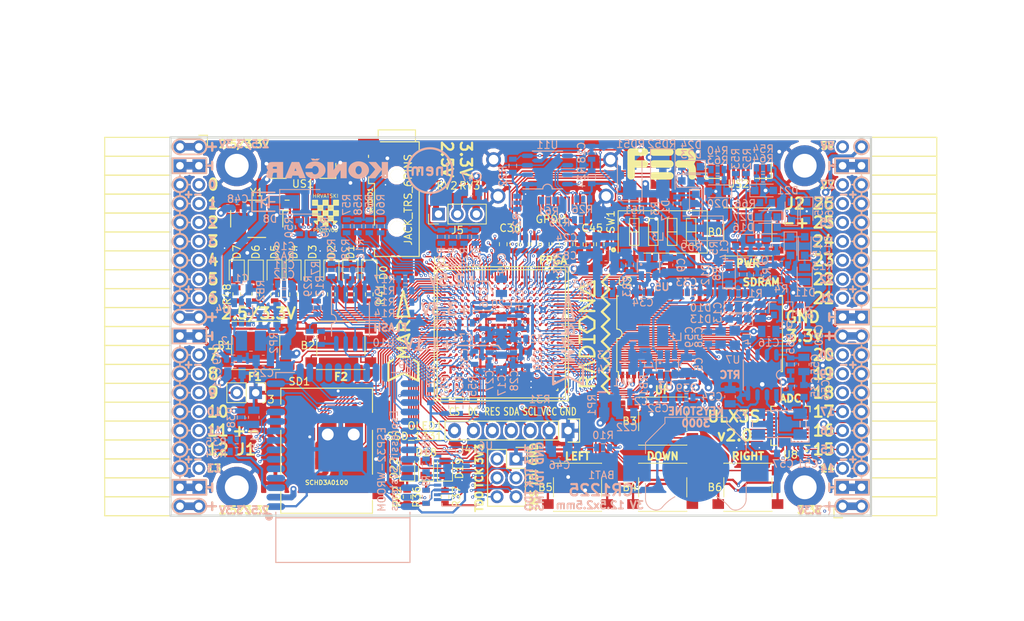
<source format=kicad_pcb>
(kicad_pcb (version 20171130) (host pcbnew 5.0.0-rc2+dfsg1-3)

  (general
    (thickness 1.6)
    (drawings 502)
    (tracks 5026)
    (zones 0)
    (modules 217)
    (nets 319)
  )

  (page A4)
  (layers
    (0 F.Cu signal)
    (1 In1.Cu signal)
    (2 In2.Cu signal)
    (31 B.Cu signal)
    (32 B.Adhes user)
    (33 F.Adhes user)
    (34 B.Paste user)
    (35 F.Paste user)
    (36 B.SilkS user)
    (37 F.SilkS user)
    (38 B.Mask user)
    (39 F.Mask user)
    (40 Dwgs.User user)
    (41 Cmts.User user)
    (42 Eco1.User user)
    (43 Eco2.User user)
    (44 Edge.Cuts user)
    (45 Margin user)
    (46 B.CrtYd user)
    (47 F.CrtYd user)
    (48 B.Fab user hide)
    (49 F.Fab user)
  )

  (setup
    (last_trace_width 0.3)
    (trace_clearance 0.127)
    (zone_clearance 0.127)
    (zone_45_only no)
    (trace_min 0.127)
    (segment_width 0.2)
    (edge_width 0.2)
    (via_size 0.4)
    (via_drill 0.2)
    (via_min_size 0.4)
    (via_min_drill 0.2)
    (uvia_size 0.3)
    (uvia_drill 0.1)
    (uvias_allowed no)
    (uvia_min_size 0.2)
    (uvia_min_drill 0.1)
    (pcb_text_width 0.3)
    (pcb_text_size 1.5 1.5)
    (mod_edge_width 0.15)
    (mod_text_size 1 1)
    (mod_text_width 0.15)
    (pad_size 3.7 3.5)
    (pad_drill 0)
    (pad_to_mask_clearance 0.05)
    (aux_axis_origin 94.1 112.22)
    (grid_origin 93.48 113)
    (visible_elements 7FFFFFFF)
    (pcbplotparams
      (layerselection 0x010fc_ffffffff)
      (usegerberextensions true)
      (usegerberattributes false)
      (usegerberadvancedattributes false)
      (creategerberjobfile false)
      (excludeedgelayer true)
      (linewidth 0.100000)
      (plotframeref false)
      (viasonmask false)
      (mode 1)
      (useauxorigin false)
      (hpglpennumber 1)
      (hpglpenspeed 20)
      (hpglpendiameter 15)
      (psnegative false)
      (psa4output false)
      (plotreference true)
      (plotvalue true)
      (plotinvisibletext false)
      (padsonsilk false)
      (subtractmaskfromsilk false)
      (outputformat 1)
      (mirror false)
      (drillshape 0)
      (scaleselection 1)
      (outputdirectory plot))
  )

  (net 0 "")
  (net 1 GND)
  (net 2 +5V)
  (net 3 /gpio/IN5V)
  (net 4 /gpio/OUT5V)
  (net 5 +3V3)
  (net 6 BTN_D)
  (net 7 BTN_F1)
  (net 8 BTN_F2)
  (net 9 BTN_L)
  (net 10 BTN_R)
  (net 11 BTN_U)
  (net 12 /power/FB1)
  (net 13 +2V5)
  (net 14 /power/PWREN)
  (net 15 /power/FB3)
  (net 16 /power/FB2)
  (net 17 /power/VBAT)
  (net 18 JTAG_TDI)
  (net 19 JTAG_TCK)
  (net 20 JTAG_TMS)
  (net 21 JTAG_TDO)
  (net 22 /power/WAKEUPn)
  (net 23 /power/WKUP)
  (net 24 /power/SHUT)
  (net 25 /power/WAKE)
  (net 26 /power/HOLD)
  (net 27 /power/WKn)
  (net 28 /power/OSCI_32k)
  (net 29 /power/OSCO_32k)
  (net 30 SHUTDOWN)
  (net 31 GPDI_SDA)
  (net 32 GPDI_SCL)
  (net 33 /gpdi/VREF2)
  (net 34 SD_CMD)
  (net 35 SD_CLK)
  (net 36 SD_D0)
  (net 37 SD_D1)
  (net 38 USB5V)
  (net 39 GPDI_CEC)
  (net 40 nRESET)
  (net 41 FTDI_nDTR)
  (net 42 SDRAM_CKE)
  (net 43 SDRAM_A7)
  (net 44 SDRAM_D15)
  (net 45 SDRAM_BA1)
  (net 46 SDRAM_D7)
  (net 47 SDRAM_A6)
  (net 48 SDRAM_CLK)
  (net 49 SDRAM_D13)
  (net 50 SDRAM_BA0)
  (net 51 SDRAM_D6)
  (net 52 SDRAM_A5)
  (net 53 SDRAM_D14)
  (net 54 SDRAM_A11)
  (net 55 SDRAM_D12)
  (net 56 SDRAM_D5)
  (net 57 SDRAM_A4)
  (net 58 SDRAM_A10)
  (net 59 SDRAM_D11)
  (net 60 SDRAM_A3)
  (net 61 SDRAM_D4)
  (net 62 SDRAM_D10)
  (net 63 SDRAM_D9)
  (net 64 SDRAM_A9)
  (net 65 SDRAM_D3)
  (net 66 SDRAM_D8)
  (net 67 SDRAM_A8)
  (net 68 SDRAM_A2)
  (net 69 SDRAM_A1)
  (net 70 SDRAM_A0)
  (net 71 SDRAM_D2)
  (net 72 SDRAM_D1)
  (net 73 SDRAM_D0)
  (net 74 SDRAM_DQM0)
  (net 75 SDRAM_nCS)
  (net 76 SDRAM_nRAS)
  (net 77 SDRAM_DQM1)
  (net 78 SDRAM_nCAS)
  (net 79 SDRAM_nWE)
  (net 80 /flash/FLASH_nWP)
  (net 81 /flash/FLASH_nHOLD)
  (net 82 /flash/FLASH_MOSI)
  (net 83 /flash/FLASH_MISO)
  (net 84 /flash/FLASH_SCK)
  (net 85 /flash/FLASH_nCS)
  (net 86 /flash/FPGA_PROGRAMN)
  (net 87 /flash/FPGA_DONE)
  (net 88 /flash/FPGA_INITN)
  (net 89 OLED_RES)
  (net 90 OLED_DC)
  (net 91 OLED_CS)
  (net 92 WIFI_EN)
  (net 93 FTDI_nRTS)
  (net 94 FTDI_TXD)
  (net 95 FTDI_RXD)
  (net 96 WIFI_RXD)
  (net 97 WIFI_GPIO0)
  (net 98 WIFI_TXD)
  (net 99 USB_FTDI_D+)
  (net 100 USB_FTDI_D-)
  (net 101 SD_D3)
  (net 102 AUDIO_L3)
  (net 103 AUDIO_L2)
  (net 104 AUDIO_L1)
  (net 105 AUDIO_L0)
  (net 106 AUDIO_R3)
  (net 107 AUDIO_R2)
  (net 108 AUDIO_R1)
  (net 109 AUDIO_R0)
  (net 110 OLED_CLK)
  (net 111 OLED_MOSI)
  (net 112 LED0)
  (net 113 LED1)
  (net 114 LED2)
  (net 115 LED3)
  (net 116 LED4)
  (net 117 LED5)
  (net 118 LED6)
  (net 119 LED7)
  (net 120 BTN_PWRn)
  (net 121 FTDI_nTXLED)
  (net 122 FTDI_nSLEEP)
  (net 123 /blinkey/LED_PWREN)
  (net 124 /blinkey/LED_TXLED)
  (net 125 /sdcard/SD3V3)
  (net 126 SD_D2)
  (net 127 CLK_25MHz)
  (net 128 /blinkey/BTNPUL)
  (net 129 /blinkey/BTNPUR)
  (net 130 USB_FPGA_D+)
  (net 131 /power/FTDI_nSUSPEND)
  (net 132 /blinkey/ALED0)
  (net 133 /blinkey/ALED1)
  (net 134 /blinkey/ALED2)
  (net 135 /blinkey/ALED3)
  (net 136 /blinkey/ALED4)
  (net 137 /blinkey/ALED5)
  (net 138 /blinkey/ALED6)
  (net 139 /blinkey/ALED7)
  (net 140 /usb/FTD-)
  (net 141 /usb/FTD+)
  (net 142 ADC_MISO)
  (net 143 ADC_MOSI)
  (net 144 ADC_CSn)
  (net 145 ADC_SCLK)
  (net 146 SW3)
  (net 147 SW2)
  (net 148 SW1)
  (net 149 USB_FPGA_D-)
  (net 150 /usb/FPD+)
  (net 151 /usb/FPD-)
  (net 152 WIFI_GPIO16)
  (net 153 /usb/ANT_433MHz)
  (net 154 /power/PWRBTn)
  (net 155 PROG_DONE)
  (net 156 /power/P3V3)
  (net 157 /power/P2V5)
  (net 158 /power/L1)
  (net 159 /power/L3)
  (net 160 /power/L2)
  (net 161 FTDI_TXDEN)
  (net 162 SDRAM_A12)
  (net 163 /analog/AUDIO_V)
  (net 164 AUDIO_V3)
  (net 165 AUDIO_V2)
  (net 166 AUDIO_V1)
  (net 167 AUDIO_V0)
  (net 168 /blinkey/LED_WIFI)
  (net 169 /power/P1V1)
  (net 170 +1V1)
  (net 171 SW4)
  (net 172 /blinkey/SWPU)
  (net 173 /wifi/WIFIEN)
  (net 174 FT2V5)
  (net 175 GN0)
  (net 176 GP0)
  (net 177 GN1)
  (net 178 GP1)
  (net 179 GN2)
  (net 180 GP2)
  (net 181 GN3)
  (net 182 GP3)
  (net 183 GN4)
  (net 184 GP4)
  (net 185 GN5)
  (net 186 GP5)
  (net 187 GN6)
  (net 188 GP6)
  (net 189 GN14)
  (net 190 GP14)
  (net 191 GN15)
  (net 192 GP15)
  (net 193 GN16)
  (net 194 GP16)
  (net 195 GN17)
  (net 196 GP17)
  (net 197 GN18)
  (net 198 GP18)
  (net 199 GN19)
  (net 200 GP19)
  (net 201 GN20)
  (net 202 GP20)
  (net 203 GN21)
  (net 204 GP21)
  (net 205 GN22)
  (net 206 GP22)
  (net 207 GN23)
  (net 208 GP23)
  (net 209 GN24)
  (net 210 GP24)
  (net 211 GN25)
  (net 212 GP25)
  (net 213 GN26)
  (net 214 GP26)
  (net 215 GN27)
  (net 216 GP27)
  (net 217 GN7)
  (net 218 GP7)
  (net 219 GN8)
  (net 220 GP8)
  (net 221 GN9)
  (net 222 GP9)
  (net 223 GN10)
  (net 224 GP10)
  (net 225 GN11)
  (net 226 GP11)
  (net 227 GN12)
  (net 228 GP12)
  (net 229 GN13)
  (net 230 GP13)
  (net 231 WIFI_GPIO5)
  (net 232 WIFI_GPIO17)
  (net 233 USB_FPGA_PULL_D+)
  (net 234 USB_FPGA_PULL_D-)
  (net 235 "Net-(D23-Pad2)")
  (net 236 "Net-(D24-Pad1)")
  (net 237 "Net-(D25-Pad2)")
  (net 238 "Net-(D26-Pad1)")
  (net 239 /gpdi/GPDI_ETH+)
  (net 240 FPDI_ETH+)
  (net 241 /gpdi/GPDI_ETH-)
  (net 242 FPDI_ETH-)
  (net 243 /gpdi/GPDI_D2-)
  (net 244 FPDI_D2-)
  (net 245 /gpdi/GPDI_D1-)
  (net 246 FPDI_D1-)
  (net 247 /gpdi/GPDI_D0-)
  (net 248 FPDI_D0-)
  (net 249 /gpdi/GPDI_CLK-)
  (net 250 FPDI_CLK-)
  (net 251 /gpdi/GPDI_D2+)
  (net 252 FPDI_D2+)
  (net 253 /gpdi/GPDI_D1+)
  (net 254 FPDI_D1+)
  (net 255 /gpdi/GPDI_D0+)
  (net 256 FPDI_D0+)
  (net 257 /gpdi/GPDI_CLK+)
  (net 258 FPDI_CLK+)
  (net 259 FPDI_SDA)
  (net 260 FPDI_SCL)
  (net 261 /gpdi/FPDI_CEC)
  (net 262 2V5_3V3)
  (net 263 "Net-(AUDIO1-Pad5)")
  (net 264 "Net-(AUDIO1-Pad6)")
  (net 265 "Net-(U1-PadA15)")
  (net 266 "Net-(U1-PadC9)")
  (net 267 "Net-(U1-PadD9)")
  (net 268 "Net-(U1-PadD10)")
  (net 269 "Net-(U1-PadD11)")
  (net 270 "Net-(U1-PadD12)")
  (net 271 "Net-(U1-PadE6)")
  (net 272 "Net-(U1-PadE9)")
  (net 273 "Net-(U1-PadE10)")
  (net 274 "Net-(U1-PadE11)")
  (net 275 "Net-(U1-PadJ4)")
  (net 276 "Net-(U1-PadJ5)")
  (net 277 "Net-(U1-PadK5)")
  (net 278 "Net-(U1-PadL5)")
  (net 279 "Net-(U1-PadM4)")
  (net 280 "Net-(U1-PadM5)")
  (net 281 SD_CD)
  (net 282 SD_WP)
  (net 283 "Net-(U1-PadR3)")
  (net 284 "Net-(U1-PadT16)")
  (net 285 "Net-(U1-PadW4)")
  (net 286 "Net-(U1-PadW5)")
  (net 287 "Net-(U1-PadW8)")
  (net 288 "Net-(U1-PadW9)")
  (net 289 "Net-(U1-PadW13)")
  (net 290 "Net-(U1-PadW14)")
  (net 291 "Net-(U1-PadW17)")
  (net 292 "Net-(U1-PadW18)")
  (net 293 FTDI_nRXLED)
  (net 294 "Net-(U8-Pad12)")
  (net 295 "Net-(U8-Pad25)")
  (net 296 "Net-(U9-Pad32)")
  (net 297 "Net-(U9-Pad22)")
  (net 298 "Net-(U9-Pad21)")
  (net 299 "Net-(U9-Pad20)")
  (net 300 "Net-(U9-Pad19)")
  (net 301 "Net-(U9-Pad18)")
  (net 302 "Net-(U9-Pad17)")
  (net 303 "Net-(U9-Pad12)")
  (net 304 "Net-(U9-Pad5)")
  (net 305 "Net-(U9-Pad4)")
  (net 306 "Net-(US1-Pad4)")
  (net 307 "Net-(Y2-Pad3)")
  (net 308 "Net-(Y2-Pad2)")
  (net 309 "Net-(U1-PadK16)")
  (net 310 "Net-(U1-PadK17)")
  (net 311 /usb/US2VBUS)
  (net 312 /power/SHD)
  (net 313 /power/RTCVDD)
  (net 314 "Net-(D27-Pad2)")
  (net 315 US2_ID)
  (net 316 /analog/AUDIO_L)
  (net 317 /analog/AUDIO_R)
  (net 318 /analog/ADC3V3)

  (net_class Default "This is the default net class."
    (clearance 0.127)
    (trace_width 0.3)
    (via_dia 0.4)
    (via_drill 0.2)
    (uvia_dia 0.3)
    (uvia_drill 0.1)
    (add_net +1V1)
    (add_net +2V5)
    (add_net +3V3)
    (add_net +5V)
    (add_net /analog/ADC3V3)
    (add_net /analog/AUDIO_L)
    (add_net /analog/AUDIO_R)
    (add_net /analog/AUDIO_V)
    (add_net /blinkey/ALED0)
    (add_net /blinkey/ALED1)
    (add_net /blinkey/ALED2)
    (add_net /blinkey/ALED3)
    (add_net /blinkey/ALED4)
    (add_net /blinkey/ALED5)
    (add_net /blinkey/ALED6)
    (add_net /blinkey/ALED7)
    (add_net /blinkey/BTNPUL)
    (add_net /blinkey/BTNPUR)
    (add_net /blinkey/LED_PWREN)
    (add_net /blinkey/LED_TXLED)
    (add_net /blinkey/LED_WIFI)
    (add_net /blinkey/SWPU)
    (add_net /gpdi/GPDI_CLK+)
    (add_net /gpdi/GPDI_CLK-)
    (add_net /gpdi/GPDI_D0+)
    (add_net /gpdi/GPDI_D0-)
    (add_net /gpdi/GPDI_D1+)
    (add_net /gpdi/GPDI_D1-)
    (add_net /gpdi/GPDI_D2+)
    (add_net /gpdi/GPDI_D2-)
    (add_net /gpdi/GPDI_ETH+)
    (add_net /gpdi/GPDI_ETH-)
    (add_net /gpdi/VREF2)
    (add_net /gpio/IN5V)
    (add_net /gpio/OUT5V)
    (add_net /power/FB1)
    (add_net /power/FB2)
    (add_net /power/FB3)
    (add_net /power/FTDI_nSUSPEND)
    (add_net /power/HOLD)
    (add_net /power/L1)
    (add_net /power/L2)
    (add_net /power/L3)
    (add_net /power/OSCI_32k)
    (add_net /power/OSCO_32k)
    (add_net /power/P1V1)
    (add_net /power/P2V5)
    (add_net /power/P3V3)
    (add_net /power/PWRBTn)
    (add_net /power/PWREN)
    (add_net /power/RTCVDD)
    (add_net /power/SHD)
    (add_net /power/SHUT)
    (add_net /power/VBAT)
    (add_net /power/WAKE)
    (add_net /power/WAKEUPn)
    (add_net /power/WKUP)
    (add_net /power/WKn)
    (add_net /sdcard/SD3V3)
    (add_net /usb/ANT_433MHz)
    (add_net /usb/FPD+)
    (add_net /usb/FPD-)
    (add_net /usb/FTD+)
    (add_net /usb/FTD-)
    (add_net /usb/US2VBUS)
    (add_net /wifi/WIFIEN)
    (add_net 2V5_3V3)
    (add_net FT2V5)
    (add_net FTDI_nRXLED)
    (add_net GND)
    (add_net "Net-(AUDIO1-Pad5)")
    (add_net "Net-(AUDIO1-Pad6)")
    (add_net "Net-(D23-Pad2)")
    (add_net "Net-(D24-Pad1)")
    (add_net "Net-(D25-Pad2)")
    (add_net "Net-(D26-Pad1)")
    (add_net "Net-(D27-Pad2)")
    (add_net "Net-(U1-PadA15)")
    (add_net "Net-(U1-PadC9)")
    (add_net "Net-(U1-PadD10)")
    (add_net "Net-(U1-PadD11)")
    (add_net "Net-(U1-PadD12)")
    (add_net "Net-(U1-PadD9)")
    (add_net "Net-(U1-PadE10)")
    (add_net "Net-(U1-PadE11)")
    (add_net "Net-(U1-PadE6)")
    (add_net "Net-(U1-PadE9)")
    (add_net "Net-(U1-PadJ4)")
    (add_net "Net-(U1-PadJ5)")
    (add_net "Net-(U1-PadK16)")
    (add_net "Net-(U1-PadK17)")
    (add_net "Net-(U1-PadK5)")
    (add_net "Net-(U1-PadL5)")
    (add_net "Net-(U1-PadM4)")
    (add_net "Net-(U1-PadM5)")
    (add_net "Net-(U1-PadR3)")
    (add_net "Net-(U1-PadT16)")
    (add_net "Net-(U1-PadW13)")
    (add_net "Net-(U1-PadW14)")
    (add_net "Net-(U1-PadW17)")
    (add_net "Net-(U1-PadW18)")
    (add_net "Net-(U1-PadW4)")
    (add_net "Net-(U1-PadW5)")
    (add_net "Net-(U1-PadW8)")
    (add_net "Net-(U1-PadW9)")
    (add_net "Net-(U8-Pad12)")
    (add_net "Net-(U8-Pad25)")
    (add_net "Net-(U9-Pad12)")
    (add_net "Net-(U9-Pad17)")
    (add_net "Net-(U9-Pad18)")
    (add_net "Net-(U9-Pad19)")
    (add_net "Net-(U9-Pad20)")
    (add_net "Net-(U9-Pad21)")
    (add_net "Net-(U9-Pad22)")
    (add_net "Net-(U9-Pad32)")
    (add_net "Net-(U9-Pad4)")
    (add_net "Net-(U9-Pad5)")
    (add_net "Net-(US1-Pad4)")
    (add_net "Net-(Y2-Pad2)")
    (add_net "Net-(Y2-Pad3)")
    (add_net SD_CD)
    (add_net SD_WP)
    (add_net US2_ID)
    (add_net USB5V)
  )

  (net_class BGA ""
    (clearance 0.127)
    (trace_width 0.19)
    (via_dia 0.4)
    (via_drill 0.2)
    (uvia_dia 0.3)
    (uvia_drill 0.1)
    (add_net /flash/FLASH_MISO)
    (add_net /flash/FLASH_MOSI)
    (add_net /flash/FLASH_SCK)
    (add_net /flash/FLASH_nCS)
    (add_net /flash/FLASH_nHOLD)
    (add_net /flash/FLASH_nWP)
    (add_net /flash/FPGA_DONE)
    (add_net /flash/FPGA_INITN)
    (add_net /flash/FPGA_PROGRAMN)
    (add_net /gpdi/FPDI_CEC)
    (add_net ADC_CSn)
    (add_net ADC_MISO)
    (add_net ADC_MOSI)
    (add_net ADC_SCLK)
    (add_net AUDIO_L0)
    (add_net AUDIO_L1)
    (add_net AUDIO_L2)
    (add_net AUDIO_L3)
    (add_net AUDIO_R0)
    (add_net AUDIO_R1)
    (add_net AUDIO_R2)
    (add_net AUDIO_R3)
    (add_net AUDIO_V0)
    (add_net AUDIO_V1)
    (add_net AUDIO_V2)
    (add_net AUDIO_V3)
    (add_net BTN_D)
    (add_net BTN_F1)
    (add_net BTN_F2)
    (add_net BTN_L)
    (add_net BTN_PWRn)
    (add_net BTN_R)
    (add_net BTN_U)
    (add_net CLK_25MHz)
    (add_net FPDI_CLK+)
    (add_net FPDI_CLK-)
    (add_net FPDI_D0+)
    (add_net FPDI_D0-)
    (add_net FPDI_D1+)
    (add_net FPDI_D1-)
    (add_net FPDI_D2+)
    (add_net FPDI_D2-)
    (add_net FPDI_ETH+)
    (add_net FPDI_ETH-)
    (add_net FPDI_SCL)
    (add_net FPDI_SDA)
    (add_net FTDI_RXD)
    (add_net FTDI_TXD)
    (add_net FTDI_TXDEN)
    (add_net FTDI_nDTR)
    (add_net FTDI_nRTS)
    (add_net FTDI_nSLEEP)
    (add_net FTDI_nTXLED)
    (add_net GN0)
    (add_net GN1)
    (add_net GN10)
    (add_net GN11)
    (add_net GN12)
    (add_net GN13)
    (add_net GN14)
    (add_net GN15)
    (add_net GN16)
    (add_net GN17)
    (add_net GN18)
    (add_net GN19)
    (add_net GN2)
    (add_net GN20)
    (add_net GN21)
    (add_net GN22)
    (add_net GN23)
    (add_net GN24)
    (add_net GN25)
    (add_net GN26)
    (add_net GN27)
    (add_net GN3)
    (add_net GN4)
    (add_net GN5)
    (add_net GN6)
    (add_net GN7)
    (add_net GN8)
    (add_net GN9)
    (add_net GP0)
    (add_net GP1)
    (add_net GP10)
    (add_net GP11)
    (add_net GP12)
    (add_net GP13)
    (add_net GP14)
    (add_net GP15)
    (add_net GP16)
    (add_net GP17)
    (add_net GP18)
    (add_net GP19)
    (add_net GP2)
    (add_net GP20)
    (add_net GP21)
    (add_net GP22)
    (add_net GP23)
    (add_net GP24)
    (add_net GP25)
    (add_net GP26)
    (add_net GP27)
    (add_net GP3)
    (add_net GP4)
    (add_net GP5)
    (add_net GP6)
    (add_net GP7)
    (add_net GP8)
    (add_net GP9)
    (add_net GPDI_CEC)
    (add_net GPDI_SCL)
    (add_net GPDI_SDA)
    (add_net JTAG_TCK)
    (add_net JTAG_TDI)
    (add_net JTAG_TDO)
    (add_net JTAG_TMS)
    (add_net LED0)
    (add_net LED1)
    (add_net LED2)
    (add_net LED3)
    (add_net LED4)
    (add_net LED5)
    (add_net LED6)
    (add_net LED7)
    (add_net OLED_CLK)
    (add_net OLED_CS)
    (add_net OLED_DC)
    (add_net OLED_MOSI)
    (add_net OLED_RES)
    (add_net PROG_DONE)
    (add_net SDRAM_A0)
    (add_net SDRAM_A1)
    (add_net SDRAM_A10)
    (add_net SDRAM_A11)
    (add_net SDRAM_A12)
    (add_net SDRAM_A2)
    (add_net SDRAM_A3)
    (add_net SDRAM_A4)
    (add_net SDRAM_A5)
    (add_net SDRAM_A6)
    (add_net SDRAM_A7)
    (add_net SDRAM_A8)
    (add_net SDRAM_A9)
    (add_net SDRAM_BA0)
    (add_net SDRAM_BA1)
    (add_net SDRAM_CKE)
    (add_net SDRAM_CLK)
    (add_net SDRAM_D0)
    (add_net SDRAM_D1)
    (add_net SDRAM_D10)
    (add_net SDRAM_D11)
    (add_net SDRAM_D12)
    (add_net SDRAM_D13)
    (add_net SDRAM_D14)
    (add_net SDRAM_D15)
    (add_net SDRAM_D2)
    (add_net SDRAM_D3)
    (add_net SDRAM_D4)
    (add_net SDRAM_D5)
    (add_net SDRAM_D6)
    (add_net SDRAM_D7)
    (add_net SDRAM_D8)
    (add_net SDRAM_D9)
    (add_net SDRAM_DQM0)
    (add_net SDRAM_DQM1)
    (add_net SDRAM_nCAS)
    (add_net SDRAM_nCS)
    (add_net SDRAM_nRAS)
    (add_net SDRAM_nWE)
    (add_net SD_CLK)
    (add_net SD_CMD)
    (add_net SD_D0)
    (add_net SD_D1)
    (add_net SD_D2)
    (add_net SD_D3)
    (add_net SHUTDOWN)
    (add_net SW1)
    (add_net SW2)
    (add_net SW3)
    (add_net SW4)
    (add_net USB_FPGA_D+)
    (add_net USB_FPGA_D-)
    (add_net USB_FPGA_PULL_D+)
    (add_net USB_FPGA_PULL_D-)
    (add_net USB_FTDI_D+)
    (add_net USB_FTDI_D-)
    (add_net WIFI_EN)
    (add_net WIFI_GPIO0)
    (add_net WIFI_GPIO16)
    (add_net WIFI_GPIO17)
    (add_net WIFI_GPIO5)
    (add_net WIFI_RXD)
    (add_net WIFI_TXD)
    (add_net nRESET)
  )

  (net_class Minimal ""
    (clearance 0.127)
    (trace_width 0.127)
    (via_dia 0.4)
    (via_drill 0.2)
    (uvia_dia 0.3)
    (uvia_drill 0.1)
  )

  (module jumper:D_SMA_Jumper_NC (layer B.Cu) (tedit 5B3E88D2) (tstamp 5B5FA651)
    (at 160.155 66.391 270)
    (descr "Diode SMA (DO-214AC)")
    (tags "Diode SMA (DO-214AC)")
    (path /56AC389C/56AC4846)
    (attr virtual)
    (fp_text reference RD52 (at -4.064 0.127) (layer B.SilkS)
      (effects (font (size 1 1) (thickness 0.15)) (justify mirror))
    )
    (fp_text value 0 (at 0 -2.6 270) (layer B.Fab)
      (effects (font (size 1 1) (thickness 0.15)) (justify mirror))
    )
    (fp_line (start -2 0) (end 2 0) (layer B.Paste) (width 0.9))
    (fp_line (start -2 0) (end 2 0) (layer B.Mask) (width 1.2))
    (fp_line (start -2 0) (end 2 0) (layer B.Cu) (width 1))
    (fp_line (start -3.4 1.65) (end 2 1.65) (layer B.SilkS) (width 0.12))
    (fp_line (start -3.4 -1.65) (end 2 -1.65) (layer B.SilkS) (width 0.12))
    (fp_line (start -0.64944 -0.00102) (end 0.50118 0.79908) (layer B.Fab) (width 0.1))
    (fp_line (start -0.64944 -0.00102) (end 0.50118 -0.75032) (layer B.Fab) (width 0.1))
    (fp_line (start 0.50118 -0.75032) (end 0.50118 0.79908) (layer B.Fab) (width 0.1))
    (fp_line (start -0.64944 0.79908) (end -0.64944 -0.80112) (layer B.Fab) (width 0.1))
    (fp_line (start 0.50118 -0.00102) (end 1.4994 -0.00102) (layer B.Fab) (width 0.1))
    (fp_line (start -0.64944 -0.00102) (end -1.55114 -0.00102) (layer B.Fab) (width 0.1))
    (fp_line (start -3.5 -1.75) (end -3.5 1.75) (layer B.CrtYd) (width 0.05))
    (fp_line (start 3.5 -1.75) (end -3.5 -1.75) (layer B.CrtYd) (width 0.05))
    (fp_line (start 3.5 1.75) (end 3.5 -1.75) (layer B.CrtYd) (width 0.05))
    (fp_line (start -3.5 1.75) (end 3.5 1.75) (layer B.CrtYd) (width 0.05))
    (fp_line (start 2.3 1.5) (end -2.3 1.5) (layer B.Fab) (width 0.1))
    (fp_line (start 2.3 1.5) (end 2.3 -1.5) (layer B.Fab) (width 0.1))
    (fp_line (start -2.3 -1.5) (end -2.3 1.5) (layer B.Fab) (width 0.1))
    (fp_line (start 2.3 -1.5) (end -2.3 -1.5) (layer B.Fab) (width 0.1))
    (fp_line (start -3.4 1.65) (end -3.4 -1.65) (layer B.SilkS) (width 0.12))
    (fp_text user %R (at 0 2.5 270) (layer B.Fab)
      (effects (font (size 1 1) (thickness 0.15)) (justify mirror))
    )
    (pad 2 smd rect (at 2 0 270) (size 2.5 1.8) (layers B.Cu B.Paste B.Mask)
      (net 2 +5V))
    (pad 1 smd rect (at -2 0 270) (size 2.5 1.8) (layers B.Cu B.Paste B.Mask)
      (net 4 /gpio/OUT5V))
    (model ${KISYS3DMOD}/Diode_SMD.3dshapes/D_SMA.wrl_disabled
      (at (xyz 0 0 0))
      (scale (xyz 1 1 1))
      (rotate (xyz 0 0 0))
    )
  )

  (module jumper:D_SMA_Jumper_NC (layer B.Cu) (tedit 5B3E88D2) (tstamp 5B5FA637)
    (at 155.71 66.518 90)
    (descr "Diode SMA (DO-214AC)")
    (tags "Diode SMA (DO-214AC)")
    (path /56AC389C/56AC483B)
    (attr virtual)
    (fp_text reference RD51 (at 4.191 0.127 180) (layer B.SilkS)
      (effects (font (size 1 1) (thickness 0.15)) (justify mirror))
    )
    (fp_text value 0 (at 0 -2.6 90) (layer B.Fab)
      (effects (font (size 1 1) (thickness 0.15)) (justify mirror))
    )
    (fp_line (start -2 0) (end 2 0) (layer B.Paste) (width 0.9))
    (fp_line (start -2 0) (end 2 0) (layer B.Mask) (width 1.2))
    (fp_line (start -2 0) (end 2 0) (layer B.Cu) (width 1))
    (fp_line (start -3.4 1.65) (end 2 1.65) (layer B.SilkS) (width 0.12))
    (fp_line (start -3.4 -1.65) (end 2 -1.65) (layer B.SilkS) (width 0.12))
    (fp_line (start -0.64944 -0.00102) (end 0.50118 0.79908) (layer B.Fab) (width 0.1))
    (fp_line (start -0.64944 -0.00102) (end 0.50118 -0.75032) (layer B.Fab) (width 0.1))
    (fp_line (start 0.50118 -0.75032) (end 0.50118 0.79908) (layer B.Fab) (width 0.1))
    (fp_line (start -0.64944 0.79908) (end -0.64944 -0.80112) (layer B.Fab) (width 0.1))
    (fp_line (start 0.50118 -0.00102) (end 1.4994 -0.00102) (layer B.Fab) (width 0.1))
    (fp_line (start -0.64944 -0.00102) (end -1.55114 -0.00102) (layer B.Fab) (width 0.1))
    (fp_line (start -3.5 -1.75) (end -3.5 1.75) (layer B.CrtYd) (width 0.05))
    (fp_line (start 3.5 -1.75) (end -3.5 -1.75) (layer B.CrtYd) (width 0.05))
    (fp_line (start 3.5 1.75) (end 3.5 -1.75) (layer B.CrtYd) (width 0.05))
    (fp_line (start -3.5 1.75) (end 3.5 1.75) (layer B.CrtYd) (width 0.05))
    (fp_line (start 2.3 1.5) (end -2.3 1.5) (layer B.Fab) (width 0.1))
    (fp_line (start 2.3 1.5) (end 2.3 -1.5) (layer B.Fab) (width 0.1))
    (fp_line (start -2.3 -1.5) (end -2.3 1.5) (layer B.Fab) (width 0.1))
    (fp_line (start 2.3 -1.5) (end -2.3 -1.5) (layer B.Fab) (width 0.1))
    (fp_line (start -3.4 1.65) (end -3.4 -1.65) (layer B.SilkS) (width 0.12))
    (fp_text user %R (at 0 2.5 90) (layer B.Fab)
      (effects (font (size 1 1) (thickness 0.15)) (justify mirror))
    )
    (pad 2 smd rect (at 2 0 90) (size 2.5 1.8) (layers B.Cu B.Paste B.Mask)
      (net 3 /gpio/IN5V))
    (pad 1 smd rect (at -2 0 90) (size 2.5 1.8) (layers B.Cu B.Paste B.Mask)
      (net 2 +5V))
    (model ${KISYS3DMOD}/Diode_SMD.3dshapes/D_SMA.wrl_disabled
      (at (xyz 0 0 0))
      (scale (xyz 1 1 1))
      (rotate (xyz 0 0 0))
    )
  )

  (module jumper:D_SMA_Jumper_NC (layer B.Cu) (tedit 5B3E88D2) (tstamp 5B5FA61D)
    (at 164.854 73.63 180)
    (descr "Diode SMA (DO-214AC)")
    (tags "Diode SMA (DO-214AC)")
    (path /58D6BF46/58D6C83C)
    (attr virtual)
    (fp_text reference RD9 (at 0.889 -2.54 180) (layer B.SilkS)
      (effects (font (size 1 1) (thickness 0.15)) (justify mirror))
    )
    (fp_text value 0 (at 0 -2.6 180) (layer B.Fab)
      (effects (font (size 1 1) (thickness 0.15)) (justify mirror))
    )
    (fp_line (start -2 0) (end 2 0) (layer B.Paste) (width 0.9))
    (fp_line (start -2 0) (end 2 0) (layer B.Mask) (width 1.2))
    (fp_line (start -2 0) (end 2 0) (layer B.Cu) (width 1))
    (fp_line (start -3.4 1.65) (end 2 1.65) (layer B.SilkS) (width 0.12))
    (fp_line (start -3.4 -1.65) (end 2 -1.65) (layer B.SilkS) (width 0.12))
    (fp_line (start -0.64944 -0.00102) (end 0.50118 0.79908) (layer B.Fab) (width 0.1))
    (fp_line (start -0.64944 -0.00102) (end 0.50118 -0.75032) (layer B.Fab) (width 0.1))
    (fp_line (start 0.50118 -0.75032) (end 0.50118 0.79908) (layer B.Fab) (width 0.1))
    (fp_line (start -0.64944 0.79908) (end -0.64944 -0.80112) (layer B.Fab) (width 0.1))
    (fp_line (start 0.50118 -0.00102) (end 1.4994 -0.00102) (layer B.Fab) (width 0.1))
    (fp_line (start -0.64944 -0.00102) (end -1.55114 -0.00102) (layer B.Fab) (width 0.1))
    (fp_line (start -3.5 -1.75) (end -3.5 1.75) (layer B.CrtYd) (width 0.05))
    (fp_line (start 3.5 -1.75) (end -3.5 -1.75) (layer B.CrtYd) (width 0.05))
    (fp_line (start 3.5 1.75) (end 3.5 -1.75) (layer B.CrtYd) (width 0.05))
    (fp_line (start -3.5 1.75) (end 3.5 1.75) (layer B.CrtYd) (width 0.05))
    (fp_line (start 2.3 1.5) (end -2.3 1.5) (layer B.Fab) (width 0.1))
    (fp_line (start 2.3 1.5) (end 2.3 -1.5) (layer B.Fab) (width 0.1))
    (fp_line (start -2.3 -1.5) (end -2.3 1.5) (layer B.Fab) (width 0.1))
    (fp_line (start 2.3 -1.5) (end -2.3 -1.5) (layer B.Fab) (width 0.1))
    (fp_line (start -3.4 1.65) (end -3.4 -1.65) (layer B.SilkS) (width 0.12))
    (fp_text user %R (at 0 2.5 180) (layer B.Fab)
      (effects (font (size 1 1) (thickness 0.15)) (justify mirror))
    )
    (pad 2 smd rect (at 2 0 180) (size 2.5 1.8) (layers B.Cu B.Paste B.Mask)
      (net 2 +5V))
    (pad 1 smd rect (at -2 0 180) (size 2.5 1.8) (layers B.Cu B.Paste B.Mask)
      (net 311 /usb/US2VBUS))
    (model ${KISYS3DMOD}/Diode_SMD.3dshapes/D_SMA.wrl_disabled
      (at (xyz 0 0 0))
      (scale (xyz 1 1 1))
      (rotate (xyz 0 0 0))
    )
  )

  (module jumper:R_0805_2012Metric_Pad1.29x1.40mm_HandSolder_Jumper_NC (layer B.Cu) (tedit 5B3E8123) (tstamp 5B552FE6)
    (at 109.609 89.632 270)
    (descr "Resistor SMD 0805 (2012 Metric), square (rectangular) end terminal, IPC_7351 nominal with elongated pad for handsoldering. (Body size source: http://www.tortai-tech.com/upload/download/2011102023233369053.pdf), generated with kicad-footprint-generator")
    (tags "resistor handsolder")
    (path /58D51CAD/59DFB617)
    (attr virtual)
    (fp_text reference RP2 (at -0.635 1.651 270) (layer B.SilkS)
      (effects (font (size 1 1) (thickness 0.15)) (justify mirror))
    )
    (fp_text value 0 (at 0 -1.65 270) (layer B.Fab)
      (effects (font (size 1 1) (thickness 0.15)) (justify mirror))
    )
    (fp_line (start -1 0) (end 1 0) (layer B.Mask) (width 1.2))
    (fp_line (start -1 0) (end 1 0) (layer B.Cu) (width 1))
    (fp_text user %R (at 0 1.6 270) (layer B.Fab)
      (effects (font (size 0.5 0.5) (thickness 0.08)) (justify mirror))
    )
    (fp_line (start 1.86 -0.95) (end -1.86 -0.95) (layer B.CrtYd) (width 0.05))
    (fp_line (start 1.86 0.95) (end 1.86 -0.95) (layer B.CrtYd) (width 0.05))
    (fp_line (start -1.86 0.95) (end 1.86 0.95) (layer B.CrtYd) (width 0.05))
    (fp_line (start -1.86 -0.95) (end -1.86 0.95) (layer B.CrtYd) (width 0.05))
    (fp_line (start 1 -0.6) (end -1 -0.6) (layer B.Fab) (width 0.1))
    (fp_line (start 1 0.6) (end 1 -0.6) (layer B.Fab) (width 0.1))
    (fp_line (start -1 0.6) (end 1 0.6) (layer B.Fab) (width 0.1))
    (fp_line (start -1 -0.6) (end -1 0.6) (layer B.Fab) (width 0.1))
    (fp_line (start -1 0) (end 1 0) (layer B.Paste) (width 0.9))
    (pad 2 smd rect (at 0.9675 0 270) (size 1.295 1.4) (layers B.Cu B.Paste B.Mask)
      (net 13 +2V5))
    (pad 1 smd rect (at -0.9675 0 270) (size 1.295 1.4) (layers B.Cu B.Paste B.Mask)
      (net 157 /power/P2V5))
    (model ${KISYS3DMOD}/Resistor_SMD.3dshapes/R_0805_2012Metric.wrl_disabled
      (at (xyz 0 0 0))
      (scale (xyz 1 1 1))
      (rotate (xyz 0 0 0))
    )
  )

  (module dipswitch:SW_DIP_x4_W8.61mm_Slide_LowProfile (layer F.Cu) (tedit 5B3E112F) (tstamp 5B542784)
    (at 160.14 74.12 90)
    (descr "4x-dip-switch, Slide, row spacing 8.61 mm (338 mils), SMD, LowProfile")
    (tags "DIP Switch Slide 8.61mm 338mil SMD LowProfile")
    (path /58D6547C/5B1DD3B8)
    (attr smd)
    (fp_text reference SW1 (at 1.379 -6.97 90) (layer F.SilkS)
      (effects (font (size 1 1) (thickness 0.15)))
    )
    (fp_text value SW_DIP_x04 (at 0 6.98 90) (layer F.Fab)
      (effects (font (size 1 1) (thickness 0.15)))
    )
    (fp_line (start 5.8 -6.3) (end -5.8 -6.3) (layer F.CrtYd) (width 0.05))
    (fp_line (start 5.8 6.3) (end 5.8 -6.3) (layer F.CrtYd) (width 0.05))
    (fp_line (start -5.8 6.3) (end 5.8 6.3) (layer F.CrtYd) (width 0.05))
    (fp_line (start -5.8 -6.3) (end -5.8 6.3) (layer F.CrtYd) (width 0.05))
    (fp_line (start 0 3.175) (end 0 4.445) (layer F.SilkS) (width 0.12))
    (fp_line (start 1.81 3.175) (end -1.81 3.175) (layer F.SilkS) (width 0.12))
    (fp_line (start 1.81 4.445) (end 1.81 3.175) (layer F.SilkS) (width 0.12))
    (fp_line (start -1.81 4.445) (end 1.81 4.445) (layer F.SilkS) (width 0.12))
    (fp_line (start -1.81 3.175) (end -1.81 4.445) (layer F.SilkS) (width 0.12))
    (fp_line (start 0 0.635) (end 0 1.905) (layer F.SilkS) (width 0.12))
    (fp_line (start 1.81 0.635) (end -1.81 0.635) (layer F.SilkS) (width 0.12))
    (fp_line (start 1.81 1.905) (end 1.81 0.635) (layer F.SilkS) (width 0.12))
    (fp_line (start -1.81 1.905) (end 1.81 1.905) (layer F.SilkS) (width 0.12))
    (fp_line (start -1.81 0.635) (end -1.81 1.905) (layer F.SilkS) (width 0.12))
    (fp_line (start 0 -1.905) (end 0 -0.635) (layer F.SilkS) (width 0.12))
    (fp_line (start 1.81 -1.905) (end -1.81 -1.905) (layer F.SilkS) (width 0.12))
    (fp_line (start 1.81 -0.635) (end 1.81 -1.905) (layer F.SilkS) (width 0.12))
    (fp_line (start -1.81 -0.635) (end 1.81 -0.635) (layer F.SilkS) (width 0.12))
    (fp_line (start -1.81 -1.905) (end -1.81 -0.635) (layer F.SilkS) (width 0.12))
    (fp_line (start 0 -4.445) (end 0 -3.175) (layer F.SilkS) (width 0.12))
    (fp_line (start 1.81 -4.445) (end -1.81 -4.445) (layer F.SilkS) (width 0.12))
    (fp_line (start 1.81 -3.175) (end 1.81 -4.445) (layer F.SilkS) (width 0.12))
    (fp_line (start -1.81 -3.175) (end 1.81 -3.175) (layer F.SilkS) (width 0.12))
    (fp_line (start -1.81 -4.445) (end -1.81 -3.175) (layer F.SilkS) (width 0.12))
    (fp_line (start -2.845 5.98) (end -2.845 -2.54) (layer F.SilkS) (width 0.12))
    (fp_line (start 2.845 5.98) (end -2.845 5.98) (layer F.SilkS) (width 0.12))
    (fp_line (start 2.845 -5.98) (end 2.845 5.98) (layer F.SilkS) (width 0.12))
    (fp_line (start -2.845 -5.98) (end 2.845 -5.98) (layer F.SilkS) (width 0.12))
    (fp_line (start 0 3.175) (end 0 4.445) (layer F.Fab) (width 0.1))
    (fp_line (start 1.81 3.175) (end -1.81 3.175) (layer F.Fab) (width 0.1))
    (fp_line (start 1.81 4.445) (end 1.81 3.175) (layer F.Fab) (width 0.1))
    (fp_line (start -1.81 4.445) (end 1.81 4.445) (layer F.Fab) (width 0.1))
    (fp_line (start -1.81 3.175) (end -1.81 4.445) (layer F.Fab) (width 0.1))
    (fp_line (start 0 0.635) (end 0 1.905) (layer F.Fab) (width 0.1))
    (fp_line (start 1.81 0.635) (end -1.81 0.635) (layer F.Fab) (width 0.1))
    (fp_line (start 1.81 1.905) (end 1.81 0.635) (layer F.Fab) (width 0.1))
    (fp_line (start -1.81 1.905) (end 1.81 1.905) (layer F.Fab) (width 0.1))
    (fp_line (start -1.81 0.635) (end -1.81 1.905) (layer F.Fab) (width 0.1))
    (fp_line (start 0 -1.905) (end 0 -0.635) (layer F.Fab) (width 0.1))
    (fp_line (start 1.81 -1.905) (end -1.81 -1.905) (layer F.Fab) (width 0.1))
    (fp_line (start 1.81 -0.635) (end 1.81 -1.905) (layer F.Fab) (width 0.1))
    (fp_line (start -1.81 -0.635) (end 1.81 -0.635) (layer F.Fab) (width 0.1))
    (fp_line (start -1.81 -1.905) (end -1.81 -0.635) (layer F.Fab) (width 0.1))
    (fp_line (start 0 -4.445) (end 0 -3.175) (layer F.Fab) (width 0.1))
    (fp_line (start 1.81 -4.445) (end -1.81 -4.445) (layer F.Fab) (width 0.1))
    (fp_line (start 1.81 -3.175) (end 1.81 -4.445) (layer F.Fab) (width 0.1))
    (fp_line (start -1.81 -3.175) (end 1.81 -3.175) (layer F.Fab) (width 0.1))
    (fp_line (start -1.81 -4.445) (end -1.81 -3.175) (layer F.Fab) (width 0.1))
    (fp_line (start -3.34 -4.86) (end -2.34 -5.86) (layer F.Fab) (width 0.1))
    (fp_line (start -3.34 5.86) (end -3.34 -4.86) (layer F.Fab) (width 0.1))
    (fp_line (start 3.34 5.86) (end -3.34 5.86) (layer F.Fab) (width 0.1))
    (fp_line (start 3.34 -5.86) (end 3.34 5.86) (layer F.Fab) (width 0.1))
    (fp_line (start -2.34 -5.86) (end 3.34 -5.86) (layer F.Fab) (width 0.1))
    (fp_circle (center -2.4 -6.6) (end -2.2 -6.6) (layer F.SilkS) (width 0.3))
    (pad 8 smd rect (at 4.305 -3.81 90) (size 2.44 1.12) (layers F.Cu F.Paste F.Mask)
      (net 148 SW1))
    (pad 4 smd rect (at -4.305 3.81 90) (size 2.44 1.12) (layers F.Cu F.Paste F.Mask)
      (net 172 /blinkey/SWPU))
    (pad 7 smd rect (at 4.305 -1.27 90) (size 2.44 1.12) (layers F.Cu F.Paste F.Mask)
      (net 147 SW2))
    (pad 3 smd rect (at -4.305 1.27 90) (size 2.44 1.12) (layers F.Cu F.Paste F.Mask)
      (net 172 /blinkey/SWPU))
    (pad 6 smd rect (at 4.305 1.27 90) (size 2.44 1.12) (layers F.Cu F.Paste F.Mask)
      (net 146 SW3))
    (pad 2 smd rect (at -4.305 -1.27 90) (size 2.44 1.12) (layers F.Cu F.Paste F.Mask)
      (net 172 /blinkey/SWPU))
    (pad 5 smd rect (at 4.305 3.81 90) (size 2.44 1.12) (layers F.Cu F.Paste F.Mask)
      (net 171 SW4))
    (pad 1 smd rect (at -4.305 -3.81 90) (size 2.44 1.12) (layers F.Cu F.Paste F.Mask)
      (net 172 /blinkey/SWPU))
    (model ./footprints/dipswitch/dipswitch_smd.3dshapes/dipswitch_smd.wrl
      (at (xyz 0 0 0))
      (scale (xyz 0.3937 0.3937 0.3937))
      (rotate (xyz 0 0 90))
    )
    (model ${KISYS3DMOD}/Button_Switch_SMD.3dshapes/SW_DIP_x4_W8.61mm_Slide_LowProfile.wrl_disabled
      (at (xyz 0 0 0))
      (scale (xyz 1 1 1))
      (rotate (xyz 0 0 0))
    )
  )

  (module Keystone_3000_1x12mm-CoinCell:Keystone_3000_1x12mm-CoinCell (layer B.Cu) (tedit 5B3B36A9) (tstamp 58D7ADD9)
    (at 164.585 105.87 90)
    (descr http://www.keyelco.com/product-pdf.cfm?p=777)
    (tags "Keystone type 3000 coin cell retainer")
    (path /58D51CAD/58D72202)
    (attr smd)
    (fp_text reference BAT1 (at -0.907 -12.685 180) (layer B.SilkS)
      (effects (font (size 1 1) (thickness 0.15)) (justify mirror))
    )
    (fp_text value CR1225 (at 0 -7.5 90) (layer B.Fab)
      (effects (font (size 1 1) (thickness 0.15)) (justify mirror))
    )
    (fp_arc (start -8.9 0) (end -3.8 -2.8) (angle -21.8) (layer B.SilkS) (width 0.12))
    (fp_arc (start -8.9 0) (end -5.2 4.5) (angle -22.6) (layer B.SilkS) (width 0.12))
    (fp_arc (start 0 0) (end -6.75 0) (angle -36.6) (layer B.CrtYd) (width 0.05))
    (fp_arc (start -9.15 -0.11) (end -5.65 -4.22) (angle 3.1) (layer B.CrtYd) (width 0.05))
    (fp_arc (start -9.15 -0.11) (end -5.65 4.22) (angle -3.1) (layer B.CrtYd) (width 0.05))
    (fp_arc (start 0 0) (end -6.75 0) (angle 36.6) (layer B.CrtYd) (width 0.05))
    (fp_arc (start -4.1 -5.25) (end -6.1 -5.3) (angle 90) (layer B.CrtYd) (width 0.05))
    (fp_arc (start -4.6 -5.29) (end -5.65 -4.22) (angle 54.1) (layer B.CrtYd) (width 0.05))
    (fp_arc (start -4.6 5.29) (end -5.65 4.22) (angle -54.1) (layer B.CrtYd) (width 0.05))
    (fp_circle (center 0 0) (end -6.25 0) (layer B.Fab) (width 0.15))
    (fp_arc (start -4.6 -5.29) (end -5.2 -4.5) (angle 60) (layer B.SilkS) (width 0.12))
    (fp_arc (start -4.6 5.29) (end -5.2 4.5) (angle -60) (layer B.SilkS) (width 0.12))
    (fp_arc (start -4.6 -5.29) (end -5.1 -4.6) (angle 60) (layer B.Fab) (width 0.1))
    (fp_arc (start -4.6 5.29) (end -5.1 4.6) (angle -60) (layer B.Fab) (width 0.1))
    (fp_arc (start -8.9 0) (end -5.1 4.6) (angle -101) (layer B.Fab) (width 0.1))
    (fp_arc (start -4.1 5.25) (end -6.1 5.3) (angle -90) (layer B.CrtYd) (width 0.05))
    (fp_arc (start -4.1 -5.25) (end -5.6 -5.3) (angle 90) (layer B.SilkS) (width 0.12))
    (fp_arc (start -4.1 5.25) (end -5.6 5.3) (angle -90) (layer B.SilkS) (width 0.12))
    (fp_line (start -2.15 7.25) (end -4.1 7.25) (layer B.CrtYd) (width 0.05))
    (fp_line (start -2.15 -7.25) (end -4.1 -7.25) (layer B.CrtYd) (width 0.05))
    (fp_line (start -2 -6.75) (end -4.1 -6.75) (layer B.SilkS) (width 0.12))
    (fp_line (start -2 6.75) (end -4.1 6.75) (layer B.SilkS) (width 0.12))
    (fp_arc (start -4.1 -5.25) (end -5.45 -5.3) (angle 90) (layer B.Fab) (width 0.1))
    (fp_line (start 2.15 -7.25) (end 3.8 -7.25) (layer B.CrtYd) (width 0.05))
    (fp_line (start 3.8 -7.25) (end 6.4 -4.65) (layer B.CrtYd) (width 0.05))
    (fp_line (start 6.4 -4.65) (end 7.35 -4.65) (layer B.CrtYd) (width 0.05))
    (fp_line (start 7.35 4.65) (end 7.35 -4.65) (layer B.CrtYd) (width 0.05))
    (fp_line (start 6.4 4.65) (end 7.35 4.65) (layer B.CrtYd) (width 0.05))
    (fp_line (start 3.8 7.25) (end 6.4 4.65) (layer B.CrtYd) (width 0.05))
    (fp_line (start 2.15 7.25) (end 3.8 7.25) (layer B.CrtYd) (width 0.05))
    (fp_line (start 2 6.75) (end 3.45 6.75) (layer B.SilkS) (width 0.12))
    (fp_line (start 3.45 6.75) (end 6.05 4.15) (layer B.SilkS) (width 0.12))
    (fp_line (start 6.05 4.15) (end 6.85 4.15) (layer B.SilkS) (width 0.12))
    (fp_line (start 6.85 4.15) (end 6.85 -4.15) (layer B.SilkS) (width 0.12))
    (fp_line (start 6.85 -4.15) (end 6.05 -4.15) (layer B.SilkS) (width 0.12))
    (fp_line (start 6.05 -4.15) (end 3.45 -6.75) (layer B.SilkS) (width 0.12))
    (fp_line (start 3.45 -6.75) (end 2 -6.75) (layer B.SilkS) (width 0.12))
    (fp_line (start 2.15 7.25) (end 2.15 10.15) (layer B.CrtYd) (width 0.05))
    (fp_line (start 2.15 10.15) (end -2.15 10.15) (layer B.CrtYd) (width 0.05))
    (fp_line (start -2.15 10.15) (end -2.15 7.25) (layer B.CrtYd) (width 0.05))
    (fp_line (start 2.15 -7.25) (end 2.15 -10.15) (layer B.CrtYd) (width 0.05))
    (fp_line (start 2.15 -10.15) (end -2.15 -10.15) (layer B.CrtYd) (width 0.05))
    (fp_line (start -2.15 -10.15) (end -2.15 -7.25) (layer B.CrtYd) (width 0.05))
    (fp_arc (start -4.1 5.25) (end -5.45 5.3) (angle -90) (layer B.Fab) (width 0.1))
    (fp_line (start 3.4 -6.6) (end -4.1 -6.6) (layer B.Fab) (width 0.1))
    (fp_line (start 3.4 6.6) (end -4.1 6.6) (layer B.Fab) (width 0.1))
    (fp_line (start 6 -4) (end 3.4 -6.6) (layer B.Fab) (width 0.1))
    (fp_line (start 6 4) (end 3.4 6.6) (layer B.Fab) (width 0.1))
    (fp_line (start 6.7 -4) (end 6 -4) (layer B.Fab) (width 0.1))
    (fp_line (start 6.7 4) (end 6 4) (layer B.Fab) (width 0.1))
    (fp_line (start 6.7 4) (end 6.7 -4) (layer B.Fab) (width 0.1))
    (pad 1 smd rect (at 0 7.9 180) (size 3.7 3.5) (layers B.Cu B.Paste B.Mask)
      (net 17 /power/VBAT) (clearance 0.7))
    (pad 1 smd rect (at 0 -7.9 180) (size 3.7 3.5) (layers B.Cu B.Paste B.Mask)
      (net 17 /power/VBAT) (clearance 0.7))
    (pad 2 smd circle (at 0 0 180) (size 9 9) (layers B.Cu B.Mask)
      (net 1 GND))
    (model ${KIPRJMOD}/footprints/battery/keystone3000tr.3dshapes/keystone3000tr.wrl
      (offset (xyz 0 0 3))
      (scale (xyz 0.3931 0.3931 0.3931))
      (rotate (xyz -90 0 -90))
    )
  )

  (module SM8:SM8 (layer B.Cu) (tedit 5B1AB739) (tstamp 5B17ED8A)
    (at 144.68 65.8015 90)
    (descr "TI SM8 SOIC-8 150 mil")
    (tags "SOIC-8 1.27 150 mil SOT96-1")
    (path /58D686D9/5B01C6B5)
    (attr smd)
    (fp_text reference U11 (at 3.3475 -0.019 -180) (layer B.SilkS)
      (effects (font (size 1 1) (thickness 0.15)) (justify mirror))
    )
    (fp_text value PCA9306D (at 4.318 -5.588 -180) (layer B.Fab)
      (effects (font (size 1 1) (thickness 0.15)) (justify mirror))
    )
    (fp_line (start -2.45 1.95) (end 2.45 1.95) (layer B.Fab) (width 0.15))
    (fp_line (start 2.45 1.95) (end 2.45 -1.95) (layer B.Fab) (width 0.15))
    (fp_line (start 2.45 -1.95) (end -1.45 -1.95) (layer B.Fab) (width 0.15))
    (fp_line (start -1.45 -1.95) (end -2.45 -0.95) (layer B.Fab) (width 0.15))
    (fp_line (start -2.75 -3.75) (end 2.75 -3.75) (layer B.CrtYd) (width 0.05))
    (fp_line (start -2.75 3.75) (end 2.75 3.75) (layer B.CrtYd) (width 0.05))
    (fp_line (start -2.75 -3.75) (end -2.75 3.75) (layer B.CrtYd) (width 0.05))
    (fp_line (start 2.75 -3.75) (end 2.75 3.75) (layer B.CrtYd) (width 0.05))
    (fp_line (start -2.54 -0.635) (end -2.54 -3.302) (layer B.SilkS) (width 0.15))
    (fp_line (start -2.54 0.635) (end -2.54 2.032) (layer B.SilkS) (width 0.15))
    (fp_line (start 2.54 2.032) (end 2.54 -2.032) (layer B.SilkS) (width 0.15))
    (fp_arc (start -2.54 0) (end -2.54 -0.635) (angle 180) (layer B.SilkS) (width 0.15))
    (pad 1 smd rect (at -1.905 -2.7) (size 1.55 0.6) (layers B.Cu B.Paste B.Mask)
      (net 1 GND))
    (pad 2 smd oval (at -0.635 -2.7) (size 1.55 0.6) (layers B.Cu B.Paste B.Mask)
      (net 13 +2V5))
    (pad 3 smd oval (at 0.635 -2.7) (size 1.55 0.6) (layers B.Cu B.Paste B.Mask)
      (net 260 FPDI_SCL))
    (pad 4 smd oval (at 1.905 -2.7) (size 1.55 0.6) (layers B.Cu B.Paste B.Mask)
      (net 259 FPDI_SDA))
    (pad 5 smd oval (at 1.905 2.7) (size 1.55 0.6) (layers B.Cu B.Paste B.Mask)
      (net 31 GPDI_SDA))
    (pad 6 smd oval (at 0.635 2.7) (size 1.55 0.6) (layers B.Cu B.Paste B.Mask)
      (net 32 GPDI_SCL))
    (pad 7 smd oval (at -0.635 2.7) (size 1.55 0.6) (layers B.Cu B.Paste B.Mask)
      (net 33 /gpdi/VREF2))
    (pad 8 smd oval (at -1.905 2.7) (size 1.55 0.6) (layers B.Cu B.Paste B.Mask)
      (net 5 +3V3))
    (model ${KISYS3DMOD}/Package_SO.3dshapes/SOIC-8_3.9x4.9mm_P1.27mm.wrl
      (at (xyz 0 0 0))
      (scale (xyz 1 1 1))
      (rotate (xyz 0 0 -90))
    )
  )

  (module TSOP54:TSOP54 (layer F.Cu) (tedit 5B1ADE42) (tstamp 5A111CAC)
    (at 165.093 87.8 90)
    (descr "TSOPII-54: Plastic Thin Small Outline Package; 54 leads; body width 10.16mm; (see 128m-as4c4m32s-tsopii.pdf and http://www.infineon.com/cms/packages/SMD_-_Surface_Mounted_Devices/P-PG-TSOPII/P-TSOPII-54-1.html)")
    (tags "TSOPII 0.8")
    (path /58D6D507/5A04F49A)
    (attr smd)
    (fp_text reference U2 (at 6.98 -9.993 180) (layer F.SilkS)
      (effects (font (size 1 1) (thickness 0.15)))
    )
    (fp_text value MT48LC16M16A2TG (at 0 12 90) (layer F.Fab)
      (effects (font (size 1 1) (thickness 0.15)))
    )
    (fp_line (start -5.08 11.1) (end -5.08 10.9) (layer F.SilkS) (width 0.15))
    (fp_line (start 5.08 11.1) (end 5.08 10.9) (layer F.SilkS) (width 0.15))
    (fp_line (start -5.08 -10.9) (end -5.9 -10.9) (layer F.SilkS) (width 0.15))
    (fp_line (start -5.08 -11.1) (end -5.08 -10.9) (layer F.SilkS) (width 0.15))
    (fp_line (start 5.08 -11.1) (end 5.08 -10.9) (layer F.SilkS) (width 0.15))
    (fp_line (start 5.08 11.11) (end -5.08 11.11) (layer F.SilkS) (width 0.15))
    (fp_line (start -5.08 -11.11) (end -0.635 -11.11) (layer F.SilkS) (width 0.15))
    (fp_arc (start 0 -11.049) (end -0.635 -11.049) (angle -180) (layer F.SilkS) (width 0.15))
    (fp_line (start 0.635 -11.11) (end 5.08 -11.11) (layer F.SilkS) (width 0.15))
    (pad 28 smd rect (at 5.53 10.4 90) (size 0.9 0.56) (layers F.Cu F.Paste F.Mask)
      (net 1 GND))
    (pad 1 smd rect (at -5.53 -10.4 90) (size 0.9 0.56) (layers F.Cu F.Paste F.Mask)
      (net 5 +3V3))
    (pad 2 smd rect (at -5.53 -9.6 90) (size 0.9 0.56) (layers F.Cu F.Paste F.Mask)
      (net 73 SDRAM_D0))
    (pad 3 smd rect (at -5.53 -8.8 90) (size 0.9 0.56) (layers F.Cu F.Paste F.Mask)
      (net 5 +3V3))
    (pad 4 smd rect (at -5.53 -8 90) (size 0.9 0.56) (layers F.Cu F.Paste F.Mask)
      (net 72 SDRAM_D1))
    (pad 5 smd rect (at -5.53 -7.2 90) (size 0.9 0.56) (layers F.Cu F.Paste F.Mask)
      (net 71 SDRAM_D2))
    (pad 6 smd rect (at -5.53 -6.4 90) (size 0.9 0.56) (layers F.Cu F.Paste F.Mask)
      (net 1 GND))
    (pad 7 smd rect (at -5.53 -5.6 90) (size 0.9 0.56) (layers F.Cu F.Paste F.Mask)
      (net 65 SDRAM_D3))
    (pad 8 smd rect (at -5.53 -4.8 90) (size 0.9 0.56) (layers F.Cu F.Paste F.Mask)
      (net 61 SDRAM_D4))
    (pad 9 smd rect (at -5.53 -4 90) (size 0.9 0.56) (layers F.Cu F.Paste F.Mask)
      (net 5 +3V3))
    (pad 10 smd rect (at -5.53 -3.2 90) (size 0.9 0.56) (layers F.Cu F.Paste F.Mask)
      (net 56 SDRAM_D5))
    (pad 11 smd rect (at -5.53 -2.4 90) (size 0.9 0.56) (layers F.Cu F.Paste F.Mask)
      (net 51 SDRAM_D6))
    (pad 12 smd rect (at -5.53 -1.6 90) (size 0.9 0.56) (layers F.Cu F.Paste F.Mask)
      (net 1 GND))
    (pad 13 smd rect (at -5.53 -0.8 90) (size 0.9 0.56) (layers F.Cu F.Paste F.Mask)
      (net 46 SDRAM_D7))
    (pad 14 smd rect (at -5.53 0 90) (size 0.9 0.56) (layers F.Cu F.Paste F.Mask)
      (net 5 +3V3))
    (pad 15 smd rect (at -5.53 0.8 90) (size 0.9 0.56) (layers F.Cu F.Paste F.Mask)
      (net 74 SDRAM_DQM0))
    (pad 16 smd rect (at -5.53 1.6 90) (size 0.9 0.56) (layers F.Cu F.Paste F.Mask)
      (net 79 SDRAM_nWE))
    (pad 17 smd rect (at -5.53 2.4 90) (size 0.9 0.56) (layers F.Cu F.Paste F.Mask)
      (net 78 SDRAM_nCAS))
    (pad 18 smd rect (at -5.53 3.2 90) (size 0.9 0.56) (layers F.Cu F.Paste F.Mask)
      (net 76 SDRAM_nRAS))
    (pad 19 smd rect (at -5.53 4 90) (size 0.9 0.56) (layers F.Cu F.Paste F.Mask)
      (net 75 SDRAM_nCS))
    (pad 20 smd rect (at -5.53 4.8 90) (size 0.9 0.56) (layers F.Cu F.Paste F.Mask)
      (net 50 SDRAM_BA0))
    (pad 21 smd rect (at -5.53 5.6 90) (size 0.9 0.56) (layers F.Cu F.Paste F.Mask)
      (net 45 SDRAM_BA1))
    (pad 22 smd rect (at -5.53 6.4 90) (size 0.9 0.56) (layers F.Cu F.Paste F.Mask)
      (net 58 SDRAM_A10))
    (pad 23 smd rect (at -5.53 7.2 90) (size 0.9 0.56) (layers F.Cu F.Paste F.Mask)
      (net 70 SDRAM_A0))
    (pad 24 smd rect (at -5.53 8 90) (size 0.9 0.56) (layers F.Cu F.Paste F.Mask)
      (net 69 SDRAM_A1))
    (pad 25 smd rect (at -5.53 8.8 90) (size 0.9 0.56) (layers F.Cu F.Paste F.Mask)
      (net 68 SDRAM_A2))
    (pad 26 smd rect (at -5.53 9.6 90) (size 0.9 0.56) (layers F.Cu F.Paste F.Mask)
      (net 60 SDRAM_A3))
    (pad 27 smd rect (at -5.53 10.4 90) (size 0.9 0.56) (layers F.Cu F.Paste F.Mask)
      (net 5 +3V3))
    (pad 29 smd rect (at 5.53 9.6 90) (size 0.9 0.56) (layers F.Cu F.Paste F.Mask)
      (net 57 SDRAM_A4))
    (pad 30 smd rect (at 5.53 8.8 90) (size 0.9 0.56) (layers F.Cu F.Paste F.Mask)
      (net 52 SDRAM_A5))
    (pad 31 smd rect (at 5.53 8 90) (size 0.9 0.56) (layers F.Cu F.Paste F.Mask)
      (net 47 SDRAM_A6))
    (pad 32 smd rect (at 5.53 7.2 90) (size 0.9 0.56) (layers F.Cu F.Paste F.Mask)
      (net 43 SDRAM_A7))
    (pad 33 smd rect (at 5.53 6.4 90) (size 0.9 0.56) (layers F.Cu F.Paste F.Mask)
      (net 67 SDRAM_A8))
    (pad 34 smd rect (at 5.53 5.6 90) (size 0.9 0.56) (layers F.Cu F.Paste F.Mask)
      (net 64 SDRAM_A9))
    (pad 35 smd rect (at 5.53 4.8 90) (size 0.9 0.56) (layers F.Cu F.Paste F.Mask)
      (net 54 SDRAM_A11))
    (pad 36 smd rect (at 5.53 4 90) (size 0.9 0.56) (layers F.Cu F.Paste F.Mask)
      (net 162 SDRAM_A12))
    (pad 37 smd rect (at 5.53 3.2 90) (size 0.9 0.56) (layers F.Cu F.Paste F.Mask)
      (net 42 SDRAM_CKE))
    (pad 38 smd rect (at 5.53 2.4 90) (size 0.9 0.56) (layers F.Cu F.Paste F.Mask)
      (net 48 SDRAM_CLK))
    (pad 39 smd rect (at 5.53 1.6 90) (size 0.9 0.56) (layers F.Cu F.Paste F.Mask)
      (net 77 SDRAM_DQM1))
    (pad 40 smd rect (at 5.53 0.8 90) (size 0.9 0.56) (layers F.Cu F.Paste F.Mask))
    (pad 41 smd rect (at 5.53 0 90) (size 0.9 0.56) (layers F.Cu F.Paste F.Mask)
      (net 1 GND))
    (pad 42 smd rect (at 5.53 -0.8 90) (size 0.9 0.56) (layers F.Cu F.Paste F.Mask)
      (net 66 SDRAM_D8))
    (pad 43 smd rect (at 5.53 -1.6 90) (size 0.9 0.56) (layers F.Cu F.Paste F.Mask)
      (net 5 +3V3))
    (pad 44 smd rect (at 5.53 -2.4 90) (size 0.9 0.56) (layers F.Cu F.Paste F.Mask)
      (net 63 SDRAM_D9))
    (pad 45 smd rect (at 5.53 -3.2 90) (size 0.9 0.56) (layers F.Cu F.Paste F.Mask)
      (net 62 SDRAM_D10))
    (pad 46 smd rect (at 5.53 -4 90) (size 0.9 0.56) (layers F.Cu F.Paste F.Mask)
      (net 1 GND))
    (pad 47 smd rect (at 5.53 -4.8 90) (size 0.9 0.56) (layers F.Cu F.Paste F.Mask)
      (net 59 SDRAM_D11))
    (pad 48 smd rect (at 5.53 -5.6 90) (size 0.9 0.56) (layers F.Cu F.Paste F.Mask)
      (net 55 SDRAM_D12))
    (pad 49 smd rect (at 5.53 -6.4 90) (size 0.9 0.56) (layers F.Cu F.Paste F.Mask)
      (net 5 +3V3))
    (pad 50 smd rect (at 5.53 -7.2 90) (size 0.9 0.56) (layers F.Cu F.Paste F.Mask)
      (net 49 SDRAM_D13))
    (pad 51 smd rect (at 5.53 -8 90) (size 0.9 0.56) (layers F.Cu F.Paste F.Mask)
      (net 53 SDRAM_D14))
    (pad 52 smd rect (at 5.53 -8.8 90) (size 0.9 0.56) (layers F.Cu F.Paste F.Mask)
      (net 1 GND))
    (pad 53 smd rect (at 5.53 -9.6 90) (size 0.9 0.56) (layers F.Cu F.Paste F.Mask)
      (net 44 SDRAM_D15))
    (pad 54 smd rect (at 5.53 -10.4 90) (size 0.9 0.56) (layers F.Cu F.Paste F.Mask)
      (net 1 GND))
    (model ./footprints/sdram/TSOP54.3dshapes/TSOP54.wrl
      (at (xyz 0 0 0))
      (scale (xyz 0.3937 0.3937 0.3937))
      (rotate (xyz 0 0 90))
    )
  )

  (module SOA008-150mil:SOA008-150-208mil (layer B.Cu) (tedit 5B1AD4D5) (tstamp 5B3C9488)
    (at 118.245 85.822 270)
    (descr "Cypress SOA008 SOIC-8 150/208 mil")
    (tags "SOA008 SOIC-8 1.27 150 208 mil")
    (path /58D913EC/58D913F5)
    (attr smd)
    (fp_text reference U10 (at 3.175 -4.445) (layer B.SilkS)
      (effects (font (size 1 1) (thickness 0.15)) (justify mirror))
    )
    (fp_text value IS25LP128F-JBLE (at 5.08 0) (layer B.Fab)
      (effects (font (size 1 1) (thickness 0.15)) (justify mirror))
    )
    (fp_line (start -0.95 2.45) (end 1.95 2.45) (layer B.Fab) (width 0.15))
    (fp_line (start 1.95 2.45) (end 1.95 -2.45) (layer B.Fab) (width 0.15))
    (fp_line (start 1.95 -2.45) (end -1.95 -2.45) (layer B.Fab) (width 0.15))
    (fp_line (start -1.95 -2.45) (end -1.95 1.45) (layer B.Fab) (width 0.15))
    (fp_line (start -1.95 1.45) (end -0.95 2.45) (layer B.Fab) (width 0.15))
    (fp_line (start -3.75 2.75) (end -3.75 -2.75) (layer B.CrtYd) (width 0.05))
    (fp_line (start 3.75 2.75) (end 3.75 -2.75) (layer B.CrtYd) (width 0.05))
    (fp_line (start -3.75 2.75) (end 3.75 2.75) (layer B.CrtYd) (width 0.05))
    (fp_line (start -3.75 -2.75) (end 3.75 -2.75) (layer B.CrtYd) (width 0.05))
    (fp_line (start 0.635 2.54) (end 2.286 2.54) (layer B.SilkS) (width 0.15))
    (fp_line (start -0.635 2.54) (end -4.318 2.54) (layer B.SilkS) (width 0.15))
    (fp_line (start 2.286 -2.54) (end -2.286 -2.54) (layer B.SilkS) (width 0.15))
    (fp_arc (start 0 2.54) (end -0.635 2.54) (angle 180) (layer B.SilkS) (width 0.15))
    (pad 1 smd rect (at -3.302 1.905 270) (size 2.1 0.6) (layers B.Cu B.Paste B.Mask)
      (net 85 /flash/FLASH_nCS))
    (pad 2 smd oval (at -3.302 0.635 270) (size 2.1 0.6) (layers B.Cu B.Paste B.Mask)
      (net 83 /flash/FLASH_MISO))
    (pad 3 smd oval (at -3.302 -0.635 270) (size 2.1 0.6) (layers B.Cu B.Paste B.Mask)
      (net 80 /flash/FLASH_nWP))
    (pad 4 smd oval (at -3.302 -1.905 270) (size 2.1 0.6) (layers B.Cu B.Paste B.Mask)
      (net 1 GND))
    (pad 5 smd oval (at 3.302 -1.905 270) (size 2.1 0.6) (layers B.Cu B.Paste B.Mask)
      (net 82 /flash/FLASH_MOSI))
    (pad 6 smd oval (at 3.302 -0.635 270) (size 2.1 0.6) (layers B.Cu B.Paste B.Mask)
      (net 84 /flash/FLASH_SCK))
    (pad 7 smd oval (at 3.302 0.635 270) (size 2.1 0.6) (layers B.Cu B.Paste B.Mask)
      (net 81 /flash/FLASH_nHOLD))
    (pad 8 smd oval (at 3.302 1.905 270) (size 2.1 0.6) (layers B.Cu B.Paste B.Mask)
      (net 5 +3V3))
    (model ${KISYS3DMOD}/Package_SO.3dshapes/SOIC-8-1EP_3.9x4.9mm_P1.27mm_EP2.35x2.35mm.step
      (at (xyz 0 0 0))
      (scale (xyz 1 1 1))
      (rotate (xyz 0 0 0))
    )
    (model ${KISYS3DMOD}/Package_SO.3dshapes/SOIJ-8_5.3x5.3mm_P1.27mm.wrl_disabled
      (at (xyz 0 0 0))
      (scale (xyz 1 1 1))
      (rotate (xyz 0 0 0))
    )
  )

  (module SOT96-1:SOT96-1 (layer B.Cu) (tedit 5B1AD492) (tstamp 5A0BABF2)
    (at 173.49 93.315 90)
    (descr "NXP SOT96-1 SOIC-8 150 mil")
    (tags "SOIC-8 1.27 150 mil SOT96-1")
    (path /58D51CAD/58D70684)
    (attr smd)
    (fp_text reference U7 (at 2.032 -3.937 180) (layer B.SilkS)
      (effects (font (size 1 1) (thickness 0.15)) (justify mirror))
    )
    (fp_text value PCF8523 (at 1.27 -6.35 180) (layer B.Fab)
      (effects (font (size 1 1) (thickness 0.15)) (justify mirror))
    )
    (fp_line (start -0.95 2.45) (end 1.95 2.45) (layer B.Fab) (width 0.15))
    (fp_line (start 1.95 2.45) (end 1.95 -2.45) (layer B.Fab) (width 0.15))
    (fp_line (start 1.95 -2.45) (end -1.95 -2.45) (layer B.Fab) (width 0.15))
    (fp_line (start -1.95 -2.45) (end -1.95 1.45) (layer B.Fab) (width 0.15))
    (fp_line (start -1.95 1.45) (end -0.95 2.45) (layer B.Fab) (width 0.15))
    (fp_line (start -3.75 2.75) (end -3.75 -2.75) (layer B.CrtYd) (width 0.05))
    (fp_line (start 3.75 2.75) (end 3.75 -2.75) (layer B.CrtYd) (width 0.05))
    (fp_line (start -3.75 2.75) (end 3.75 2.75) (layer B.CrtYd) (width 0.05))
    (fp_line (start -3.75 -2.75) (end 3.75 -2.75) (layer B.CrtYd) (width 0.05))
    (fp_line (start 0.635 2.54) (end 2.032 2.54) (layer B.SilkS) (width 0.15))
    (fp_line (start -2.032 -2.54) (end 2.032 -2.54) (layer B.SilkS) (width 0.15))
    (fp_line (start -0.635 2.54) (end -3.556 2.54) (layer B.SilkS) (width 0.15))
    (fp_arc (start 0 2.54) (end -0.635 2.54) (angle 180) (layer B.SilkS) (width 0.15))
    (pad 1 smd rect (at -2.7 1.905 90) (size 1.55 0.6) (layers B.Cu B.Paste B.Mask)
      (net 28 /power/OSCI_32k))
    (pad 2 smd oval (at -2.7 0.635 90) (size 1.55 0.6) (layers B.Cu B.Paste B.Mask)
      (net 29 /power/OSCO_32k))
    (pad 3 smd oval (at -2.7 -0.635 90) (size 1.55 0.6) (layers B.Cu B.Paste B.Mask)
      (net 17 /power/VBAT))
    (pad 4 smd oval (at -2.7 -1.905 90) (size 1.55 0.6) (layers B.Cu B.Paste B.Mask)
      (net 1 GND))
    (pad 5 smd oval (at 2.7 -1.905 90) (size 1.55 0.6) (layers B.Cu B.Paste B.Mask)
      (net 259 FPDI_SDA))
    (pad 6 smd oval (at 2.7 -0.635 90) (size 1.55 0.6) (layers B.Cu B.Paste B.Mask)
      (net 260 FPDI_SCL))
    (pad 7 smd oval (at 2.7 0.635 90) (size 1.55 0.6) (layers B.Cu B.Paste B.Mask)
      (net 22 /power/WAKEUPn))
    (pad 8 smd oval (at 2.7 1.905 90) (size 1.55 0.6) (layers B.Cu B.Paste B.Mask)
      (net 313 /power/RTCVDD))
    (model ${KISYS3DMOD}/Package_SO.3dshapes/SOIC-8-1EP_3.9x4.9mm_P1.27mm_EP2.35x2.35mm.step
      (at (xyz 0 0 0))
      (scale (xyz 1 1 1))
      (rotate (xyz 0 0 0))
    )
  )

  (module ft231x:FT231X-SSOP-20_4.4x6.5mm_Pitch0.65mm (layer B.Cu) (tedit 5B1AB69B) (tstamp 5B2637EB)
    (at 132.835 107.14 180)
    (descr "FT231X SSOP20: plastic shrink small outline package; 20 leads; body width 4.4 mm; (see NXP SSOP-TSSOP-VSO-REFLOW.pdf and sot266-1_po.pdf)")
    (tags "FT231X SSOP 0.65")
    (path /58D6BF46/58EB61C6)
    (attr smd)
    (fp_text reference U6 (at -3.556 4.318 180) (layer B.SilkS)
      (effects (font (size 1 1) (thickness 0.15)) (justify mirror))
    )
    (fp_text value FT231XS (at 0 -5.334 180) (layer B.Fab)
      (effects (font (size 1 1) (thickness 0.15)) (justify mirror))
    )
    (fp_line (start 2.286 -3.81) (end 2.286 -3.429) (layer B.SilkS) (width 0.15))
    (fp_line (start -2.286 -3.81) (end 2.286 -3.81) (layer B.SilkS) (width 0.15))
    (fp_line (start -2.286 -3.429) (end -2.286 -3.81) (layer B.SilkS) (width 0.15))
    (fp_line (start -2.286 3.429) (end -3.302 3.429) (layer B.SilkS) (width 0.15))
    (fp_line (start -2.286 3.81) (end -2.286 3.429) (layer B.SilkS) (width 0.15))
    (fp_line (start -0.508 3.81) (end -2.286 3.81) (layer B.SilkS) (width 0.15))
    (fp_line (start 2.286 3.81) (end 2.286 3.429) (layer B.SilkS) (width 0.15))
    (fp_line (start 0.508 3.81) (end 2.286 3.81) (layer B.SilkS) (width 0.15))
    (fp_arc (start 0 3.81) (end -0.508 3.81) (angle 180) (layer B.SilkS) (width 0.15))
    (fp_line (start -3.65 -3.55) (end 3.65 -3.55) (layer B.CrtYd) (width 0.05))
    (fp_line (start -3.65 3.55) (end 3.65 3.55) (layer B.CrtYd) (width 0.05))
    (fp_line (start 3.65 3.55) (end 3.65 -3.55) (layer B.CrtYd) (width 0.05))
    (fp_line (start -3.65 3.55) (end -3.65 -3.55) (layer B.CrtYd) (width 0.05))
    (fp_line (start -2.2 2.25) (end -1.2 3.25) (layer B.Fab) (width 0.15))
    (fp_line (start -2.2 -3.25) (end -2.2 2.25) (layer B.Fab) (width 0.15))
    (fp_line (start 2.2 -3.25) (end -2.2 -3.25) (layer B.Fab) (width 0.15))
    (fp_line (start 2.2 3.25) (end 2.2 -3.25) (layer B.Fab) (width 0.15))
    (fp_line (start -1.2 3.25) (end 2.2 3.25) (layer B.Fab) (width 0.15))
    (pad 20 smd rect (at 2.9 2.925 180) (size 1 0.4) (layers B.Cu B.Paste B.Mask)
      (net 94 FTDI_TXD))
    (pad 19 smd rect (at 2.9 2.275 180) (size 1 0.4) (layers B.Cu B.Paste B.Mask)
      (net 122 FTDI_nSLEEP))
    (pad 18 smd rect (at 2.9 1.625 180) (size 1 0.4) (layers B.Cu B.Paste B.Mask)
      (net 161 FTDI_TXDEN))
    (pad 17 smd rect (at 2.9 0.975 180) (size 1 0.4) (layers B.Cu B.Paste B.Mask)
      (net 293 FTDI_nRXLED))
    (pad 16 smd rect (at 2.9 0.325 180) (size 1 0.4) (layers B.Cu B.Paste B.Mask)
      (net 1 GND))
    (pad 15 smd rect (at 2.9 -0.325 180) (size 1 0.4) (layers B.Cu B.Paste B.Mask)
      (net 38 USB5V))
    (pad 14 smd rect (at 2.9 -0.975 180) (size 1 0.4) (layers B.Cu B.Paste B.Mask)
      (net 40 nRESET))
    (pad 13 smd rect (at 2.9 -1.625 180) (size 1 0.4) (layers B.Cu B.Paste B.Mask)
      (net 174 FT2V5))
    (pad 12 smd rect (at 2.9 -2.275 180) (size 1 0.4) (layers B.Cu B.Paste B.Mask)
      (net 100 USB_FTDI_D-))
    (pad 11 smd rect (at 2.9 -2.925 180) (size 1 0.4) (layers B.Cu B.Paste B.Mask)
      (net 99 USB_FTDI_D+))
    (pad 10 smd rect (at -2.9 -2.925 180) (size 1 0.4) (layers B.Cu B.Paste B.Mask)
      (net 121 FTDI_nTXLED))
    (pad 9 smd rect (at -2.9 -2.275 180) (size 1 0.4) (layers B.Cu B.Paste B.Mask)
      (net 21 JTAG_TDO))
    (pad 8 smd rect (at -2.9 -1.625 180) (size 1 0.4) (layers B.Cu B.Paste B.Mask)
      (net 20 JTAG_TMS))
    (pad 7 smd rect (at -2.9 -0.975 180) (size 1 0.4) (layers B.Cu B.Paste B.Mask)
      (net 19 JTAG_TCK))
    (pad 6 smd rect (at -2.9 -0.325 180) (size 1 0.4) (layers B.Cu B.Paste B.Mask)
      (net 1 GND))
    (pad 5 smd rect (at -2.9 0.325 180) (size 1 0.4) (layers B.Cu B.Paste B.Mask)
      (net 18 JTAG_TDI))
    (pad 4 smd rect (at -2.9 0.975 180) (size 1 0.4) (layers B.Cu B.Paste B.Mask)
      (net 95 FTDI_RXD))
    (pad 3 smd rect (at -2.9 1.625 180) (size 1 0.4) (layers B.Cu B.Paste B.Mask)
      (net 174 FT2V5))
    (pad 2 smd rect (at -2.9 2.275 180) (size 1 0.4) (layers B.Cu B.Paste B.Mask)
      (net 93 FTDI_nRTS))
    (pad 1 smd rect (at -2.9 2.925 180) (size 1 0.4) (layers B.Cu B.Paste B.Mask)
      (net 41 FTDI_nDTR))
    (model ${KISYS3DMOD}/Package_SO.3dshapes/SSOP-20_4.4x6.5mm_P0.65mm.wrl
      (at (xyz 0 0 0))
      (scale (xyz 1 1 1))
      (rotate (xyz 0 0 0))
    )
  )

  (module TSOT-25:TSOT-25 (layer B.Cu) (tedit 5B1AAF38) (tstamp 58D66E99)
    (at 158.235 78.692)
    (path /58D51CAD/5AFCC283)
    (attr smd)
    (fp_text reference U5 (at 1.793 2.812) (layer B.SilkS)
      (effects (font (size 1 1) (thickness 0.2)) (justify mirror))
    )
    (fp_text value TLV62569DBV (at 0 2.413) (layer B.Fab)
      (effects (font (size 0.4 0.4) (thickness 0.1)) (justify mirror))
    )
    (fp_circle (center -1 -0.2) (end -0.95 -0.3) (layer B.SilkS) (width 0.15))
    (fp_line (start -0.3 0.9) (end 0.3 0.9) (layer B.SilkS) (width 0.15))
    (fp_line (start 1.5 0.9) (end 1.5 -0.9) (layer B.SilkS) (width 0.15))
    (fp_line (start -1.5 -0.9) (end -1.5 0.9) (layer B.SilkS) (width 0.15))
    (pad 1 smd rect (at -0.95 -1.3) (size 0.7 1.2) (layers B.Cu B.Paste B.Mask)
      (net 14 /power/PWREN))
    (pad 2 smd rect (at 0 -1.3) (size 0.7 1.2) (layers B.Cu B.Paste B.Mask)
      (net 1 GND))
    (pad 3 smd rect (at 0.95 -1.3) (size 0.7 1.2) (layers B.Cu B.Paste B.Mask)
      (net 159 /power/L3))
    (pad 4 smd rect (at 0.95 1.3) (size 0.7 1.2) (layers B.Cu B.Paste B.Mask)
      (net 2 +5V))
    (pad 5 smd rect (at -0.95 1.3) (size 0.7 1.2) (layers B.Cu B.Paste B.Mask)
      (net 15 /power/FB3))
    (model ${KISYS3DMOD}/Package_TO_SOT_SMD.3dshapes/SOT-23-5.wrl
      (at (xyz 0 0 0))
      (scale (xyz 1 1 1))
      (rotate (xyz 0 0 -90))
    )
  )

  (module TSOT-25:TSOT-25 (layer B.Cu) (tedit 5B1AAF38) (tstamp 58D5976E)
    (at 160.775 91.9)
    (path /58D51CAD/5AF563F3)
    (attr smd)
    (fp_text reference U3 (at -0.295 2.9) (layer B.SilkS)
      (effects (font (size 1 1) (thickness 0.2)) (justify mirror))
    )
    (fp_text value TLV62569DBV (at 0 2.286) (layer B.Fab)
      (effects (font (size 0.4 0.4) (thickness 0.1)) (justify mirror))
    )
    (fp_circle (center -1 -0.2) (end -0.95 -0.3) (layer B.SilkS) (width 0.15))
    (fp_line (start -0.3 0.9) (end 0.3 0.9) (layer B.SilkS) (width 0.15))
    (fp_line (start 1.5 0.9) (end 1.5 -0.9) (layer B.SilkS) (width 0.15))
    (fp_line (start -1.5 -0.9) (end -1.5 0.9) (layer B.SilkS) (width 0.15))
    (pad 1 smd rect (at -0.95 -1.3) (size 0.7 1.2) (layers B.Cu B.Paste B.Mask)
      (net 14 /power/PWREN))
    (pad 2 smd rect (at 0 -1.3) (size 0.7 1.2) (layers B.Cu B.Paste B.Mask)
      (net 1 GND))
    (pad 3 smd rect (at 0.95 -1.3) (size 0.7 1.2) (layers B.Cu B.Paste B.Mask)
      (net 158 /power/L1))
    (pad 4 smd rect (at 0.95 1.3) (size 0.7 1.2) (layers B.Cu B.Paste B.Mask)
      (net 2 +5V))
    (pad 5 smd rect (at -0.95 1.3) (size 0.7 1.2) (layers B.Cu B.Paste B.Mask)
      (net 12 /power/FB1))
    (model ${KISYS3DMOD}/Package_TO_SOT_SMD.3dshapes/SOT-23-5.wrl
      (at (xyz 0 0 0))
      (scale (xyz 1 1 1))
      (rotate (xyz 0 0 -90))
    )
  )

  (module TSOT-25:TSOT-25 (layer B.Cu) (tedit 5B1AAF38) (tstamp 58D599CD)
    (at 103.625 84.915 180)
    (path /58D51CAD/5AFCB5C1)
    (attr smd)
    (fp_text reference U4 (at 2.525 0.4265 180) (layer B.SilkS)
      (effects (font (size 1 1) (thickness 0.2)) (justify mirror))
    )
    (fp_text value TLV62569DBV (at 0 2.443 180) (layer B.Fab)
      (effects (font (size 0.4 0.4) (thickness 0.1)) (justify mirror))
    )
    (fp_circle (center -1 -0.2) (end -0.95 -0.3) (layer B.SilkS) (width 0.15))
    (fp_line (start -0.3 0.9) (end 0.3 0.9) (layer B.SilkS) (width 0.15))
    (fp_line (start 1.5 0.9) (end 1.5 -0.9) (layer B.SilkS) (width 0.15))
    (fp_line (start -1.5 -0.9) (end -1.5 0.9) (layer B.SilkS) (width 0.15))
    (pad 1 smd rect (at -0.95 -1.3 180) (size 0.7 1.2) (layers B.Cu B.Paste B.Mask)
      (net 14 /power/PWREN))
    (pad 2 smd rect (at 0 -1.3 180) (size 0.7 1.2) (layers B.Cu B.Paste B.Mask)
      (net 1 GND))
    (pad 3 smd rect (at 0.95 -1.3 180) (size 0.7 1.2) (layers B.Cu B.Paste B.Mask)
      (net 160 /power/L2))
    (pad 4 smd rect (at 0.95 1.3 180) (size 0.7 1.2) (layers B.Cu B.Paste B.Mask)
      (net 2 +5V))
    (pad 5 smd rect (at -0.95 1.3 180) (size 0.7 1.2) (layers B.Cu B.Paste B.Mask)
      (net 16 /power/FB2))
    (model ${KISYS3DMOD}/Package_TO_SOT_SMD.3dshapes/SOT-23-5.wrl
      (at (xyz 0 0 0))
      (scale (xyz 1 1 1))
      (rotate (xyz 0 0 -90))
    )
  )

  (module ESP32:ESP32-WROOM (layer B.Cu) (tedit 5B1AAE56) (tstamp 5A111CE5)
    (at 117.23 105.75 180)
    (path /58D6D447/58E5662B)
    (attr smd)
    (fp_text reference U9 (at -8.366 13.85 180) (layer B.SilkS)
      (effects (font (size 1 1) (thickness 0.15)) (justify mirror))
    )
    (fp_text value ESP-WROOM32 (at 5.715 -14.224 180) (layer B.Fab)
      (effects (font (size 1 1) (thickness 0.15)) (justify mirror))
    )
    (fp_text user "Espressif Systems" (at -6.858 0.889 90) (layer B.SilkS)
      (effects (font (size 1 1) (thickness 0.15)) (justify mirror))
    )
    (fp_circle (center 9.906 -6.604) (end 10.033 -6.858) (layer B.SilkS) (width 0.5))
    (fp_text user ESP32-WROOM (at -5.207 -0.254 90) (layer B.SilkS)
      (effects (font (size 1 1) (thickness 0.15)) (justify mirror))
    )
    (fp_line (start -9 -6.75) (end 9 -6.75) (layer B.SilkS) (width 0.15))
    (fp_line (start 9 -12.75) (end 9 -6) (layer B.SilkS) (width 0.15))
    (fp_line (start -9 -12.75) (end -9 -6) (layer B.SilkS) (width 0.15))
    (fp_line (start -9 -12.75) (end 9 -12.75) (layer B.SilkS) (width 0.15))
    (fp_line (start -9 12) (end -9 12.75) (layer B.SilkS) (width 0.15))
    (fp_line (start -9 12.75) (end -6.5 12.75) (layer B.SilkS) (width 0.15))
    (fp_line (start 6.5 12.75) (end 9 12.75) (layer B.SilkS) (width 0.15))
    (fp_line (start 9 12.75) (end 9 12) (layer B.SilkS) (width 0.15))
    (pad 38 smd oval (at -9 -5.25 180) (size 2.5 0.9) (layers B.Cu B.Paste B.Mask)
      (net 1 GND))
    (pad 37 smd oval (at -9 -3.98 180) (size 2.5 0.9) (layers B.Cu B.Paste B.Mask)
      (net 18 JTAG_TDI))
    (pad 36 smd oval (at -9 -2.71 180) (size 2.5 0.9) (layers B.Cu B.Paste B.Mask)
      (net 155 PROG_DONE))
    (pad 35 smd oval (at -9 -1.44 180) (size 2.5 0.9) (layers B.Cu B.Paste B.Mask)
      (net 98 WIFI_TXD))
    (pad 34 smd oval (at -9 -0.17 180) (size 2.5 0.9) (layers B.Cu B.Paste B.Mask)
      (net 96 WIFI_RXD))
    (pad 33 smd oval (at -9 1.1 180) (size 2.5 0.9) (layers B.Cu B.Paste B.Mask)
      (net 20 JTAG_TMS))
    (pad 32 smd oval (at -9 2.37 180) (size 2.5 0.9) (layers B.Cu B.Paste B.Mask)
      (net 296 "Net-(U9-Pad32)"))
    (pad 31 smd oval (at -9 3.64 180) (size 2.5 0.9) (layers B.Cu B.Paste B.Mask)
      (net 21 JTAG_TDO))
    (pad 30 smd oval (at -9 4.91 180) (size 2.5 0.9) (layers B.Cu B.Paste B.Mask)
      (net 19 JTAG_TCK))
    (pad 29 smd oval (at -9 6.18 180) (size 2.5 0.9) (layers B.Cu B.Paste B.Mask)
      (net 231 WIFI_GPIO5))
    (pad 28 smd oval (at -9 7.45 180) (size 2.5 0.9) (layers B.Cu B.Paste B.Mask)
      (net 232 WIFI_GPIO17))
    (pad 27 smd oval (at -9 8.72 180) (size 2.5 0.9) (layers B.Cu B.Paste B.Mask)
      (net 152 WIFI_GPIO16))
    (pad 26 smd oval (at -9 9.99 180) (size 2.5 0.9) (layers B.Cu B.Paste B.Mask)
      (net 37 SD_D1))
    (pad 25 smd oval (at -9 11.26 180) (size 2.5 0.9) (layers B.Cu B.Paste B.Mask)
      (net 97 WIFI_GPIO0))
    (pad 24 smd oval (at -5.715 12.75 180) (size 0.9 2.5) (layers B.Cu B.Paste B.Mask)
      (net 36 SD_D0))
    (pad 23 smd oval (at -4.445 12.75 180) (size 0.9 2.5) (layers B.Cu B.Paste B.Mask)
      (net 34 SD_CMD))
    (pad 22 smd oval (at -3.175 12.75 180) (size 0.9 2.5) (layers B.Cu B.Paste B.Mask)
      (net 297 "Net-(U9-Pad22)"))
    (pad 21 smd oval (at -1.905 12.75 180) (size 0.9 2.5) (layers B.Cu B.Paste B.Mask)
      (net 298 "Net-(U9-Pad21)"))
    (pad 20 smd oval (at -0.635 12.75 180) (size 0.9 2.5) (layers B.Cu B.Paste B.Mask)
      (net 299 "Net-(U9-Pad20)"))
    (pad 19 smd oval (at 0.635 12.75 180) (size 0.9 2.5) (layers B.Cu B.Paste B.Mask)
      (net 300 "Net-(U9-Pad19)"))
    (pad 18 smd oval (at 1.905 12.75 180) (size 0.9 2.5) (layers B.Cu B.Paste B.Mask)
      (net 301 "Net-(U9-Pad18)"))
    (pad 17 smd oval (at 3.175 12.75 180) (size 0.9 2.5) (layers B.Cu B.Paste B.Mask)
      (net 302 "Net-(U9-Pad17)"))
    (pad 16 smd oval (at 4.445 12.75 180) (size 0.9 2.5) (layers B.Cu B.Paste B.Mask)
      (net 101 SD_D3))
    (pad 15 smd oval (at 5.715 12.75 180) (size 0.9 2.5) (layers B.Cu B.Paste B.Mask)
      (net 1 GND))
    (pad 14 smd oval (at 9 11.26 180) (size 2.5 0.9) (layers B.Cu B.Paste B.Mask)
      (net 126 SD_D2))
    (pad 13 smd oval (at 9 9.99 180) (size 2.5 0.9) (layers B.Cu B.Paste B.Mask)
      (net 35 SD_CLK))
    (pad 12 smd oval (at 9 8.72 180) (size 2.5 0.9) (layers B.Cu B.Paste B.Mask)
      (net 303 "Net-(U9-Pad12)"))
    (pad 11 smd oval (at 9 7.45 180) (size 2.5 0.9) (layers B.Cu B.Paste B.Mask)
      (net 225 GN11))
    (pad 10 smd oval (at 9 6.18 180) (size 2.5 0.9) (layers B.Cu B.Paste B.Mask)
      (net 226 GP11))
    (pad 9 smd oval (at 9 4.91 180) (size 2.5 0.9) (layers B.Cu B.Paste B.Mask)
      (net 227 GN12))
    (pad 8 smd oval (at 9 3.64 180) (size 2.5 0.9) (layers B.Cu B.Paste B.Mask)
      (net 228 GP12))
    (pad 7 smd oval (at 9 2.37 180) (size 2.5 0.9) (layers B.Cu B.Paste B.Mask)
      (net 229 GN13))
    (pad 6 smd oval (at 9 1.1 180) (size 2.5 0.9) (layers B.Cu B.Paste B.Mask)
      (net 230 GP13))
    (pad 5 smd oval (at 9 -0.17 180) (size 2.5 0.9) (layers B.Cu B.Paste B.Mask)
      (net 304 "Net-(U9-Pad5)"))
    (pad 4 smd oval (at 9 -1.44 180) (size 2.5 0.9) (layers B.Cu B.Paste B.Mask)
      (net 305 "Net-(U9-Pad4)"))
    (pad 3 smd oval (at 9 -2.71 180) (size 2.5 0.9) (layers B.Cu B.Paste B.Mask)
      (net 173 /wifi/WIFIEN))
    (pad 2 smd oval (at 9 -3.98 180) (size 2.5 0.9) (layers B.Cu B.Paste B.Mask)
      (net 5 +3V3))
    (pad 1 smd oval (at 9 -5.25 180) (size 2.5 0.9) (layers B.Cu B.Paste B.Mask)
      (net 1 GND))
    (pad 39 smd rect (at 0.3 2.45 180) (size 6 6) (layers B.Cu B.Paste B.Mask)
      (net 1 GND))
    (model ./footprints/esp32/ESP32.3dshapes/KiCAD-ESP-WROOM-32.wrl
      (at (xyz 0 0 0))
      (scale (xyz 1 1 1))
      (rotate (xyz 0 0 0))
    )
  )

  (module inem:inem (layer B.Cu) (tedit 5B1A69A8) (tstamp 5B248F4A)
    (at 128.913 65.883)
    (fp_text reference REF** (at 0 -1.6) (layer B.SilkS) hide
      (effects (font (size 1 1) (thickness 0.15)) (justify mirror))
    )
    (fp_text value inem (at 0 1.6) (layer B.Fab) hide
      (effects (font (size 1 1) (thickness 0.15)) (justify mirror))
    )
    (fp_text user inem (at 0 -0.1) (layer B.SilkS)
      (effects (font (size 1.5 1.5) (thickness 0.3)) (justify mirror))
    )
    (fp_circle (center 0 0) (end 3 0) (layer B.SilkS) (width 0.3))
  )

  (module fer:fer4mm6 (layer F.Cu) (tedit 5B1A6576) (tstamp 5B25673B)
    (at 159.901 64.994)
    (descr FER)
    (tags fer)
    (fp_text reference fer (at 0 -3.6) (layer F.SilkS) hide
      (effects (font (size 1.524 1.524) (thickness 0.3048)))
    )
    (fp_text value fer (at 0 3.6) (layer F.SilkS) hide
      (effects (font (size 1.524 1.524) (thickness 0.3048)))
    )
    (fp_line (start 4.2 1) (end 4.2 1.6) (layer F.SilkS) (width 1))
    (fp_arc (start 3.4 0.8) (end 3.4 0) (angle 90) (layer F.SilkS) (width 1))
    (fp_arc (start 3.4 -0.8) (end 3.4 -1.6) (angle 180) (layer F.SilkS) (width 1))
    (fp_line (start 2.4 0) (end 3.4 0) (layer F.SilkS) (width 1))
    (fp_line (start 2.4 -1.6) (end 3.4 -1.6) (layer F.SilkS) (width 1))
    (fp_line (start -4 -1.6) (end -4 1.6) (layer F.SilkS) (width 1))
    (fp_line (start -1 1.6) (end 1.2 1.6) (layer F.SilkS) (width 1))
    (fp_line (start -1 0) (end 1.2 0) (layer F.SilkS) (width 1))
    (fp_line (start -1 -1.6) (end 1.2 -1.6) (layer F.SilkS) (width 1))
    (fp_line (start -4 -1.6) (end -2.2 -1.6) (layer F.SilkS) (width 1))
    (fp_line (start -4 0) (end -2.2 0) (layer F.SilkS) (width 1))
  )

  (module Socket_Strips:Socket_Strip_Angled_2x20 (layer F.Cu) (tedit 5A2B354F) (tstamp 58E6BE3D)
    (at 97.91 62.69 270)
    (descr "Through hole socket strip")
    (tags "socket strip")
    (path /56AC389C/58E6B835)
    (fp_text reference J1 (at 40.64 -6.35) (layer F.SilkS)
      (effects (font (size 1.5 1.5) (thickness 0.3)))
    )
    (fp_text value CONN_02X20 (at 0 -2.6 270) (layer F.Fab) hide
      (effects (font (size 1 1) (thickness 0.15)))
    )
    (fp_line (start -1.75 -1.35) (end -1.75 13.15) (layer F.CrtYd) (width 0.05))
    (fp_line (start 50.05 -1.35) (end 50.05 13.15) (layer F.CrtYd) (width 0.05))
    (fp_line (start -1.75 -1.35) (end 50.05 -1.35) (layer F.CrtYd) (width 0.05))
    (fp_line (start -1.75 13.15) (end 50.05 13.15) (layer F.CrtYd) (width 0.05))
    (fp_line (start 49.53 12.64) (end 49.53 3.81) (layer F.SilkS) (width 0.15))
    (fp_line (start 46.99 12.64) (end 49.53 12.64) (layer F.SilkS) (width 0.15))
    (fp_line (start 46.99 3.81) (end 49.53 3.81) (layer F.SilkS) (width 0.15))
    (fp_line (start 49.53 3.81) (end 49.53 12.64) (layer F.SilkS) (width 0.15))
    (fp_line (start 46.99 3.81) (end 46.99 12.64) (layer F.SilkS) (width 0.15))
    (fp_line (start 44.45 3.81) (end 46.99 3.81) (layer F.SilkS) (width 0.15))
    (fp_line (start 44.45 12.64) (end 46.99 12.64) (layer F.SilkS) (width 0.15))
    (fp_line (start 46.99 12.64) (end 46.99 3.81) (layer F.SilkS) (width 0.15))
    (fp_line (start 29.21 12.64) (end 29.21 3.81) (layer F.SilkS) (width 0.15))
    (fp_line (start 26.67 12.64) (end 29.21 12.64) (layer F.SilkS) (width 0.15))
    (fp_line (start 26.67 3.81) (end 29.21 3.81) (layer F.SilkS) (width 0.15))
    (fp_line (start 29.21 3.81) (end 29.21 12.64) (layer F.SilkS) (width 0.15))
    (fp_line (start 31.75 3.81) (end 31.75 12.64) (layer F.SilkS) (width 0.15))
    (fp_line (start 29.21 3.81) (end 31.75 3.81) (layer F.SilkS) (width 0.15))
    (fp_line (start 29.21 12.64) (end 31.75 12.64) (layer F.SilkS) (width 0.15))
    (fp_line (start 31.75 12.64) (end 31.75 3.81) (layer F.SilkS) (width 0.15))
    (fp_line (start 44.45 12.64) (end 44.45 3.81) (layer F.SilkS) (width 0.15))
    (fp_line (start 41.91 12.64) (end 44.45 12.64) (layer F.SilkS) (width 0.15))
    (fp_line (start 41.91 3.81) (end 44.45 3.81) (layer F.SilkS) (width 0.15))
    (fp_line (start 44.45 3.81) (end 44.45 12.64) (layer F.SilkS) (width 0.15))
    (fp_line (start 41.91 3.81) (end 41.91 12.64) (layer F.SilkS) (width 0.15))
    (fp_line (start 39.37 3.81) (end 41.91 3.81) (layer F.SilkS) (width 0.15))
    (fp_line (start 39.37 12.64) (end 41.91 12.64) (layer F.SilkS) (width 0.15))
    (fp_line (start 41.91 12.64) (end 41.91 3.81) (layer F.SilkS) (width 0.15))
    (fp_line (start 39.37 12.64) (end 39.37 3.81) (layer F.SilkS) (width 0.15))
    (fp_line (start 36.83 12.64) (end 39.37 12.64) (layer F.SilkS) (width 0.15))
    (fp_line (start 36.83 3.81) (end 39.37 3.81) (layer F.SilkS) (width 0.15))
    (fp_line (start 39.37 3.81) (end 39.37 12.64) (layer F.SilkS) (width 0.15))
    (fp_line (start 36.83 3.81) (end 36.83 12.64) (layer F.SilkS) (width 0.15))
    (fp_line (start 34.29 3.81) (end 36.83 3.81) (layer F.SilkS) (width 0.15))
    (fp_line (start 34.29 12.64) (end 36.83 12.64) (layer F.SilkS) (width 0.15))
    (fp_line (start 36.83 12.64) (end 36.83 3.81) (layer F.SilkS) (width 0.15))
    (fp_line (start 34.29 12.64) (end 34.29 3.81) (layer F.SilkS) (width 0.15))
    (fp_line (start 31.75 12.64) (end 34.29 12.64) (layer F.SilkS) (width 0.15))
    (fp_line (start 31.75 3.81) (end 34.29 3.81) (layer F.SilkS) (width 0.15))
    (fp_line (start 34.29 3.81) (end 34.29 12.64) (layer F.SilkS) (width 0.15))
    (fp_line (start 16.51 3.81) (end 16.51 12.64) (layer F.SilkS) (width 0.15))
    (fp_line (start 13.97 3.81) (end 16.51 3.81) (layer F.SilkS) (width 0.15))
    (fp_line (start 13.97 12.64) (end 16.51 12.64) (layer F.SilkS) (width 0.15))
    (fp_line (start 16.51 12.64) (end 16.51 3.81) (layer F.SilkS) (width 0.15))
    (fp_line (start 19.05 12.64) (end 19.05 3.81) (layer F.SilkS) (width 0.15))
    (fp_line (start 16.51 12.64) (end 19.05 12.64) (layer F.SilkS) (width 0.15))
    (fp_line (start 16.51 3.81) (end 19.05 3.81) (layer F.SilkS) (width 0.15))
    (fp_line (start 19.05 3.81) (end 19.05 12.64) (layer F.SilkS) (width 0.15))
    (fp_line (start 21.59 3.81) (end 21.59 12.64) (layer F.SilkS) (width 0.15))
    (fp_line (start 19.05 3.81) (end 21.59 3.81) (layer F.SilkS) (width 0.15))
    (fp_line (start 19.05 12.64) (end 21.59 12.64) (layer F.SilkS) (width 0.15))
    (fp_line (start 21.59 12.64) (end 21.59 3.81) (layer F.SilkS) (width 0.15))
    (fp_line (start 24.13 12.64) (end 24.13 3.81) (layer F.SilkS) (width 0.15))
    (fp_line (start 21.59 12.64) (end 24.13 12.64) (layer F.SilkS) (width 0.15))
    (fp_line (start 21.59 3.81) (end 24.13 3.81) (layer F.SilkS) (width 0.15))
    (fp_line (start 24.13 3.81) (end 24.13 12.64) (layer F.SilkS) (width 0.15))
    (fp_line (start 26.67 3.81) (end 26.67 12.64) (layer F.SilkS) (width 0.15))
    (fp_line (start 24.13 3.81) (end 26.67 3.81) (layer F.SilkS) (width 0.15))
    (fp_line (start 24.13 12.64) (end 26.67 12.64) (layer F.SilkS) (width 0.15))
    (fp_line (start 26.67 12.64) (end 26.67 3.81) (layer F.SilkS) (width 0.15))
    (fp_line (start 13.97 12.64) (end 13.97 3.81) (layer F.SilkS) (width 0.15))
    (fp_line (start 11.43 12.64) (end 13.97 12.64) (layer F.SilkS) (width 0.15))
    (fp_line (start 11.43 3.81) (end 13.97 3.81) (layer F.SilkS) (width 0.15))
    (fp_line (start 13.97 3.81) (end 13.97 12.64) (layer F.SilkS) (width 0.15))
    (fp_line (start 11.43 3.81) (end 11.43 12.64) (layer F.SilkS) (width 0.15))
    (fp_line (start 8.89 3.81) (end 11.43 3.81) (layer F.SilkS) (width 0.15))
    (fp_line (start 8.89 12.64) (end 11.43 12.64) (layer F.SilkS) (width 0.15))
    (fp_line (start 11.43 12.64) (end 11.43 3.81) (layer F.SilkS) (width 0.15))
    (fp_line (start 8.89 12.64) (end 8.89 3.81) (layer F.SilkS) (width 0.15))
    (fp_line (start 6.35 12.64) (end 8.89 12.64) (layer F.SilkS) (width 0.15))
    (fp_line (start 6.35 3.81) (end 8.89 3.81) (layer F.SilkS) (width 0.15))
    (fp_line (start 8.89 3.81) (end 8.89 12.64) (layer F.SilkS) (width 0.15))
    (fp_line (start 6.35 3.81) (end 6.35 12.64) (layer F.SilkS) (width 0.15))
    (fp_line (start 3.81 3.81) (end 6.35 3.81) (layer F.SilkS) (width 0.15))
    (fp_line (start 3.81 12.64) (end 6.35 12.64) (layer F.SilkS) (width 0.15))
    (fp_line (start 6.35 12.64) (end 6.35 3.81) (layer F.SilkS) (width 0.15))
    (fp_line (start 3.81 12.64) (end 3.81 3.81) (layer F.SilkS) (width 0.15))
    (fp_line (start 1.27 12.64) (end 3.81 12.64) (layer F.SilkS) (width 0.15))
    (fp_line (start 1.27 3.81) (end 3.81 3.81) (layer F.SilkS) (width 0.15))
    (fp_line (start 3.81 3.81) (end 3.81 12.64) (layer F.SilkS) (width 0.15))
    (fp_line (start 1.27 3.81) (end 1.27 12.64) (layer F.SilkS) (width 0.15))
    (fp_line (start -1.27 3.81) (end 1.27 3.81) (layer F.SilkS) (width 0.15))
    (fp_line (start 0 -1.15) (end -1.55 -1.15) (layer F.SilkS) (width 0.15))
    (fp_line (start -1.55 -1.15) (end -1.55 0) (layer F.SilkS) (width 0.15))
    (fp_line (start -1.27 3.81) (end -1.27 12.64) (layer F.SilkS) (width 0.15))
    (fp_line (start -1.27 12.64) (end 1.27 12.64) (layer F.SilkS) (width 0.15))
    (fp_line (start 1.27 12.64) (end 1.27 3.81) (layer F.SilkS) (width 0.15))
    (pad 1 thru_hole oval (at 0 0 270) (size 1.7272 1.7272) (drill 1.016) (layers *.Cu *.Mask)
      (net 262 2V5_3V3))
    (pad 2 thru_hole oval (at 0 2.54 270) (size 1.7272 1.7272) (drill 1.016) (layers *.Cu *.Mask)
      (net 262 2V5_3V3))
    (pad 3 thru_hole rect (at 2.54 0 270) (size 1.7272 1.7272) (drill 1.016) (layers *.Cu *.Mask)
      (net 1 GND))
    (pad 4 thru_hole rect (at 2.54 2.54 270) (size 1.7272 1.7272) (drill 1.016) (layers *.Cu *.Mask)
      (net 1 GND))
    (pad 5 thru_hole oval (at 5.08 0 270) (size 1.7272 1.7272) (drill 1.016) (layers *.Cu *.Mask)
      (net 175 GN0))
    (pad 6 thru_hole oval (at 5.08 2.54 270) (size 1.7272 1.7272) (drill 1.016) (layers *.Cu *.Mask)
      (net 176 GP0))
    (pad 7 thru_hole oval (at 7.62 0 270) (size 1.7272 1.7272) (drill 1.016) (layers *.Cu *.Mask)
      (net 177 GN1))
    (pad 8 thru_hole oval (at 7.62 2.54 270) (size 1.7272 1.7272) (drill 1.016) (layers *.Cu *.Mask)
      (net 178 GP1))
    (pad 9 thru_hole oval (at 10.16 0 270) (size 1.7272 1.7272) (drill 1.016) (layers *.Cu *.Mask)
      (net 179 GN2))
    (pad 10 thru_hole oval (at 10.16 2.54 270) (size 1.7272 1.7272) (drill 1.016) (layers *.Cu *.Mask)
      (net 180 GP2))
    (pad 11 thru_hole oval (at 12.7 0 270) (size 1.7272 1.7272) (drill 1.016) (layers *.Cu *.Mask)
      (net 181 GN3))
    (pad 12 thru_hole oval (at 12.7 2.54 270) (size 1.7272 1.7272) (drill 1.016) (layers *.Cu *.Mask)
      (net 182 GP3))
    (pad 13 thru_hole oval (at 15.24 0 270) (size 1.7272 1.7272) (drill 1.016) (layers *.Cu *.Mask)
      (net 183 GN4))
    (pad 14 thru_hole oval (at 15.24 2.54 270) (size 1.7272 1.7272) (drill 1.016) (layers *.Cu *.Mask)
      (net 184 GP4))
    (pad 15 thru_hole oval (at 17.78 0 270) (size 1.7272 1.7272) (drill 1.016) (layers *.Cu *.Mask)
      (net 185 GN5))
    (pad 16 thru_hole oval (at 17.78 2.54 270) (size 1.7272 1.7272) (drill 1.016) (layers *.Cu *.Mask)
      (net 186 GP5))
    (pad 17 thru_hole oval (at 20.32 0 270) (size 1.7272 1.7272) (drill 1.016) (layers *.Cu *.Mask)
      (net 187 GN6))
    (pad 18 thru_hole oval (at 20.32 2.54 270) (size 1.7272 1.7272) (drill 1.016) (layers *.Cu *.Mask)
      (net 188 GP6))
    (pad 19 thru_hole oval (at 22.86 0 270) (size 1.7272 1.7272) (drill 1.016) (layers *.Cu *.Mask)
      (net 262 2V5_3V3))
    (pad 20 thru_hole oval (at 22.86 2.54 270) (size 1.7272 1.7272) (drill 1.016) (layers *.Cu *.Mask)
      (net 262 2V5_3V3))
    (pad 21 thru_hole rect (at 25.4 0 270) (size 1.7272 1.7272) (drill 1.016) (layers *.Cu *.Mask)
      (net 1 GND))
    (pad 22 thru_hole rect (at 25.4 2.54 270) (size 1.7272 1.7272) (drill 1.016) (layers *.Cu *.Mask)
      (net 1 GND))
    (pad 23 thru_hole oval (at 27.94 0 270) (size 1.7272 1.7272) (drill 1.016) (layers *.Cu *.Mask)
      (net 217 GN7))
    (pad 24 thru_hole oval (at 27.94 2.54 270) (size 1.7272 1.7272) (drill 1.016) (layers *.Cu *.Mask)
      (net 218 GP7))
    (pad 25 thru_hole oval (at 30.48 0 270) (size 1.7272 1.7272) (drill 1.016) (layers *.Cu *.Mask)
      (net 219 GN8))
    (pad 26 thru_hole oval (at 30.48 2.54 270) (size 1.7272 1.7272) (drill 1.016) (layers *.Cu *.Mask)
      (net 220 GP8))
    (pad 27 thru_hole oval (at 33.02 0 270) (size 1.7272 1.7272) (drill 1.016) (layers *.Cu *.Mask)
      (net 221 GN9))
    (pad 28 thru_hole oval (at 33.02 2.54 270) (size 1.7272 1.7272) (drill 1.016) (layers *.Cu *.Mask)
      (net 222 GP9))
    (pad 29 thru_hole oval (at 35.56 0 270) (size 1.7272 1.7272) (drill 1.016) (layers *.Cu *.Mask)
      (net 223 GN10))
    (pad 30 thru_hole oval (at 35.56 2.54 270) (size 1.7272 1.7272) (drill 1.016) (layers *.Cu *.Mask)
      (net 224 GP10))
    (pad 31 thru_hole oval (at 38.1 0 270) (size 1.7272 1.7272) (drill 1.016) (layers *.Cu *.Mask)
      (net 225 GN11))
    (pad 32 thru_hole oval (at 38.1 2.54 270) (size 1.7272 1.7272) (drill 1.016) (layers *.Cu *.Mask)
      (net 226 GP11))
    (pad 33 thru_hole oval (at 40.64 0 270) (size 1.7272 1.7272) (drill 1.016) (layers *.Cu *.Mask)
      (net 227 GN12))
    (pad 34 thru_hole oval (at 40.64 2.54 270) (size 1.7272 1.7272) (drill 1.016) (layers *.Cu *.Mask)
      (net 228 GP12))
    (pad 35 thru_hole oval (at 43.18 0 270) (size 1.7272 1.7272) (drill 1.016) (layers *.Cu *.Mask)
      (net 229 GN13))
    (pad 36 thru_hole oval (at 43.18 2.54 270) (size 1.7272 1.7272) (drill 1.016) (layers *.Cu *.Mask)
      (net 230 GP13))
    (pad 37 thru_hole rect (at 45.72 0 270) (size 1.7272 1.7272) (drill 1.016) (layers *.Cu *.Mask)
      (net 1 GND))
    (pad 38 thru_hole rect (at 45.72 2.54 270) (size 1.7272 1.7272) (drill 1.016) (layers *.Cu *.Mask)
      (net 1 GND))
    (pad 39 thru_hole oval (at 48.26 0 270) (size 1.7272 1.7272) (drill 1.016) (layers *.Cu *.Mask)
      (net 262 2V5_3V3))
    (pad 40 thru_hole oval (at 48.26 2.54 270) (size 1.7272 1.7272) (drill 1.016) (layers *.Cu *.Mask)
      (net 262 2V5_3V3))
    (model ${KISYS3DMOD}/Connector_IDC.3dshapes/IDC-Header_2x20_P2.54mm_Vertical.wrl_disabled
      (offset (xyz 0 -2.54 0))
      (scale (xyz 1 1 1))
      (rotate (xyz 0 0 -90))
    )
  )

  (module Socket_Strips:Socket_Strip_Angled_2x20 (layer F.Cu) (tedit 5A2B35BD) (tstamp 58E6BE69)
    (at 184.27 110.95 90)
    (descr "Through hole socket strip")
    (tags "socket strip")
    (path /56AC389C/58E6B7F6)
    (fp_text reference J2 (at 40.64 -6.35 180) (layer F.SilkS)
      (effects (font (size 1.5 1.5) (thickness 0.3)))
    )
    (fp_text value CONN_02X20 (at 0 -2.6 90) (layer F.Fab) hide
      (effects (font (size 1 1) (thickness 0.15)))
    )
    (fp_line (start -1.75 -1.35) (end -1.75 13.15) (layer F.CrtYd) (width 0.05))
    (fp_line (start 50.05 -1.35) (end 50.05 13.15) (layer F.CrtYd) (width 0.05))
    (fp_line (start -1.75 -1.35) (end 50.05 -1.35) (layer F.CrtYd) (width 0.05))
    (fp_line (start -1.75 13.15) (end 50.05 13.15) (layer F.CrtYd) (width 0.05))
    (fp_line (start 49.53 12.64) (end 49.53 3.81) (layer F.SilkS) (width 0.15))
    (fp_line (start 46.99 12.64) (end 49.53 12.64) (layer F.SilkS) (width 0.15))
    (fp_line (start 46.99 3.81) (end 49.53 3.81) (layer F.SilkS) (width 0.15))
    (fp_line (start 49.53 3.81) (end 49.53 12.64) (layer F.SilkS) (width 0.15))
    (fp_line (start 46.99 3.81) (end 46.99 12.64) (layer F.SilkS) (width 0.15))
    (fp_line (start 44.45 3.81) (end 46.99 3.81) (layer F.SilkS) (width 0.15))
    (fp_line (start 44.45 12.64) (end 46.99 12.64) (layer F.SilkS) (width 0.15))
    (fp_line (start 46.99 12.64) (end 46.99 3.81) (layer F.SilkS) (width 0.15))
    (fp_line (start 29.21 12.64) (end 29.21 3.81) (layer F.SilkS) (width 0.15))
    (fp_line (start 26.67 12.64) (end 29.21 12.64) (layer F.SilkS) (width 0.15))
    (fp_line (start 26.67 3.81) (end 29.21 3.81) (layer F.SilkS) (width 0.15))
    (fp_line (start 29.21 3.81) (end 29.21 12.64) (layer F.SilkS) (width 0.15))
    (fp_line (start 31.75 3.81) (end 31.75 12.64) (layer F.SilkS) (width 0.15))
    (fp_line (start 29.21 3.81) (end 31.75 3.81) (layer F.SilkS) (width 0.15))
    (fp_line (start 29.21 12.64) (end 31.75 12.64) (layer F.SilkS) (width 0.15))
    (fp_line (start 31.75 12.64) (end 31.75 3.81) (layer F.SilkS) (width 0.15))
    (fp_line (start 44.45 12.64) (end 44.45 3.81) (layer F.SilkS) (width 0.15))
    (fp_line (start 41.91 12.64) (end 44.45 12.64) (layer F.SilkS) (width 0.15))
    (fp_line (start 41.91 3.81) (end 44.45 3.81) (layer F.SilkS) (width 0.15))
    (fp_line (start 44.45 3.81) (end 44.45 12.64) (layer F.SilkS) (width 0.15))
    (fp_line (start 41.91 3.81) (end 41.91 12.64) (layer F.SilkS) (width 0.15))
    (fp_line (start 39.37 3.81) (end 41.91 3.81) (layer F.SilkS) (width 0.15))
    (fp_line (start 39.37 12.64) (end 41.91 12.64) (layer F.SilkS) (width 0.15))
    (fp_line (start 41.91 12.64) (end 41.91 3.81) (layer F.SilkS) (width 0.15))
    (fp_line (start 39.37 12.64) (end 39.37 3.81) (layer F.SilkS) (width 0.15))
    (fp_line (start 36.83 12.64) (end 39.37 12.64) (layer F.SilkS) (width 0.15))
    (fp_line (start 36.83 3.81) (end 39.37 3.81) (layer F.SilkS) (width 0.15))
    (fp_line (start 39.37 3.81) (end 39.37 12.64) (layer F.SilkS) (width 0.15))
    (fp_line (start 36.83 3.81) (end 36.83 12.64) (layer F.SilkS) (width 0.15))
    (fp_line (start 34.29 3.81) (end 36.83 3.81) (layer F.SilkS) (width 0.15))
    (fp_line (start 34.29 12.64) (end 36.83 12.64) (layer F.SilkS) (width 0.15))
    (fp_line (start 36.83 12.64) (end 36.83 3.81) (layer F.SilkS) (width 0.15))
    (fp_line (start 34.29 12.64) (end 34.29 3.81) (layer F.SilkS) (width 0.15))
    (fp_line (start 31.75 12.64) (end 34.29 12.64) (layer F.SilkS) (width 0.15))
    (fp_line (start 31.75 3.81) (end 34.29 3.81) (layer F.SilkS) (width 0.15))
    (fp_line (start 34.29 3.81) (end 34.29 12.64) (layer F.SilkS) (width 0.15))
    (fp_line (start 16.51 3.81) (end 16.51 12.64) (layer F.SilkS) (width 0.15))
    (fp_line (start 13.97 3.81) (end 16.51 3.81) (layer F.SilkS) (width 0.15))
    (fp_line (start 13.97 12.64) (end 16.51 12.64) (layer F.SilkS) (width 0.15))
    (fp_line (start 16.51 12.64) (end 16.51 3.81) (layer F.SilkS) (width 0.15))
    (fp_line (start 19.05 12.64) (end 19.05 3.81) (layer F.SilkS) (width 0.15))
    (fp_line (start 16.51 12.64) (end 19.05 12.64) (layer F.SilkS) (width 0.15))
    (fp_line (start 16.51 3.81) (end 19.05 3.81) (layer F.SilkS) (width 0.15))
    (fp_line (start 19.05 3.81) (end 19.05 12.64) (layer F.SilkS) (width 0.15))
    (fp_line (start 21.59 3.81) (end 21.59 12.64) (layer F.SilkS) (width 0.15))
    (fp_line (start 19.05 3.81) (end 21.59 3.81) (layer F.SilkS) (width 0.15))
    (fp_line (start 19.05 12.64) (end 21.59 12.64) (layer F.SilkS) (width 0.15))
    (fp_line (start 21.59 12.64) (end 21.59 3.81) (layer F.SilkS) (width 0.15))
    (fp_line (start 24.13 12.64) (end 24.13 3.81) (layer F.SilkS) (width 0.15))
    (fp_line (start 21.59 12.64) (end 24.13 12.64) (layer F.SilkS) (width 0.15))
    (fp_line (start 21.59 3.81) (end 24.13 3.81) (layer F.SilkS) (width 0.15))
    (fp_line (start 24.13 3.81) (end 24.13 12.64) (layer F.SilkS) (width 0.15))
    (fp_line (start 26.67 3.81) (end 26.67 12.64) (layer F.SilkS) (width 0.15))
    (fp_line (start 24.13 3.81) (end 26.67 3.81) (layer F.SilkS) (width 0.15))
    (fp_line (start 24.13 12.64) (end 26.67 12.64) (layer F.SilkS) (width 0.15))
    (fp_line (start 26.67 12.64) (end 26.67 3.81) (layer F.SilkS) (width 0.15))
    (fp_line (start 13.97 12.64) (end 13.97 3.81) (layer F.SilkS) (width 0.15))
    (fp_line (start 11.43 12.64) (end 13.97 12.64) (layer F.SilkS) (width 0.15))
    (fp_line (start 11.43 3.81) (end 13.97 3.81) (layer F.SilkS) (width 0.15))
    (fp_line (start 13.97 3.81) (end 13.97 12.64) (layer F.SilkS) (width 0.15))
    (fp_line (start 11.43 3.81) (end 11.43 12.64) (layer F.SilkS) (width 0.15))
    (fp_line (start 8.89 3.81) (end 11.43 3.81) (layer F.SilkS) (width 0.15))
    (fp_line (start 8.89 12.64) (end 11.43 12.64) (layer F.SilkS) (width 0.15))
    (fp_line (start 11.43 12.64) (end 11.43 3.81) (layer F.SilkS) (width 0.15))
    (fp_line (start 8.89 12.64) (end 8.89 3.81) (layer F.SilkS) (width 0.15))
    (fp_line (start 6.35 12.64) (end 8.89 12.64) (layer F.SilkS) (width 0.15))
    (fp_line (start 6.35 3.81) (end 8.89 3.81) (layer F.SilkS) (width 0.15))
    (fp_line (start 8.89 3.81) (end 8.89 12.64) (layer F.SilkS) (width 0.15))
    (fp_line (start 6.35 3.81) (end 6.35 12.64) (layer F.SilkS) (width 0.15))
    (fp_line (start 3.81 3.81) (end 6.35 3.81) (layer F.SilkS) (width 0.15))
    (fp_line (start 3.81 12.64) (end 6.35 12.64) (layer F.SilkS) (width 0.15))
    (fp_line (start 6.35 12.64) (end 6.35 3.81) (layer F.SilkS) (width 0.15))
    (fp_line (start 3.81 12.64) (end 3.81 3.81) (layer F.SilkS) (width 0.15))
    (fp_line (start 1.27 12.64) (end 3.81 12.64) (layer F.SilkS) (width 0.15))
    (fp_line (start 1.27 3.81) (end 3.81 3.81) (layer F.SilkS) (width 0.15))
    (fp_line (start 3.81 3.81) (end 3.81 12.64) (layer F.SilkS) (width 0.15))
    (fp_line (start 1.27 3.81) (end 1.27 12.64) (layer F.SilkS) (width 0.15))
    (fp_line (start -1.27 3.81) (end 1.27 3.81) (layer F.SilkS) (width 0.15))
    (fp_line (start 0 -1.15) (end -1.55 -1.15) (layer F.SilkS) (width 0.15))
    (fp_line (start -1.55 -1.15) (end -1.55 0) (layer F.SilkS) (width 0.15))
    (fp_line (start -1.27 3.81) (end -1.27 12.64) (layer F.SilkS) (width 0.15))
    (fp_line (start -1.27 12.64) (end 1.27 12.64) (layer F.SilkS) (width 0.15))
    (fp_line (start 1.27 12.64) (end 1.27 3.81) (layer F.SilkS) (width 0.15))
    (pad 1 thru_hole oval (at 0 0 90) (size 1.7272 1.7272) (drill 1.016) (layers *.Cu *.Mask)
      (net 5 +3V3))
    (pad 2 thru_hole oval (at 0 2.54 90) (size 1.7272 1.7272) (drill 1.016) (layers *.Cu *.Mask)
      (net 5 +3V3))
    (pad 3 thru_hole rect (at 2.54 0 90) (size 1.7272 1.7272) (drill 1.016) (layers *.Cu *.Mask)
      (net 1 GND))
    (pad 4 thru_hole rect (at 2.54 2.54 90) (size 1.7272 1.7272) (drill 1.016) (layers *.Cu *.Mask)
      (net 1 GND))
    (pad 5 thru_hole oval (at 5.08 0 90) (size 1.7272 1.7272) (drill 1.016) (layers *.Cu *.Mask)
      (net 189 GN14))
    (pad 6 thru_hole oval (at 5.08 2.54 90) (size 1.7272 1.7272) (drill 1.016) (layers *.Cu *.Mask)
      (net 190 GP14))
    (pad 7 thru_hole oval (at 7.62 0 90) (size 1.7272 1.7272) (drill 1.016) (layers *.Cu *.Mask)
      (net 191 GN15))
    (pad 8 thru_hole oval (at 7.62 2.54 90) (size 1.7272 1.7272) (drill 1.016) (layers *.Cu *.Mask)
      (net 192 GP15))
    (pad 9 thru_hole oval (at 10.16 0 90) (size 1.7272 1.7272) (drill 1.016) (layers *.Cu *.Mask)
      (net 193 GN16))
    (pad 10 thru_hole oval (at 10.16 2.54 90) (size 1.7272 1.7272) (drill 1.016) (layers *.Cu *.Mask)
      (net 194 GP16))
    (pad 11 thru_hole oval (at 12.7 0 90) (size 1.7272 1.7272) (drill 1.016) (layers *.Cu *.Mask)
      (net 195 GN17))
    (pad 12 thru_hole oval (at 12.7 2.54 90) (size 1.7272 1.7272) (drill 1.016) (layers *.Cu *.Mask)
      (net 196 GP17))
    (pad 13 thru_hole oval (at 15.24 0 90) (size 1.7272 1.7272) (drill 1.016) (layers *.Cu *.Mask)
      (net 197 GN18))
    (pad 14 thru_hole oval (at 15.24 2.54 90) (size 1.7272 1.7272) (drill 1.016) (layers *.Cu *.Mask)
      (net 198 GP18))
    (pad 15 thru_hole oval (at 17.78 0 90) (size 1.7272 1.7272) (drill 1.016) (layers *.Cu *.Mask)
      (net 199 GN19))
    (pad 16 thru_hole oval (at 17.78 2.54 90) (size 1.7272 1.7272) (drill 1.016) (layers *.Cu *.Mask)
      (net 200 GP19))
    (pad 17 thru_hole oval (at 20.32 0 90) (size 1.7272 1.7272) (drill 1.016) (layers *.Cu *.Mask)
      (net 201 GN20))
    (pad 18 thru_hole oval (at 20.32 2.54 90) (size 1.7272 1.7272) (drill 1.016) (layers *.Cu *.Mask)
      (net 202 GP20))
    (pad 19 thru_hole oval (at 22.86 0 90) (size 1.7272 1.7272) (drill 1.016) (layers *.Cu *.Mask)
      (net 5 +3V3))
    (pad 20 thru_hole oval (at 22.86 2.54 90) (size 1.7272 1.7272) (drill 1.016) (layers *.Cu *.Mask)
      (net 5 +3V3))
    (pad 21 thru_hole rect (at 25.4 0 90) (size 1.7272 1.7272) (drill 1.016) (layers *.Cu *.Mask)
      (net 1 GND))
    (pad 22 thru_hole rect (at 25.4 2.54 90) (size 1.7272 1.7272) (drill 1.016) (layers *.Cu *.Mask)
      (net 1 GND))
    (pad 23 thru_hole oval (at 27.94 0 90) (size 1.7272 1.7272) (drill 1.016) (layers *.Cu *.Mask)
      (net 203 GN21))
    (pad 24 thru_hole oval (at 27.94 2.54 90) (size 1.7272 1.7272) (drill 1.016) (layers *.Cu *.Mask)
      (net 204 GP21))
    (pad 25 thru_hole oval (at 30.48 0 90) (size 1.7272 1.7272) (drill 1.016) (layers *.Cu *.Mask)
      (net 205 GN22))
    (pad 26 thru_hole oval (at 30.48 2.54 90) (size 1.7272 1.7272) (drill 1.016) (layers *.Cu *.Mask)
      (net 206 GP22))
    (pad 27 thru_hole oval (at 33.02 0 90) (size 1.7272 1.7272) (drill 1.016) (layers *.Cu *.Mask)
      (net 207 GN23))
    (pad 28 thru_hole oval (at 33.02 2.54 90) (size 1.7272 1.7272) (drill 1.016) (layers *.Cu *.Mask)
      (net 208 GP23))
    (pad 29 thru_hole oval (at 35.56 0 90) (size 1.7272 1.7272) (drill 1.016) (layers *.Cu *.Mask)
      (net 209 GN24))
    (pad 30 thru_hole oval (at 35.56 2.54 90) (size 1.7272 1.7272) (drill 1.016) (layers *.Cu *.Mask)
      (net 210 GP24))
    (pad 31 thru_hole oval (at 38.1 0 90) (size 1.7272 1.7272) (drill 1.016) (layers *.Cu *.Mask)
      (net 211 GN25))
    (pad 32 thru_hole oval (at 38.1 2.54 90) (size 1.7272 1.7272) (drill 1.016) (layers *.Cu *.Mask)
      (net 212 GP25))
    (pad 33 thru_hole oval (at 40.64 0 90) (size 1.7272 1.7272) (drill 1.016) (layers *.Cu *.Mask)
      (net 213 GN26))
    (pad 34 thru_hole oval (at 40.64 2.54 90) (size 1.7272 1.7272) (drill 1.016) (layers *.Cu *.Mask)
      (net 214 GP26))
    (pad 35 thru_hole oval (at 43.18 0 90) (size 1.7272 1.7272) (drill 1.016) (layers *.Cu *.Mask)
      (net 215 GN27))
    (pad 36 thru_hole oval (at 43.18 2.54 90) (size 1.7272 1.7272) (drill 1.016) (layers *.Cu *.Mask)
      (net 216 GP27))
    (pad 37 thru_hole rect (at 45.72 0 90) (size 1.7272 1.7272) (drill 1.016) (layers *.Cu *.Mask)
      (net 1 GND))
    (pad 38 thru_hole rect (at 45.72 2.54 90) (size 1.7272 1.7272) (drill 1.016) (layers *.Cu *.Mask)
      (net 1 GND))
    (pad 39 thru_hole oval (at 48.26 0 90) (size 1.7272 1.7272) (drill 1.016) (layers *.Cu *.Mask)
      (net 3 /gpio/IN5V))
    (pad 40 thru_hole oval (at 48.26 2.54 90) (size 1.7272 1.7272) (drill 1.016) (layers *.Cu *.Mask)
      (net 4 /gpio/OUT5V))
    (model ${KISYS3DMOD}/Connector_IDC.3dshapes/IDC-Header_2x20_P2.54mm_Vertical.wrl_defunct
      (offset (xyz 0 -2.54 0))
      (scale (xyz 1 1 1))
      (rotate (xyz 0 0 -90))
    )
  )

  (module Mounting_Holes:MountingHole_3.2mm_M3_ISO14580_Pad (layer F.Cu) (tedit 59CCC8F3) (tstamp 58E6B6EC)
    (at 102.99 108.41)
    (descr "Mounting Hole 3.2mm, M3, ISO14580")
    (tags "mounting hole 3.2mm m3 iso14580")
    (path /58E6B981)
    (fp_text reference H1 (at 0 -3.75) (layer F.SilkS) hide
      (effects (font (size 1 1) (thickness 0.15)))
    )
    (fp_text value HOLE (at 0 3.75) (layer F.Fab) hide
      (effects (font (size 1 1) (thickness 0.15)))
    )
    (fp_circle (center 0 0) (end 2.75 0) (layer Cmts.User) (width 0.15))
    (fp_circle (center 0 0) (end 3 0) (layer F.CrtYd) (width 0.05))
    (pad 1 thru_hole circle (at 0 0) (size 5.5 5.5) (drill 3.2) (layers *.Cu *.Mask)
      (net 1 GND))
  )

  (module Mounting_Holes:MountingHole_3.2mm_M3_ISO14580_Pad (layer F.Cu) (tedit 59CCC804) (tstamp 58E6B6F1)
    (at 179.19 108.41)
    (descr "Mounting Hole 3.2mm, M3, ISO14580")
    (tags "mounting hole 3.2mm m3 iso14580")
    (path /58E6BACE)
    (fp_text reference H2 (at 0 -3.75) (layer F.SilkS) hide
      (effects (font (size 1 1) (thickness 0.15)))
    )
    (fp_text value HOLE (at 0 3.75) (layer F.Fab) hide
      (effects (font (size 1 1) (thickness 0.15)))
    )
    (fp_circle (center 0 0) (end 2.75 0) (layer Cmts.User) (width 0.15))
    (fp_circle (center 0 0) (end 3 0) (layer F.CrtYd) (width 0.05))
    (pad 1 thru_hole circle (at 0 0) (size 5.5 5.5) (drill 3.2) (layers *.Cu *.Mask)
      (net 1 GND))
  )

  (module Mounting_Holes:MountingHole_3.2mm_M3_ISO14580_Pad (layer F.Cu) (tedit 59CCC847) (tstamp 58E6B6F6)
    (at 179.19 65.23)
    (descr "Mounting Hole 3.2mm, M3, ISO14580")
    (tags "mounting hole 3.2mm m3 iso14580")
    (path /58E6BAEF)
    (fp_text reference H3 (at 0 -3.75) (layer F.SilkS) hide
      (effects (font (size 1 1) (thickness 0.15)))
    )
    (fp_text value HOLE (at 0 3.75) (layer F.Fab) hide
      (effects (font (size 1 1) (thickness 0.15)))
    )
    (fp_circle (center 0 0) (end 2.75 0) (layer Cmts.User) (width 0.15))
    (fp_circle (center 0 0) (end 3 0) (layer F.CrtYd) (width 0.05))
    (pad 1 thru_hole circle (at 0 0) (size 5.5 5.5) (drill 3.2) (layers *.Cu *.Mask)
      (net 1 GND))
  )

  (module Mounting_Holes:MountingHole_3.2mm_M3_ISO14580_Pad (layer F.Cu) (tedit 59CCC5C4) (tstamp 58E6B6FB)
    (at 102.99 65.23)
    (descr "Mounting Hole 3.2mm, M3, ISO14580")
    (tags "mounting hole 3.2mm m3 iso14580")
    (path /58E6BBE9)
    (fp_text reference H4 (at 0 -3.75) (layer F.SilkS) hide
      (effects (font (size 1 1) (thickness 0.15)))
    )
    (fp_text value HOLE (at 0 3.75) (layer F.Fab) hide
      (effects (font (size 1 1) (thickness 0.15)))
    )
    (fp_circle (center 0 0) (end 2.75 0) (layer Cmts.User) (width 0.15))
    (fp_circle (center 0 0) (end 3 0) (layer F.CrtYd) (width 0.05))
    (pad 1 thru_hole circle (at 0 0) (size 5.5 5.5) (drill 3.2) (layers *.Cu *.Mask)
      (net 1 GND))
  )

  (module Socket_Strips:Socket_Strip_Straight_2x03 (layer F.Cu) (tedit 59CCC771) (tstamp 5B1AFF04)
    (at 140.455 104.6 270)
    (descr "Through hole socket strip")
    (tags "socket strip")
    (path /58D6BF46/591E0E6A)
    (fp_text reference J4 (at -1.252 6.843) (layer F.SilkS)
      (effects (font (size 1 1) (thickness 0.15)))
    )
    (fp_text value CONN_02X03 (at 0 -3.1 270) (layer F.Fab) hide
      (effects (font (size 1 1) (thickness 0.15)))
    )
    (fp_line (start 6.35 -1.27) (end 1.27 -1.27) (layer F.SilkS) (width 0.15))
    (fp_line (start -1.55 -1.55) (end 0 -1.55) (layer F.SilkS) (width 0.15))
    (fp_line (start -1.75 -1.75) (end -1.75 4.3) (layer F.CrtYd) (width 0.05))
    (fp_line (start 6.85 -1.75) (end 6.85 4.3) (layer F.CrtYd) (width 0.05))
    (fp_line (start -1.75 -1.75) (end 6.85 -1.75) (layer F.CrtYd) (width 0.05))
    (fp_line (start -1.75 4.3) (end 6.85 4.3) (layer F.CrtYd) (width 0.05))
    (fp_line (start -1.27 1.27) (end 1.27 1.27) (layer F.SilkS) (width 0.15))
    (fp_line (start 1.27 1.27) (end 1.27 -1.27) (layer F.SilkS) (width 0.15))
    (fp_line (start 6.35 -1.27) (end 6.35 3.81) (layer F.SilkS) (width 0.15))
    (fp_line (start 6.35 3.81) (end 1.27 3.81) (layer F.SilkS) (width 0.15))
    (fp_line (start -1.55 -1.55) (end -1.55 0) (layer F.SilkS) (width 0.15))
    (fp_line (start -1.27 3.81) (end -1.27 1.27) (layer F.SilkS) (width 0.15))
    (fp_line (start 1.27 3.81) (end -1.27 3.81) (layer F.SilkS) (width 0.15))
    (pad 1 thru_hole rect (at 0 0 270) (size 1.7272 1.7272) (drill 1.016) (layers *.Cu *.Mask)
      (net 1 GND))
    (pad 2 thru_hole oval (at 0 2.54 270) (size 1.7272 1.7272) (drill 1.016) (layers *.Cu *.Mask)
      (net 5 +3V3))
    (pad 3 thru_hole oval (at 2.54 0 270) (size 1.7272 1.7272) (drill 1.016) (layers *.Cu *.Mask)
      (net 18 JTAG_TDI))
    (pad 4 thru_hole oval (at 2.54 2.54 270) (size 1.7272 1.7272) (drill 1.016) (layers *.Cu *.Mask)
      (net 19 JTAG_TCK))
    (pad 5 thru_hole oval (at 5.08 0 270) (size 1.7272 1.7272) (drill 1.016) (layers *.Cu *.Mask)
      (net 20 JTAG_TMS))
    (pad 6 thru_hole oval (at 5.08 2.54 270) (size 1.7272 1.7272) (drill 1.016) (layers *.Cu *.Mask)
      (net 21 JTAG_TDO))
    (model ${KISYS3DMOD}/Connector_PinHeader_2.54mm.3dshapes/PinHeader_2x03_P2.54mm_Vertical.wrl_disabled
      (offset (xyz 0 -2.54 0))
      (scale (xyz 1 1 1))
      (rotate (xyz 0 0 -90))
    )
  )

  (module Housings_DFN_QFN:QFN-28-1EP_5x5mm_Pitch0.5mm (layer F.Cu) (tedit 54130A77) (tstamp 595A3DDC)
    (at 177.285 100.155 180)
    (descr "28-Lead Plastic Quad Flat, No Lead Package (MQ) - 5x5x0.9 mm Body [QFN or VQFN]; (see Microchip Packaging Specification 00000049BS.pdf)")
    (tags "QFN 0.5")
    (path /58D82BD0/595A6DC1)
    (attr smd)
    (fp_text reference U8 (at 0 -3.875 180) (layer F.SilkS)
      (effects (font (size 1 1) (thickness 0.15)))
    )
    (fp_text value MAX11125 (at 0 3.875 180) (layer F.Fab)
      (effects (font (size 1 1) (thickness 0.15)))
    )
    (fp_line (start -1.5 -2.5) (end 2.5 -2.5) (layer F.Fab) (width 0.15))
    (fp_line (start 2.5 -2.5) (end 2.5 2.5) (layer F.Fab) (width 0.15))
    (fp_line (start 2.5 2.5) (end -2.5 2.5) (layer F.Fab) (width 0.15))
    (fp_line (start -2.5 2.5) (end -2.5 -1.5) (layer F.Fab) (width 0.15))
    (fp_line (start -2.5 -1.5) (end -1.5 -2.5) (layer F.Fab) (width 0.15))
    (fp_line (start -3.15 -3.15) (end -3.15 3.15) (layer F.CrtYd) (width 0.05))
    (fp_line (start 3.15 -3.15) (end 3.15 3.15) (layer F.CrtYd) (width 0.05))
    (fp_line (start -3.15 -3.15) (end 3.15 -3.15) (layer F.CrtYd) (width 0.05))
    (fp_line (start -3.15 3.15) (end 3.15 3.15) (layer F.CrtYd) (width 0.05))
    (fp_line (start 2.625 -2.625) (end 2.625 -1.875) (layer F.SilkS) (width 0.15))
    (fp_line (start -2.625 2.625) (end -2.625 1.875) (layer F.SilkS) (width 0.15))
    (fp_line (start 2.625 2.625) (end 2.625 1.875) (layer F.SilkS) (width 0.15))
    (fp_line (start -2.625 -2.625) (end -1.875 -2.625) (layer F.SilkS) (width 0.15))
    (fp_line (start -2.625 2.625) (end -1.875 2.625) (layer F.SilkS) (width 0.15))
    (fp_line (start 2.625 2.625) (end 1.875 2.625) (layer F.SilkS) (width 0.15))
    (fp_line (start 2.625 -2.625) (end 1.875 -2.625) (layer F.SilkS) (width 0.15))
    (pad 1 smd oval (at -2.45 -1.5 180) (size 0.85 0.3) (layers F.Cu F.Paste F.Mask)
      (net 192 GP15))
    (pad 2 smd oval (at -2.45 -1 180) (size 0.85 0.3) (layers F.Cu F.Paste F.Mask)
      (net 193 GN16))
    (pad 3 smd oval (at -2.45 -0.5 180) (size 0.85 0.3) (layers F.Cu F.Paste F.Mask)
      (net 194 GP16))
    (pad 4 smd oval (at -2.45 0 180) (size 0.85 0.3) (layers F.Cu F.Paste F.Mask)
      (net 195 GN17))
    (pad 5 smd oval (at -2.45 0.5 180) (size 0.85 0.3) (layers F.Cu F.Paste F.Mask)
      (net 196 GP17))
    (pad 6 smd oval (at -2.45 1 180) (size 0.85 0.3) (layers F.Cu F.Paste F.Mask)
      (net 1 GND))
    (pad 7 smd oval (at -2.45 1.5 180) (size 0.85 0.3) (layers F.Cu F.Paste F.Mask)
      (net 1 GND))
    (pad 8 smd oval (at -1.5 2.45 270) (size 0.85 0.3) (layers F.Cu F.Paste F.Mask)
      (net 1 GND))
    (pad 9 smd oval (at -1 2.45 270) (size 0.85 0.3) (layers F.Cu F.Paste F.Mask)
      (net 1 GND))
    (pad 10 smd oval (at -0.5 2.45 270) (size 0.85 0.3) (layers F.Cu F.Paste F.Mask)
      (net 1 GND))
    (pad 11 smd oval (at 0 2.45 270) (size 0.85 0.3) (layers F.Cu F.Paste F.Mask)
      (net 1 GND))
    (pad 12 smd oval (at 0.5 2.45 270) (size 0.85 0.3) (layers F.Cu F.Paste F.Mask)
      (net 294 "Net-(U8-Pad12)"))
    (pad 13 smd oval (at 1 2.45 270) (size 0.85 0.3) (layers F.Cu F.Paste F.Mask)
      (net 1 GND))
    (pad 14 smd oval (at 1.5 2.45 270) (size 0.85 0.3) (layers F.Cu F.Paste F.Mask)
      (net 1 GND))
    (pad 15 smd oval (at 2.45 1.5 180) (size 0.85 0.3) (layers F.Cu F.Paste F.Mask)
      (net 318 /analog/ADC3V3))
    (pad 16 smd oval (at 2.45 1 180) (size 0.85 0.3) (layers F.Cu F.Paste F.Mask)
      (net 1 GND))
    (pad 17 smd oval (at 2.45 0.5 180) (size 0.85 0.3) (layers F.Cu F.Paste F.Mask)
      (net 318 /analog/ADC3V3))
    (pad 18 smd oval (at 2.45 0 180) (size 0.85 0.3) (layers F.Cu F.Paste F.Mask)
      (net 318 /analog/ADC3V3))
    (pad 19 smd oval (at 2.45 -0.5 180) (size 0.85 0.3) (layers F.Cu F.Paste F.Mask)
      (net 145 ADC_SCLK))
    (pad 20 smd oval (at 2.45 -1 180) (size 0.85 0.3) (layers F.Cu F.Paste F.Mask)
      (net 144 ADC_CSn))
    (pad 21 smd oval (at 2.45 -1.5 180) (size 0.85 0.3) (layers F.Cu F.Paste F.Mask)
      (net 143 ADC_MOSI))
    (pad 22 smd oval (at 1.5 -2.45 270) (size 0.85 0.3) (layers F.Cu F.Paste F.Mask)
      (net 1 GND))
    (pad 23 smd oval (at 1 -2.45 270) (size 0.85 0.3) (layers F.Cu F.Paste F.Mask)
      (net 318 /analog/ADC3V3))
    (pad 24 smd oval (at 0.5 -2.45 270) (size 0.85 0.3) (layers F.Cu F.Paste F.Mask)
      (net 142 ADC_MISO))
    (pad 25 smd oval (at 0 -2.45 270) (size 0.85 0.3) (layers F.Cu F.Paste F.Mask)
      (net 295 "Net-(U8-Pad25)"))
    (pad 26 smd oval (at -0.5 -2.45 270) (size 0.85 0.3) (layers F.Cu F.Paste F.Mask)
      (net 189 GN14))
    (pad 27 smd oval (at -1 -2.45 270) (size 0.85 0.3) (layers F.Cu F.Paste F.Mask)
      (net 190 GP14))
    (pad 28 smd oval (at -1.5 -2.45 270) (size 0.85 0.3) (layers F.Cu F.Paste F.Mask)
      (net 191 GN15))
    (pad 29 smd rect (at 0.8375 0.8375 180) (size 1.675 1.675) (layers F.Cu F.Paste F.Mask)
      (net 1 GND) (solder_paste_margin_ratio -0.2))
    (pad 29 smd rect (at 0.8375 -0.8375 180) (size 1.675 1.675) (layers F.Cu F.Paste F.Mask)
      (net 1 GND) (solder_paste_margin_ratio -0.2))
    (pad 29 smd rect (at -0.8375 0.8375 180) (size 1.675 1.675) (layers F.Cu F.Paste F.Mask)
      (net 1 GND) (solder_paste_margin_ratio -0.2))
    (pad 29 smd rect (at -0.8375 -0.8375 180) (size 1.675 1.675) (layers F.Cu F.Paste F.Mask)
      (net 1 GND) (solder_paste_margin_ratio -0.2))
    (model ${KISYS3DMOD}/Package_DFN_QFN.3dshapes/QFN-28-1EP_5x5mm_P0.5mm_EP3.35x3.35mm.wrl
      (at (xyz 0 0 0))
      (scale (xyz 1 1 1))
      (rotate (xyz 0 0 0))
    )
  )

  (module oled:oled_13xx (layer F.Cu) (tedit 59CCD489) (tstamp 58F0DA19)
    (at 139.82 100.79 180)
    (descr "SPI OLED 0.96\"")
    (tags "SPI OLED socket strip")
    (path /58D6547C/58E6D4AC)
    (fp_text reference OLED1 (at 11.557 0.635 180) (layer F.SilkS)
      (effects (font (size 1 1) (thickness 0.15)))
    )
    (fp_text value SSD_1331 (at 12.954 -0.762 180) (layer F.SilkS)
      (effects (font (size 1 1) (thickness 0.15)))
    )
    (fp_text user CS (at 7.62 2.54 180) (layer F.SilkS)
      (effects (font (size 1 0.75) (thickness 0.15)))
    )
    (fp_text user DC (at 5.08 2.54 180) (layer F.SilkS)
      (effects (font (size 1 0.75) (thickness 0.15)))
    )
    (fp_text user RES (at 2.54 2.54 180) (layer F.SilkS)
      (effects (font (size 1 0.75) (thickness 0.15)))
    )
    (fp_text user SDA (at 0 2.54 180) (layer F.SilkS)
      (effects (font (size 1 0.75) (thickness 0.15)))
    )
    (fp_text user SCL (at -2.54 2.54 180) (layer F.SilkS)
      (effects (font (size 1 0.75) (thickness 0.15)))
    )
    (fp_text user VCC (at -5.08 2.54 180) (layer F.SilkS)
      (effects (font (size 1 0.75) (thickness 0.15)))
    )
    (fp_text user GND (at -7.62 2.54 180) (layer F.SilkS)
      (effects (font (size 1 0.75) (thickness 0.15)))
    )
    (fp_circle (center -12.065 27.305) (end -12.065 25.4) (layer F.Fab) (width 0.15))
    (fp_circle (center 12.065 27.305) (end 12.065 29.21) (layer F.Fab) (width 0.15))
    (fp_circle (center 12.065 0.635) (end 12.065 -1.27) (layer F.Fab) (width 0.15))
    (fp_circle (center -12.065 0.635) (end -12.065 -1.27) (layer F.Fab) (width 0.15))
    (fp_text user 0.96" (at 16.764 14.732 270) (layer F.Fab) hide
      (effects (font (size 2 2) (thickness 0.15)))
    )
    (fp_text user "OLED DISPLAY" (at 0 2.286) (layer F.Fab)
      (effects (font (size 2 2) (thickness 0.15)))
    )
    (fp_line (start -13.97 22.86) (end -13.97 3.81) (layer F.Fab) (width 0.15))
    (fp_line (start 13.97 22.86) (end -13.97 22.86) (layer F.Fab) (width 0.15))
    (fp_line (start 13.97 3.81) (end 13.97 22.86) (layer F.Fab) (width 0.15))
    (fp_line (start -13.97 3.81) (end 13.97 3.81) (layer F.Fab) (width 0.15))
    (fp_line (start -15.24 30.48) (end -15.24 -2.54) (layer F.Fab) (width 0.15))
    (fp_line (start 15.24 30.48) (end -15.24 30.48) (layer F.Fab) (width 0.15))
    (fp_line (start 15.24 -2.54) (end 15.24 30.48) (layer F.Fab) (width 0.15))
    (fp_line (start -15.24 -2.54) (end 15.24 -2.54) (layer F.Fab) (width 0.15))
    (fp_line (start -9.37 -1.75) (end -9.37 1.75) (layer F.CrtYd) (width 0.05))
    (fp_line (start 9.38 -1.75) (end 9.38 1.75) (layer F.CrtYd) (width 0.05))
    (fp_line (start -9.37 -1.75) (end 9.38 -1.75) (layer F.CrtYd) (width 0.05))
    (fp_line (start -9.37 1.75) (end 9.38 1.75) (layer F.CrtYd) (width 0.05))
    (fp_line (start -6.35 1.27) (end 8.89 1.27) (layer F.SilkS) (width 0.15))
    (fp_line (start 8.89 1.27) (end 8.89 -1.27) (layer F.SilkS) (width 0.15))
    (fp_line (start 8.89 -1.27) (end -6.35 -1.27) (layer F.SilkS) (width 0.15))
    (fp_line (start -9.17 1.55) (end -7.62 1.55) (layer F.SilkS) (width 0.15))
    (fp_line (start -6.35 1.27) (end -6.35 -1.27) (layer F.SilkS) (width 0.15))
    (fp_line (start -7.62 -1.55) (end -9.17 -1.55) (layer F.SilkS) (width 0.15))
    (fp_line (start -9.17 -1.55) (end -9.17 1.55) (layer F.SilkS) (width 0.15))
    (pad 1 thru_hole rect (at -7.62 0 180) (size 1.7272 2.032) (drill 1.016) (layers *.Cu *.Mask)
      (net 1 GND))
    (pad 2 thru_hole oval (at -5.08 0 180) (size 1.7272 2.032) (drill 1.016) (layers *.Cu *.Mask)
      (net 5 +3V3))
    (pad 3 thru_hole oval (at -2.54 0 180) (size 1.7272 2.032) (drill 1.016) (layers *.Cu *.Mask)
      (net 110 OLED_CLK))
    (pad 4 thru_hole oval (at 0 0 180) (size 1.7272 2.032) (drill 1.016) (layers *.Cu *.Mask)
      (net 111 OLED_MOSI))
    (pad 5 thru_hole oval (at 2.54 0 180) (size 1.7272 2.032) (drill 1.016) (layers *.Cu *.Mask)
      (net 89 OLED_RES))
    (pad 6 thru_hole oval (at 5.08 0 180) (size 1.7272 2.032) (drill 1.016) (layers *.Cu *.Mask)
      (net 90 OLED_DC))
    (pad 7 thru_hole oval (at 7.62 0 180) (size 1.7272 2.032) (drill 1.016) (layers *.Cu *.Mask)
      (net 91 OLED_CS))
    (model ./footprints/oled/oled.3dshapes/oled.wrl_hidden
      (at (xyz 0 0 0))
      (scale (xyz 0.3937 0.3937 0.3937))
      (rotate (xyz 0 0 180))
    )
  )

  (module lfe5bg381:BGA-381_pitch0.8mm_dia0.4mm (layer F.Cu) (tedit 59D4B869) (tstamp 58D8D57E)
    (at 138.48 87.8)
    (path /56AC389C/5A0783C9)
    (attr smd)
    (fp_text reference U1 (at -8.2 -9.8) (layer F.SilkS)
      (effects (font (size 1 1) (thickness 0.15)))
    )
    (fp_text value LFE5U-85F-6BG381C (at 0.07 -11.902) (layer F.Fab)
      (effects (font (size 1 1) (thickness 0.15)))
    )
    (fp_line (start -7.6 -7.6) (end -7.4 -7.6) (layer F.SilkS) (width 0.15))
    (fp_line (start -7.6 -7.4) (end -7.6 -7.6) (layer F.SilkS) (width 0.15))
    (fp_line (start 7.6 -7.6) (end 7.6 -7.4) (layer F.SilkS) (width 0.15))
    (fp_line (start 7.4 -7.6) (end 7.6 -7.6) (layer F.SilkS) (width 0.15))
    (fp_line (start 7.6 7.6) (end 7.6 7.4) (layer F.SilkS) (width 0.15))
    (fp_line (start 7.4 7.6) (end 7.6 7.6) (layer F.SilkS) (width 0.15))
    (fp_line (start -7.6 7.6) (end -7.4 7.6) (layer F.SilkS) (width 0.15))
    (fp_line (start -7.6 7.4) (end -7.6 7.6) (layer F.SilkS) (width 0.15))
    (fp_line (start -8.2 -9) (end -9 -8.2) (layer F.SilkS) (width 0.15))
    (fp_line (start -9 9) (end -9 -9) (layer F.SilkS) (width 0.15))
    (fp_line (start 9 9) (end -9 9) (layer F.SilkS) (width 0.15))
    (fp_line (start 9 -9) (end 9 9) (layer F.SilkS) (width 0.15))
    (fp_line (start -9 -9) (end 9 -9) (layer F.SilkS) (width 0.15))
    (fp_line (start -8.6 8.6) (end -8.6 -8.6) (layer F.SilkS) (width 0.15))
    (fp_line (start 8.6 8.6) (end -8.6 8.6) (layer F.SilkS) (width 0.15))
    (fp_line (start 8.6 -8.6) (end 8.6 8.6) (layer F.SilkS) (width 0.15))
    (fp_line (start -8.6 -8.6) (end 8.6 -8.6) (layer F.SilkS) (width 0.15))
    (pad A2 smd circle (at -6.8 -7.6) (size 0.35 0.35) (layers F.Cu F.Paste F.Mask)
      (net 222 GP9) (solder_mask_margin 0.04))
    (pad A3 smd circle (at -6 -7.6) (size 0.35 0.35) (layers F.Cu F.Paste F.Mask)
      (net 109 AUDIO_R0) (solder_mask_margin 0.04))
    (pad A4 smd circle (at -5.2 -7.6) (size 0.35 0.35) (layers F.Cu F.Paste F.Mask)
      (net 220 GP8) (solder_mask_margin 0.04))
    (pad A5 smd circle (at -4.4 -7.6) (size 0.35 0.35) (layers F.Cu F.Paste F.Mask)
      (net 219 GN8) (solder_mask_margin 0.04))
    (pad A6 smd circle (at -3.6 -7.6) (size 0.35 0.35) (layers F.Cu F.Paste F.Mask)
      (net 218 GP7) (solder_mask_margin 0.04))
    (pad A7 smd circle (at -2.8 -7.6) (size 0.35 0.35) (layers F.Cu F.Paste F.Mask)
      (net 184 GP4) (solder_mask_margin 0.04))
    (pad A8 smd circle (at -2 -7.6) (size 0.35 0.35) (layers F.Cu F.Paste F.Mask)
      (net 183 GN4) (solder_mask_margin 0.04))
    (pad A9 smd circle (at -1.2 -7.6) (size 0.35 0.35) (layers F.Cu F.Paste F.Mask)
      (net 180 GP2) (solder_mask_margin 0.04))
    (pad A10 smd circle (at -0.4 -7.6) (size 0.35 0.35) (layers F.Cu F.Paste F.Mask)
      (net 178 GP1) (solder_mask_margin 0.04))
    (pad A11 smd circle (at 0.4 -7.6) (size 0.35 0.35) (layers F.Cu F.Paste F.Mask)
      (net 177 GN1) (solder_mask_margin 0.04))
    (pad A12 smd circle (at 1.2 -7.6) (size 0.35 0.35) (layers F.Cu F.Paste F.Mask)
      (net 252 FPDI_D2+) (solder_mask_margin 0.04))
    (pad A13 smd circle (at 2 -7.6) (size 0.35 0.35) (layers F.Cu F.Paste F.Mask)
      (net 244 FPDI_D2-) (solder_mask_margin 0.04))
    (pad A14 smd circle (at 2.8 -7.6) (size 0.35 0.35) (layers F.Cu F.Paste F.Mask)
      (net 254 FPDI_D1+) (solder_mask_margin 0.04))
    (pad A15 smd circle (at 3.6 -7.6) (size 0.35 0.35) (layers F.Cu F.Paste F.Mask)
      (net 265 "Net-(U1-PadA15)") (solder_mask_margin 0.04))
    (pad A16 smd circle (at 4.4 -7.6) (size 0.35 0.35) (layers F.Cu F.Paste F.Mask)
      (net 256 FPDI_D0+) (solder_mask_margin 0.04))
    (pad A17 smd circle (at 5.2 -7.6) (size 0.35 0.35) (layers F.Cu F.Paste F.Mask)
      (net 258 FPDI_CLK+) (solder_mask_margin 0.04))
    (pad A18 smd circle (at 6 -7.6) (size 0.35 0.35) (layers F.Cu F.Paste F.Mask)
      (net 261 /gpdi/FPDI_CEC) (solder_mask_margin 0.04))
    (pad A19 smd circle (at 6.8 -7.6) (size 0.35 0.35) (layers F.Cu F.Paste F.Mask)
      (net 240 FPDI_ETH+) (solder_mask_margin 0.04))
    (pad B1 smd circle (at -7.6 -6.8) (size 0.35 0.35) (layers F.Cu F.Paste F.Mask)
      (net 221 GN9) (solder_mask_margin 0.04))
    (pad B2 smd circle (at -6.8 -6.8) (size 0.35 0.35) (layers F.Cu F.Paste F.Mask)
      (net 112 LED0) (solder_mask_margin 0.04))
    (pad B3 smd circle (at -6 -6.8) (size 0.35 0.35) (layers F.Cu F.Paste F.Mask)
      (net 102 AUDIO_L3) (solder_mask_margin 0.04))
    (pad B4 smd circle (at -5.2 -6.8) (size 0.35 0.35) (layers F.Cu F.Paste F.Mask)
      (net 223 GN10) (solder_mask_margin 0.04))
    (pad B5 smd circle (at -4.4 -6.8) (size 0.35 0.35) (layers F.Cu F.Paste F.Mask)
      (net 108 AUDIO_R1) (solder_mask_margin 0.04))
    (pad B6 smd circle (at -3.6 -6.8) (size 0.35 0.35) (layers F.Cu F.Paste F.Mask)
      (net 217 GN7) (solder_mask_margin 0.04))
    (pad B7 smd circle (at -2.8 -6.8) (size 0.35 0.35) (layers F.Cu F.Paste F.Mask)
      (net 1 GND) (solder_mask_margin 0.04))
    (pad B8 smd circle (at -2 -6.8) (size 0.35 0.35) (layers F.Cu F.Paste F.Mask)
      (net 185 GN5) (solder_mask_margin 0.04))
    (pad B9 smd circle (at -1.2 -6.8) (size 0.35 0.35) (layers F.Cu F.Paste F.Mask)
      (net 182 GP3) (solder_mask_margin 0.04))
    (pad B10 smd circle (at -0.4 -6.8) (size 0.35 0.35) (layers F.Cu F.Paste F.Mask)
      (net 179 GN2) (solder_mask_margin 0.04))
    (pad B11 smd circle (at 0.4 -6.8) (size 0.35 0.35) (layers F.Cu F.Paste F.Mask)
      (net 176 GP0) (solder_mask_margin 0.04))
    (pad B12 smd circle (at 1.2 -6.8) (size 0.35 0.35) (layers F.Cu F.Paste F.Mask)
      (net 233 USB_FPGA_PULL_D+) (solder_mask_margin 0.04))
    (pad B13 smd circle (at 2 -6.8) (size 0.35 0.35) (layers F.Cu F.Paste F.Mask)
      (net 214 GP26) (solder_mask_margin 0.04))
    (pad B14 smd circle (at 2.8 -6.8) (size 0.35 0.35) (layers F.Cu F.Paste F.Mask)
      (net 1 GND) (solder_mask_margin 0.04))
    (pad B15 smd circle (at 3.6 -6.8) (size 0.35 0.35) (layers F.Cu F.Paste F.Mask)
      (net 206 GP22) (solder_mask_margin 0.04))
    (pad B16 smd circle (at 4.4 -6.8) (size 0.35 0.35) (layers F.Cu F.Paste F.Mask)
      (net 248 FPDI_D0-) (solder_mask_margin 0.04))
    (pad B17 smd circle (at 5.2 -6.8) (size 0.35 0.35) (layers F.Cu F.Paste F.Mask)
      (net 208 GP23) (solder_mask_margin 0.04))
    (pad B18 smd circle (at 6 -6.8) (size 0.35 0.35) (layers F.Cu F.Paste F.Mask)
      (net 250 FPDI_CLK-) (solder_mask_margin 0.04))
    (pad B19 smd circle (at 6.8 -6.8) (size 0.35 0.35) (layers F.Cu F.Paste F.Mask)
      (net 259 FPDI_SDA) (solder_mask_margin 0.04))
    (pad B20 smd circle (at 7.6 -6.8) (size 0.35 0.35) (layers F.Cu F.Paste F.Mask)
      (net 242 FPDI_ETH-) (solder_mask_margin 0.04))
    (pad C1 smd circle (at -7.6 -6) (size 0.35 0.35) (layers F.Cu F.Paste F.Mask)
      (net 114 LED2) (solder_mask_margin 0.04))
    (pad C2 smd circle (at -6.8 -6) (size 0.35 0.35) (layers F.Cu F.Paste F.Mask)
      (net 113 LED1) (solder_mask_margin 0.04))
    (pad C3 smd circle (at -6 -6) (size 0.35 0.35) (layers F.Cu F.Paste F.Mask)
      (net 103 AUDIO_L2) (solder_mask_margin 0.04))
    (pad C4 smd circle (at -5.2 -6) (size 0.35 0.35) (layers F.Cu F.Paste F.Mask)
      (net 224 GP10) (solder_mask_margin 0.04))
    (pad C5 smd circle (at -4.4 -6) (size 0.35 0.35) (layers F.Cu F.Paste F.Mask)
      (net 106 AUDIO_R3) (solder_mask_margin 0.04))
    (pad C6 smd circle (at -3.6 -6) (size 0.35 0.35) (layers F.Cu F.Paste F.Mask)
      (net 188 GP6) (solder_mask_margin 0.04))
    (pad C7 smd circle (at -2.8 -6) (size 0.35 0.35) (layers F.Cu F.Paste F.Mask)
      (net 187 GN6) (solder_mask_margin 0.04))
    (pad C8 smd circle (at -2 -6) (size 0.35 0.35) (layers F.Cu F.Paste F.Mask)
      (net 186 GP5) (solder_mask_margin 0.04))
    (pad C9 smd circle (at -1.2 -6) (size 0.35 0.35) (layers F.Cu F.Paste F.Mask)
      (net 266 "Net-(U1-PadC9)") (solder_mask_margin 0.04))
    (pad C10 smd circle (at -0.4 -6) (size 0.35 0.35) (layers F.Cu F.Paste F.Mask)
      (net 181 GN3) (solder_mask_margin 0.04))
    (pad C11 smd circle (at 0.4 -6) (size 0.35 0.35) (layers F.Cu F.Paste F.Mask)
      (net 175 GN0) (solder_mask_margin 0.04))
    (pad C12 smd circle (at 1.2 -6) (size 0.35 0.35) (layers F.Cu F.Paste F.Mask)
      (net 234 USB_FPGA_PULL_D-) (solder_mask_margin 0.04))
    (pad C13 smd circle (at 2 -6) (size 0.35 0.35) (layers F.Cu F.Paste F.Mask)
      (net 213 GN26) (solder_mask_margin 0.04))
    (pad C14 smd circle (at 2.8 -6) (size 0.35 0.35) (layers F.Cu F.Paste F.Mask)
      (net 246 FPDI_D1-) (solder_mask_margin 0.04))
    (pad C15 smd circle (at 3.6 -6) (size 0.35 0.35) (layers F.Cu F.Paste F.Mask)
      (net 205 GN22) (solder_mask_margin 0.04))
    (pad C16 smd circle (at 4.4 -6) (size 0.35 0.35) (layers F.Cu F.Paste F.Mask)
      (net 210 GP24) (solder_mask_margin 0.04))
    (pad C17 smd circle (at 5.2 -6) (size 0.35 0.35) (layers F.Cu F.Paste F.Mask)
      (net 207 GN23) (solder_mask_margin 0.04))
    (pad C18 smd circle (at 6 -6) (size 0.35 0.35) (layers F.Cu F.Paste F.Mask)
      (net 204 GP21) (solder_mask_margin 0.04))
    (pad C19 smd circle (at 6.8 -6) (size 0.35 0.35) (layers F.Cu F.Paste F.Mask)
      (net 1 GND) (solder_mask_margin 0.04))
    (pad C20 smd circle (at 7.6 -6) (size 0.35 0.35) (layers F.Cu F.Paste F.Mask)
      (net 59 SDRAM_D11) (solder_mask_margin 0.04))
    (pad D1 smd circle (at -7.6 -5.2) (size 0.35 0.35) (layers F.Cu F.Paste F.Mask)
      (net 116 LED4) (solder_mask_margin 0.04))
    (pad D2 smd circle (at -6.8 -5.2) (size 0.35 0.35) (layers F.Cu F.Paste F.Mask)
      (net 115 LED3) (solder_mask_margin 0.04))
    (pad D3 smd circle (at -6 -5.2) (size 0.35 0.35) (layers F.Cu F.Paste F.Mask)
      (net 104 AUDIO_L1) (solder_mask_margin 0.04))
    (pad D4 smd circle (at -5.2 -5.2) (size 0.35 0.35) (layers F.Cu F.Paste F.Mask)
      (net 1 GND) (solder_mask_margin 0.04))
    (pad D5 smd circle (at -4.4 -5.2) (size 0.35 0.35) (layers F.Cu F.Paste F.Mask)
      (net 107 AUDIO_R2) (solder_mask_margin 0.04))
    (pad D6 smd circle (at -3.6 -5.2) (size 0.35 0.35) (layers F.Cu F.Paste F.Mask)
      (net 120 BTN_PWRn) (solder_mask_margin 0.04))
    (pad D7 smd circle (at -2.8 -5.2) (size 0.35 0.35) (layers F.Cu F.Paste F.Mask)
      (net 146 SW3) (solder_mask_margin 0.04))
    (pad D8 smd circle (at -2 -5.2) (size 0.35 0.35) (layers F.Cu F.Paste F.Mask)
      (net 147 SW2) (solder_mask_margin 0.04))
    (pad D9 smd circle (at -1.2 -5.2) (size 0.35 0.35) (layers F.Cu F.Paste F.Mask)
      (net 267 "Net-(U1-PadD9)") (solder_mask_margin 0.04))
    (pad D10 smd circle (at -0.4 -5.2) (size 0.35 0.35) (layers F.Cu F.Paste F.Mask)
      (net 268 "Net-(U1-PadD10)") (solder_mask_margin 0.04))
    (pad D11 smd circle (at 0.4 -5.2) (size 0.35 0.35) (layers F.Cu F.Paste F.Mask)
      (net 269 "Net-(U1-PadD11)") (solder_mask_margin 0.04))
    (pad D12 smd circle (at 1.2 -5.2) (size 0.35 0.35) (layers F.Cu F.Paste F.Mask)
      (net 270 "Net-(U1-PadD12)") (solder_mask_margin 0.04))
    (pad D13 smd circle (at 2 -5.2) (size 0.35 0.35) (layers F.Cu F.Paste F.Mask)
      (net 216 GP27) (solder_mask_margin 0.04))
    (pad D14 smd circle (at 2.8 -5.2) (size 0.35 0.35) (layers F.Cu F.Paste F.Mask)
      (net 212 GP25) (solder_mask_margin 0.04))
    (pad D15 smd circle (at 3.6 -5.2) (size 0.35 0.35) (layers F.Cu F.Paste F.Mask)
      (net 130 USB_FPGA_D+) (solder_mask_margin 0.04))
    (pad D16 smd circle (at 4.4 -5.2) (size 0.35 0.35) (layers F.Cu F.Paste F.Mask)
      (net 209 GN24) (solder_mask_margin 0.04))
    (pad D17 smd circle (at 5.2 -5.2) (size 0.35 0.35) (layers F.Cu F.Paste F.Mask)
      (net 203 GN21) (solder_mask_margin 0.04))
    (pad D18 smd circle (at 6 -5.2) (size 0.35 0.35) (layers F.Cu F.Paste F.Mask)
      (net 202 GP20) (solder_mask_margin 0.04))
    (pad D19 smd circle (at 6.8 -5.2) (size 0.35 0.35) (layers F.Cu F.Paste F.Mask)
      (net 62 SDRAM_D10) (solder_mask_margin 0.04))
    (pad D20 smd circle (at 7.6 -5.2) (size 0.35 0.35) (layers F.Cu F.Paste F.Mask)
      (net 63 SDRAM_D9) (solder_mask_margin 0.04))
    (pad E1 smd circle (at -7.6 -4.4) (size 0.35 0.35) (layers F.Cu F.Paste F.Mask)
      (net 118 LED6) (solder_mask_margin 0.04))
    (pad E2 smd circle (at -6.8 -4.4) (size 0.35 0.35) (layers F.Cu F.Paste F.Mask)
      (net 117 LED5) (solder_mask_margin 0.04))
    (pad E3 smd circle (at -6 -4.4) (size 0.35 0.35) (layers F.Cu F.Paste F.Mask)
      (net 225 GN11) (solder_mask_margin 0.04))
    (pad E4 smd circle (at -5.2 -4.4) (size 0.35 0.35) (layers F.Cu F.Paste F.Mask)
      (net 105 AUDIO_L0) (solder_mask_margin 0.04))
    (pad E5 smd circle (at -4.4 -4.4) (size 0.35 0.35) (layers F.Cu F.Paste F.Mask)
      (net 164 AUDIO_V3) (solder_mask_margin 0.04))
    (pad E6 smd circle (at -3.6 -4.4) (size 0.35 0.35) (layers F.Cu F.Paste F.Mask)
      (net 271 "Net-(U1-PadE6)") (solder_mask_margin 0.04))
    (pad E7 smd circle (at -2.8 -4.4) (size 0.35 0.35) (layers F.Cu F.Paste F.Mask)
      (net 171 SW4) (solder_mask_margin 0.04))
    (pad E8 smd circle (at -2 -4.4) (size 0.35 0.35) (layers F.Cu F.Paste F.Mask)
      (net 148 SW1) (solder_mask_margin 0.04))
    (pad E9 smd circle (at -1.2 -4.4) (size 0.35 0.35) (layers F.Cu F.Paste F.Mask)
      (net 272 "Net-(U1-PadE9)") (solder_mask_margin 0.04))
    (pad E10 smd circle (at -0.4 -4.4) (size 0.35 0.35) (layers F.Cu F.Paste F.Mask)
      (net 273 "Net-(U1-PadE10)") (solder_mask_margin 0.04))
    (pad E11 smd circle (at 0.4 -4.4) (size 0.35 0.35) (layers F.Cu F.Paste F.Mask)
      (net 274 "Net-(U1-PadE11)") (solder_mask_margin 0.04))
    (pad E12 smd circle (at 1.2 -4.4) (size 0.35 0.35) (layers F.Cu F.Paste F.Mask)
      (net 260 FPDI_SCL) (solder_mask_margin 0.04))
    (pad E13 smd circle (at 2 -4.4) (size 0.35 0.35) (layers F.Cu F.Paste F.Mask)
      (net 215 GN27) (solder_mask_margin 0.04))
    (pad E14 smd circle (at 2.8 -4.4) (size 0.35 0.35) (layers F.Cu F.Paste F.Mask)
      (net 211 GN25) (solder_mask_margin 0.04))
    (pad E15 smd circle (at 3.6 -4.4) (size 0.35 0.35) (layers F.Cu F.Paste F.Mask)
      (net 149 USB_FPGA_D-) (solder_mask_margin 0.04))
    (pad E16 smd circle (at 4.4 -4.4) (size 0.35 0.35) (layers F.Cu F.Paste F.Mask)
      (net 130 USB_FPGA_D+) (solder_mask_margin 0.04))
    (pad E17 smd circle (at 5.2 -4.4) (size 0.35 0.35) (layers F.Cu F.Paste F.Mask)
      (net 201 GN20) (solder_mask_margin 0.04))
    (pad E18 smd circle (at 6 -4.4) (size 0.35 0.35) (layers F.Cu F.Paste F.Mask)
      (net 55 SDRAM_D12) (solder_mask_margin 0.04))
    (pad E19 smd circle (at 6.8 -4.4) (size 0.35 0.35) (layers F.Cu F.Paste F.Mask)
      (net 66 SDRAM_D8) (solder_mask_margin 0.04))
    (pad E20 smd circle (at 7.6 -4.4) (size 0.35 0.35) (layers F.Cu F.Paste F.Mask)
      (net 77 SDRAM_DQM1) (solder_mask_margin 0.04))
    (pad F1 smd circle (at -7.6 -3.6) (size 0.35 0.35) (layers F.Cu F.Paste F.Mask)
      (net 92 WIFI_EN) (solder_mask_margin 0.04))
    (pad F2 smd circle (at -6.8 -3.6) (size 0.35 0.35) (layers F.Cu F.Paste F.Mask)
      (net 166 AUDIO_V1) (solder_mask_margin 0.04))
    (pad F3 smd circle (at -6 -3.6) (size 0.35 0.35) (layers F.Cu F.Paste F.Mask)
      (net 227 GN12) (solder_mask_margin 0.04))
    (pad F4 smd circle (at -5.2 -3.6) (size 0.35 0.35) (layers F.Cu F.Paste F.Mask)
      (net 226 GP11) (solder_mask_margin 0.04))
    (pad F5 smd circle (at -4.4 -3.6) (size 0.35 0.35) (layers F.Cu F.Paste F.Mask)
      (net 165 AUDIO_V2) (solder_mask_margin 0.04))
    (pad F6 smd circle (at -3.6 -3.6) (size 0.35 0.35) (layers F.Cu F.Paste F.Mask)
      (net 13 +2V5) (solder_mask_margin 0.04))
    (pad F7 smd circle (at -2.8 -3.6) (size 0.35 0.35) (layers F.Cu F.Paste F.Mask)
      (net 1 GND) (solder_mask_margin 0.04))
    (pad F8 smd circle (at -2 -3.6) (size 0.35 0.35) (layers F.Cu F.Paste F.Mask)
      (net 1 GND) (solder_mask_margin 0.04))
    (pad F9 smd circle (at -1.2 -3.6) (size 0.35 0.35) (layers F.Cu F.Paste F.Mask)
      (net 262 2V5_3V3) (solder_mask_margin 0.04))
    (pad F10 smd circle (at -0.4 -3.6) (size 0.35 0.35) (layers F.Cu F.Paste F.Mask)
      (net 262 2V5_3V3) (solder_mask_margin 0.04))
    (pad F11 smd circle (at 0.4 -3.6) (size 0.35 0.35) (layers F.Cu F.Paste F.Mask)
      (net 5 +3V3) (solder_mask_margin 0.04))
    (pad F12 smd circle (at 1.2 -3.6) (size 0.35 0.35) (layers F.Cu F.Paste F.Mask)
      (net 5 +3V3) (solder_mask_margin 0.04))
    (pad F13 smd circle (at 2 -3.6) (size 0.35 0.35) (layers F.Cu F.Paste F.Mask)
      (net 1 GND) (solder_mask_margin 0.04))
    (pad F14 smd circle (at 2.8 -3.6) (size 0.35 0.35) (layers F.Cu F.Paste F.Mask)
      (net 1 GND) (solder_mask_margin 0.04))
    (pad F15 smd circle (at 3.6 -3.6) (size 0.35 0.35) (layers F.Cu F.Paste F.Mask)
      (net 13 +2V5) (solder_mask_margin 0.04))
    (pad F16 smd circle (at 4.4 -3.6) (size 0.35 0.35) (layers F.Cu F.Paste F.Mask)
      (net 149 USB_FPGA_D-) (solder_mask_margin 0.04))
    (pad F17 smd circle (at 5.2 -3.6) (size 0.35 0.35) (layers F.Cu F.Paste F.Mask)
      (net 200 GP19) (solder_mask_margin 0.04))
    (pad F18 smd circle (at 6 -3.6) (size 0.35 0.35) (layers F.Cu F.Paste F.Mask)
      (net 49 SDRAM_D13) (solder_mask_margin 0.04))
    (pad F19 smd circle (at 6.8 -3.6) (size 0.35 0.35) (layers F.Cu F.Paste F.Mask)
      (net 48 SDRAM_CLK) (solder_mask_margin 0.04))
    (pad F20 smd circle (at 7.6 -3.6) (size 0.35 0.35) (layers F.Cu F.Paste F.Mask)
      (net 42 SDRAM_CKE) (solder_mask_margin 0.04))
    (pad G1 smd circle (at -7.6 -2.8) (size 0.35 0.35) (layers F.Cu F.Paste F.Mask)
      (net 153 /usb/ANT_433MHz) (solder_mask_margin 0.04))
    (pad G2 smd circle (at -6.8 -2.8) (size 0.35 0.35) (layers F.Cu F.Paste F.Mask)
      (net 127 CLK_25MHz) (solder_mask_margin 0.04))
    (pad G3 smd circle (at -6 -2.8) (size 0.35 0.35) (layers F.Cu F.Paste F.Mask)
      (net 228 GP12) (solder_mask_margin 0.04))
    (pad G4 smd circle (at -5.2 -2.8) (size 0.35 0.35) (layers F.Cu F.Paste F.Mask)
      (net 1 GND) (solder_mask_margin 0.04))
    (pad G5 smd circle (at -4.4 -2.8) (size 0.35 0.35) (layers F.Cu F.Paste F.Mask)
      (net 229 GN13) (solder_mask_margin 0.04))
    (pad G6 smd circle (at -3.6 -2.8) (size 0.35 0.35) (layers F.Cu F.Paste F.Mask)
      (net 1 GND) (solder_mask_margin 0.04))
    (pad G7 smd circle (at -2.8 -2.8) (size 0.35 0.35) (layers F.Cu F.Paste F.Mask)
      (net 1 GND) (solder_mask_margin 0.04))
    (pad G8 smd circle (at -2 -2.8) (size 0.35 0.35) (layers F.Cu F.Paste F.Mask)
      (net 1 GND) (solder_mask_margin 0.04))
    (pad G9 smd circle (at -1.2 -2.8) (size 0.35 0.35) (layers F.Cu F.Paste F.Mask)
      (net 1 GND) (solder_mask_margin 0.04))
    (pad G10 smd circle (at -0.4 -2.8) (size 0.35 0.35) (layers F.Cu F.Paste F.Mask)
      (net 1 GND) (solder_mask_margin 0.04))
    (pad G11 smd circle (at 0.4 -2.8) (size 0.35 0.35) (layers F.Cu F.Paste F.Mask)
      (net 1 GND) (solder_mask_margin 0.04))
    (pad G12 smd circle (at 1.2 -2.8) (size 0.35 0.35) (layers F.Cu F.Paste F.Mask)
      (net 1 GND) (solder_mask_margin 0.04))
    (pad G13 smd circle (at 2 -2.8) (size 0.35 0.35) (layers F.Cu F.Paste F.Mask)
      (net 1 GND) (solder_mask_margin 0.04))
    (pad G14 smd circle (at 2.8 -2.8) (size 0.35 0.35) (layers F.Cu F.Paste F.Mask)
      (net 1 GND) (solder_mask_margin 0.04))
    (pad G15 smd circle (at 3.6 -2.8) (size 0.35 0.35) (layers F.Cu F.Paste F.Mask)
      (net 1 GND) (solder_mask_margin 0.04))
    (pad G16 smd circle (at 4.4 -2.8) (size 0.35 0.35) (layers F.Cu F.Paste F.Mask)
      (net 30 SHUTDOWN) (solder_mask_margin 0.04))
    (pad G17 smd circle (at 5.2 -2.8) (size 0.35 0.35) (layers F.Cu F.Paste F.Mask)
      (net 1 GND) (solder_mask_margin 0.04))
    (pad G18 smd circle (at 6 -2.8) (size 0.35 0.35) (layers F.Cu F.Paste F.Mask)
      (net 199 GN19) (solder_mask_margin 0.04))
    (pad G19 smd circle (at 6.8 -2.8) (size 0.35 0.35) (layers F.Cu F.Paste F.Mask)
      (net 162 SDRAM_A12) (solder_mask_margin 0.04))
    (pad G20 smd circle (at 7.6 -2.8) (size 0.35 0.35) (layers F.Cu F.Paste F.Mask)
      (net 54 SDRAM_A11) (solder_mask_margin 0.04))
    (pad H1 smd circle (at -7.6 -2) (size 0.35 0.35) (layers F.Cu F.Paste F.Mask)
      (net 37 SD_D1) (solder_mask_margin 0.04))
    (pad H2 smd circle (at -6.8 -2) (size 0.35 0.35) (layers F.Cu F.Paste F.Mask)
      (net 35 SD_CLK) (solder_mask_margin 0.04))
    (pad H3 smd circle (at -6 -2) (size 0.35 0.35) (layers F.Cu F.Paste F.Mask)
      (net 119 LED7) (solder_mask_margin 0.04))
    (pad H4 smd circle (at -5.2 -2) (size 0.35 0.35) (layers F.Cu F.Paste F.Mask)
      (net 230 GP13) (solder_mask_margin 0.04))
    (pad H5 smd circle (at -4.4 -2) (size 0.35 0.35) (layers F.Cu F.Paste F.Mask)
      (net 167 AUDIO_V0) (solder_mask_margin 0.04))
    (pad H6 smd circle (at -3.6 -2) (size 0.35 0.35) (layers F.Cu F.Paste F.Mask)
      (net 262 2V5_3V3) (solder_mask_margin 0.04))
    (pad H7 smd circle (at -2.8 -2) (size 0.35 0.35) (layers F.Cu F.Paste F.Mask)
      (net 262 2V5_3V3) (solder_mask_margin 0.04))
    (pad H8 smd circle (at -2 -2) (size 0.35 0.35) (layers F.Cu F.Paste F.Mask)
      (net 170 +1V1) (solder_mask_margin 0.04))
    (pad H9 smd circle (at -1.2 -2) (size 0.35 0.35) (layers F.Cu F.Paste F.Mask)
      (net 170 +1V1) (solder_mask_margin 0.04))
    (pad H10 smd circle (at -0.4 -2) (size 0.35 0.35) (layers F.Cu F.Paste F.Mask)
      (net 170 +1V1) (solder_mask_margin 0.04))
    (pad H11 smd circle (at 0.4 -2) (size 0.35 0.35) (layers F.Cu F.Paste F.Mask)
      (net 170 +1V1) (solder_mask_margin 0.04))
    (pad H12 smd circle (at 1.2 -2) (size 0.35 0.35) (layers F.Cu F.Paste F.Mask)
      (net 170 +1V1) (solder_mask_margin 0.04))
    (pad H13 smd circle (at 2 -2) (size 0.35 0.35) (layers F.Cu F.Paste F.Mask)
      (net 170 +1V1) (solder_mask_margin 0.04))
    (pad H14 smd circle (at 2.8 -2) (size 0.35 0.35) (layers F.Cu F.Paste F.Mask)
      (net 5 +3V3) (solder_mask_margin 0.04))
    (pad H15 smd circle (at 3.6 -2) (size 0.35 0.35) (layers F.Cu F.Paste F.Mask)
      (net 5 +3V3) (solder_mask_margin 0.04))
    (pad H16 smd circle (at 4.4 -2) (size 0.35 0.35) (layers F.Cu F.Paste F.Mask)
      (net 10 BTN_R) (solder_mask_margin 0.04))
    (pad H17 smd circle (at 5.2 -2) (size 0.35 0.35) (layers F.Cu F.Paste F.Mask)
      (net 197 GN18) (solder_mask_margin 0.04))
    (pad H18 smd circle (at 6 -2) (size 0.35 0.35) (layers F.Cu F.Paste F.Mask)
      (net 198 GP18) (solder_mask_margin 0.04))
    (pad H19 smd circle (at 6.8 -2) (size 0.35 0.35) (layers F.Cu F.Paste F.Mask)
      (net 1 GND) (solder_mask_margin 0.04))
    (pad H20 smd circle (at 7.6 -2) (size 0.35 0.35) (layers F.Cu F.Paste F.Mask)
      (net 64 SDRAM_A9) (solder_mask_margin 0.04))
    (pad J1 smd circle (at -7.6 -1.2) (size 0.35 0.35) (layers F.Cu F.Paste F.Mask)
      (net 34 SD_CMD) (solder_mask_margin 0.04))
    (pad J2 smd circle (at -6.8 -1.2) (size 0.35 0.35) (layers F.Cu F.Paste F.Mask)
      (net 1 GND) (solder_mask_margin 0.04))
    (pad J3 smd circle (at -6 -1.2) (size 0.35 0.35) (layers F.Cu F.Paste F.Mask)
      (net 36 SD_D0) (solder_mask_margin 0.04))
    (pad J4 smd circle (at -5.2 -1.2) (size 0.35 0.35) (layers F.Cu F.Paste F.Mask)
      (net 275 "Net-(U1-PadJ4)") (solder_mask_margin 0.04))
    (pad J5 smd circle (at -4.4 -1.2) (size 0.35 0.35) (layers F.Cu F.Paste F.Mask)
      (net 276 "Net-(U1-PadJ5)") (solder_mask_margin 0.04))
    (pad J6 smd circle (at -3.6 -1.2) (size 0.35 0.35) (layers F.Cu F.Paste F.Mask)
      (net 262 2V5_3V3) (solder_mask_margin 0.04))
    (pad J7 smd circle (at -2.8 -1.2) (size 0.35 0.35) (layers F.Cu F.Paste F.Mask)
      (net 1 GND) (solder_mask_margin 0.04))
    (pad J8 smd circle (at -2 -1.2) (size 0.35 0.35) (layers F.Cu F.Paste F.Mask)
      (net 170 +1V1) (solder_mask_margin 0.04))
    (pad J9 smd circle (at -1.2 -1.2) (size 0.35 0.35) (layers F.Cu F.Paste F.Mask)
      (net 1 GND) (solder_mask_margin 0.04))
    (pad J10 smd circle (at -0.4 -1.2) (size 0.35 0.35) (layers F.Cu F.Paste F.Mask)
      (net 1 GND) (solder_mask_margin 0.04))
    (pad J11 smd circle (at 0.4 -1.2) (size 0.35 0.35) (layers F.Cu F.Paste F.Mask)
      (net 1 GND) (solder_mask_margin 0.04))
    (pad J12 smd circle (at 1.2 -1.2) (size 0.35 0.35) (layers F.Cu F.Paste F.Mask)
      (net 1 GND) (solder_mask_margin 0.04))
    (pad J13 smd circle (at 2 -1.2) (size 0.35 0.35) (layers F.Cu F.Paste F.Mask)
      (net 170 +1V1) (solder_mask_margin 0.04))
    (pad J14 smd circle (at 2.8 -1.2) (size 0.35 0.35) (layers F.Cu F.Paste F.Mask)
      (net 1 GND) (solder_mask_margin 0.04))
    (pad J15 smd circle (at 3.6 -1.2) (size 0.35 0.35) (layers F.Cu F.Paste F.Mask)
      (net 5 +3V3) (solder_mask_margin 0.04))
    (pad J16 smd circle (at 4.4 -1.2) (size 0.35 0.35) (layers F.Cu F.Paste F.Mask)
      (net 73 SDRAM_D0) (solder_mask_margin 0.04))
    (pad J17 smd circle (at 5.2 -1.2) (size 0.35 0.35) (layers F.Cu F.Paste F.Mask)
      (net 44 SDRAM_D15) (solder_mask_margin 0.04))
    (pad J18 smd circle (at 6 -1.2) (size 0.35 0.35) (layers F.Cu F.Paste F.Mask)
      (net 53 SDRAM_D14) (solder_mask_margin 0.04))
    (pad J19 smd circle (at 6.8 -1.2) (size 0.35 0.35) (layers F.Cu F.Paste F.Mask)
      (net 67 SDRAM_A8) (solder_mask_margin 0.04))
    (pad J20 smd circle (at 7.6 -1.2) (size 0.35 0.35) (layers F.Cu F.Paste F.Mask)
      (net 43 SDRAM_A7) (solder_mask_margin 0.04))
    (pad K1 smd circle (at -7.6 -0.4) (size 0.35 0.35) (layers F.Cu F.Paste F.Mask)
      (net 126 SD_D2) (solder_mask_margin 0.04))
    (pad K2 smd circle (at -6.8 -0.4) (size 0.35 0.35) (layers F.Cu F.Paste F.Mask)
      (net 101 SD_D3) (solder_mask_margin 0.04))
    (pad K3 smd circle (at -6 -0.4) (size 0.35 0.35) (layers F.Cu F.Paste F.Mask)
      (net 96 WIFI_RXD) (solder_mask_margin 0.04))
    (pad K4 smd circle (at -5.2 -0.4) (size 0.35 0.35) (layers F.Cu F.Paste F.Mask)
      (net 98 WIFI_TXD) (solder_mask_margin 0.04))
    (pad K5 smd circle (at -4.4 -0.4) (size 0.35 0.35) (layers F.Cu F.Paste F.Mask)
      (net 277 "Net-(U1-PadK5)") (solder_mask_margin 0.04))
    (pad K6 smd circle (at -3.6 -0.4) (size 0.35 0.35) (layers F.Cu F.Paste F.Mask)
      (net 1 GND) (solder_mask_margin 0.04))
    (pad K7 smd circle (at -2.8 -0.4) (size 0.35 0.35) (layers F.Cu F.Paste F.Mask)
      (net 1 GND) (solder_mask_margin 0.04))
    (pad K8 smd circle (at -2 -0.4) (size 0.35 0.35) (layers F.Cu F.Paste F.Mask)
      (net 170 +1V1) (solder_mask_margin 0.04))
    (pad K9 smd circle (at -1.2 -0.4) (size 0.35 0.35) (layers F.Cu F.Paste F.Mask)
      (net 1 GND) (solder_mask_margin 0.04))
    (pad K10 smd circle (at -0.4 -0.4) (size 0.35 0.35) (layers F.Cu F.Paste F.Mask)
      (net 1 GND) (solder_mask_margin 0.04))
    (pad K11 smd circle (at 0.4 -0.4) (size 0.35 0.35) (layers F.Cu F.Paste F.Mask)
      (net 1 GND) (solder_mask_margin 0.04))
    (pad K12 smd circle (at 1.2 -0.4) (size 0.35 0.35) (layers F.Cu F.Paste F.Mask)
      (net 1 GND) (solder_mask_margin 0.04))
    (pad K13 smd circle (at 2 -0.4) (size 0.35 0.35) (layers F.Cu F.Paste F.Mask)
      (net 170 +1V1) (solder_mask_margin 0.04))
    (pad K14 smd circle (at 2.8 -0.4) (size 0.35 0.35) (layers F.Cu F.Paste F.Mask)
      (net 1 GND) (solder_mask_margin 0.04))
    (pad K15 smd circle (at 3.6 -0.4) (size 0.35 0.35) (layers F.Cu F.Paste F.Mask)
      (net 1 GND) (solder_mask_margin 0.04))
    (pad K16 smd circle (at 4.4 -0.4) (size 0.35 0.35) (layers F.Cu F.Paste F.Mask)
      (net 309 "Net-(U1-PadK16)") (solder_mask_margin 0.04))
    (pad K17 smd circle (at 5.2 -0.4) (size 0.35 0.35) (layers F.Cu F.Paste F.Mask)
      (net 310 "Net-(U1-PadK17)") (solder_mask_margin 0.04))
    (pad K18 smd circle (at 6 -0.4) (size 0.35 0.35) (layers F.Cu F.Paste F.Mask)
      (net 47 SDRAM_A6) (solder_mask_margin 0.04))
    (pad K19 smd circle (at 6.8 -0.4) (size 0.35 0.35) (layers F.Cu F.Paste F.Mask)
      (net 52 SDRAM_A5) (solder_mask_margin 0.04))
    (pad K20 smd circle (at 7.6 -0.4) (size 0.35 0.35) (layers F.Cu F.Paste F.Mask)
      (net 57 SDRAM_A4) (solder_mask_margin 0.04))
    (pad L1 smd circle (at -7.6 0.4) (size 0.35 0.35) (layers F.Cu F.Paste F.Mask)
      (net 152 WIFI_GPIO16) (solder_mask_margin 0.04))
    (pad L2 smd circle (at -6.8 0.4) (size 0.35 0.35) (layers F.Cu F.Paste F.Mask)
      (net 97 WIFI_GPIO0) (solder_mask_margin 0.04))
    (pad L3 smd circle (at -6 0.4) (size 0.35 0.35) (layers F.Cu F.Paste F.Mask)
      (net 161 FTDI_TXDEN) (solder_mask_margin 0.04))
    (pad L4 smd circle (at -5.2 0.4) (size 0.35 0.35) (layers F.Cu F.Paste F.Mask)
      (net 95 FTDI_RXD) (solder_mask_margin 0.04))
    (pad L5 smd circle (at -4.4 0.4) (size 0.35 0.35) (layers F.Cu F.Paste F.Mask)
      (net 278 "Net-(U1-PadL5)") (solder_mask_margin 0.04))
    (pad L6 smd circle (at -3.6 0.4) (size 0.35 0.35) (layers F.Cu F.Paste F.Mask)
      (net 5 +3V3) (solder_mask_margin 0.04))
    (pad L7 smd circle (at -2.8 0.4) (size 0.35 0.35) (layers F.Cu F.Paste F.Mask)
      (net 5 +3V3) (solder_mask_margin 0.04))
    (pad L8 smd circle (at -2 0.4) (size 0.35 0.35) (layers F.Cu F.Paste F.Mask)
      (net 170 +1V1) (solder_mask_margin 0.04))
    (pad L9 smd circle (at -1.2 0.4) (size 0.35 0.35) (layers F.Cu F.Paste F.Mask)
      (net 1 GND) (solder_mask_margin 0.04))
    (pad L10 smd circle (at -0.4 0.4) (size 0.35 0.35) (layers F.Cu F.Paste F.Mask)
      (net 1 GND) (solder_mask_margin 0.04))
    (pad L11 smd circle (at 0.4 0.4) (size 0.35 0.35) (layers F.Cu F.Paste F.Mask)
      (net 1 GND) (solder_mask_margin 0.04))
    (pad L12 smd circle (at 1.2 0.4) (size 0.35 0.35) (layers F.Cu F.Paste F.Mask)
      (net 1 GND) (solder_mask_margin 0.04))
    (pad L13 smd circle (at 2 0.4) (size 0.35 0.35) (layers F.Cu F.Paste F.Mask)
      (net 170 +1V1) (solder_mask_margin 0.04))
    (pad L14 smd circle (at 2.8 0.4) (size 0.35 0.35) (layers F.Cu F.Paste F.Mask)
      (net 5 +3V3) (solder_mask_margin 0.04))
    (pad L15 smd circle (at 3.6 0.4) (size 0.35 0.35) (layers F.Cu F.Paste F.Mask)
      (net 5 +3V3) (solder_mask_margin 0.04))
    (pad L16 smd circle (at 4.4 0.4) (size 0.35 0.35) (layers F.Cu F.Paste F.Mask)
      (net 196 GP17) (solder_mask_margin 0.04))
    (pad L17 smd circle (at 5.2 0.4) (size 0.35 0.35) (layers F.Cu F.Paste F.Mask)
      (net 195 GN17) (solder_mask_margin 0.04))
    (pad L18 smd circle (at 6 0.4) (size 0.35 0.35) (layers F.Cu F.Paste F.Mask)
      (net 72 SDRAM_D1) (solder_mask_margin 0.04))
    (pad L19 smd circle (at 6.8 0.4) (size 0.35 0.35) (layers F.Cu F.Paste F.Mask)
      (net 60 SDRAM_A3) (solder_mask_margin 0.04))
    (pad L20 smd circle (at 7.6 0.4) (size 0.35 0.35) (layers F.Cu F.Paste F.Mask)
      (net 68 SDRAM_A2) (solder_mask_margin 0.04))
    (pad M1 smd circle (at -7.6 1.2) (size 0.35 0.35) (layers F.Cu F.Paste F.Mask)
      (net 94 FTDI_TXD) (solder_mask_margin 0.04))
    (pad M2 smd circle (at -6.8 1.2) (size 0.35 0.35) (layers F.Cu F.Paste F.Mask)
      (net 1 GND) (solder_mask_margin 0.04))
    (pad M3 smd circle (at -6 1.2) (size 0.35 0.35) (layers F.Cu F.Paste F.Mask)
      (net 93 FTDI_nRTS) (solder_mask_margin 0.04))
    (pad M4 smd circle (at -5.2 1.2) (size 0.35 0.35) (layers F.Cu F.Paste F.Mask)
      (net 279 "Net-(U1-PadM4)") (solder_mask_margin 0.04))
    (pad M5 smd circle (at -4.4 1.2) (size 0.35 0.35) (layers F.Cu F.Paste F.Mask)
      (net 280 "Net-(U1-PadM5)") (solder_mask_margin 0.04))
    (pad M6 smd circle (at -3.6 1.2) (size 0.35 0.35) (layers F.Cu F.Paste F.Mask)
      (net 5 +3V3) (solder_mask_margin 0.04))
    (pad M7 smd circle (at -2.8 1.2) (size 0.35 0.35) (layers F.Cu F.Paste F.Mask)
      (net 1 GND) (solder_mask_margin 0.04))
    (pad M8 smd circle (at -2 1.2) (size 0.35 0.35) (layers F.Cu F.Paste F.Mask)
      (net 170 +1V1) (solder_mask_margin 0.04))
    (pad M9 smd circle (at -1.2 1.2) (size 0.35 0.35) (layers F.Cu F.Paste F.Mask)
      (net 1 GND) (solder_mask_margin 0.04))
    (pad M10 smd circle (at -0.4 1.2) (size 0.35 0.35) (layers F.Cu F.Paste F.Mask)
      (net 1 GND) (solder_mask_margin 0.04))
    (pad M11 smd circle (at 0.4 1.2) (size 0.35 0.35) (layers F.Cu F.Paste F.Mask)
      (net 1 GND) (solder_mask_margin 0.04))
    (pad M12 smd circle (at 1.2 1.2) (size 0.35 0.35) (layers F.Cu F.Paste F.Mask)
      (net 1 GND) (solder_mask_margin 0.04))
    (pad M13 smd circle (at 2 1.2) (size 0.35 0.35) (layers F.Cu F.Paste F.Mask)
      (net 170 +1V1) (solder_mask_margin 0.04))
    (pad M14 smd circle (at 2.8 1.2) (size 0.35 0.35) (layers F.Cu F.Paste F.Mask)
      (net 1 GND) (solder_mask_margin 0.04))
    (pad M15 smd circle (at 3.6 1.2) (size 0.35 0.35) (layers F.Cu F.Paste F.Mask)
      (net 5 +3V3) (solder_mask_margin 0.04))
    (pad M16 smd circle (at 4.4 1.2) (size 0.35 0.35) (layers F.Cu F.Paste F.Mask)
      (net 1 GND) (solder_mask_margin 0.04))
    (pad M17 smd circle (at 5.2 1.2) (size 0.35 0.35) (layers F.Cu F.Paste F.Mask)
      (net 193 GN16) (solder_mask_margin 0.04))
    (pad M18 smd circle (at 6 1.2) (size 0.35 0.35) (layers F.Cu F.Paste F.Mask)
      (net 71 SDRAM_D2) (solder_mask_margin 0.04))
    (pad M19 smd circle (at 6.8 1.2) (size 0.35 0.35) (layers F.Cu F.Paste F.Mask)
      (net 69 SDRAM_A1) (solder_mask_margin 0.04))
    (pad M20 smd circle (at 7.6 1.2) (size 0.35 0.35) (layers F.Cu F.Paste F.Mask)
      (net 70 SDRAM_A0) (solder_mask_margin 0.04))
    (pad N1 smd circle (at -7.6 2) (size 0.35 0.35) (layers F.Cu F.Paste F.Mask)
      (net 41 FTDI_nDTR) (solder_mask_margin 0.04))
    (pad N2 smd circle (at -6.8 2) (size 0.35 0.35) (layers F.Cu F.Paste F.Mask)
      (net 91 OLED_CS) (solder_mask_margin 0.04))
    (pad N3 smd circle (at -6 2) (size 0.35 0.35) (layers F.Cu F.Paste F.Mask)
      (net 232 WIFI_GPIO17) (solder_mask_margin 0.04))
    (pad N4 smd circle (at -5.2 2) (size 0.35 0.35) (layers F.Cu F.Paste F.Mask)
      (net 231 WIFI_GPIO5) (solder_mask_margin 0.04))
    (pad N5 smd circle (at -4.4 2) (size 0.35 0.35) (layers F.Cu F.Paste F.Mask)
      (net 281 SD_CD) (solder_mask_margin 0.04))
    (pad N6 smd circle (at -3.6 2) (size 0.35 0.35) (layers F.Cu F.Paste F.Mask)
      (net 1 GND) (solder_mask_margin 0.04))
    (pad N7 smd circle (at -2.8 2) (size 0.35 0.35) (layers F.Cu F.Paste F.Mask)
      (net 1 GND) (solder_mask_margin 0.04))
    (pad N8 smd circle (at -2 2) (size 0.35 0.35) (layers F.Cu F.Paste F.Mask)
      (net 170 +1V1) (solder_mask_margin 0.04))
    (pad N9 smd circle (at -1.2 2) (size 0.35 0.35) (layers F.Cu F.Paste F.Mask)
      (net 170 +1V1) (solder_mask_margin 0.04))
    (pad N10 smd circle (at -0.4 2) (size 0.35 0.35) (layers F.Cu F.Paste F.Mask)
      (net 170 +1V1) (solder_mask_margin 0.04))
    (pad N11 smd circle (at 0.4 2) (size 0.35 0.35) (layers F.Cu F.Paste F.Mask)
      (net 170 +1V1) (solder_mask_margin 0.04))
    (pad N12 smd circle (at 1.2 2) (size 0.35 0.35) (layers F.Cu F.Paste F.Mask)
      (net 170 +1V1) (solder_mask_margin 0.04))
    (pad N13 smd circle (at 2 2) (size 0.35 0.35) (layers F.Cu F.Paste F.Mask)
      (net 170 +1V1) (solder_mask_margin 0.04))
    (pad N14 smd circle (at 2.8 2) (size 0.35 0.35) (layers F.Cu F.Paste F.Mask)
      (net 1 GND) (solder_mask_margin 0.04))
    (pad N15 smd circle (at 3.6 2) (size 0.35 0.35) (layers F.Cu F.Paste F.Mask)
      (net 1 GND) (solder_mask_margin 0.04))
    (pad N16 smd circle (at 4.4 2) (size 0.35 0.35) (layers F.Cu F.Paste F.Mask)
      (net 194 GP16) (solder_mask_margin 0.04))
    (pad N17 smd circle (at 5.2 2) (size 0.35 0.35) (layers F.Cu F.Paste F.Mask)
      (net 192 GP15) (solder_mask_margin 0.04))
    (pad N18 smd circle (at 6 2) (size 0.35 0.35) (layers F.Cu F.Paste F.Mask)
      (net 65 SDRAM_D3) (solder_mask_margin 0.04))
    (pad N19 smd circle (at 6.8 2) (size 0.35 0.35) (layers F.Cu F.Paste F.Mask)
      (net 58 SDRAM_A10) (solder_mask_margin 0.04))
    (pad N20 smd circle (at 7.6 2) (size 0.35 0.35) (layers F.Cu F.Paste F.Mask)
      (net 45 SDRAM_BA1) (solder_mask_margin 0.04))
    (pad P1 smd circle (at -7.6 2.8) (size 0.35 0.35) (layers F.Cu F.Paste F.Mask)
      (net 90 OLED_DC) (solder_mask_margin 0.04))
    (pad P2 smd circle (at -6.8 2.8) (size 0.35 0.35) (layers F.Cu F.Paste F.Mask)
      (net 89 OLED_RES) (solder_mask_margin 0.04))
    (pad P3 smd circle (at -6 2.8) (size 0.35 0.35) (layers F.Cu F.Paste F.Mask)
      (net 111 OLED_MOSI) (solder_mask_margin 0.04))
    (pad P4 smd circle (at -5.2 2.8) (size 0.35 0.35) (layers F.Cu F.Paste F.Mask)
      (net 110 OLED_CLK) (solder_mask_margin 0.04))
    (pad P5 smd circle (at -4.4 2.8) (size 0.35 0.35) (layers F.Cu F.Paste F.Mask)
      (net 282 SD_WP) (solder_mask_margin 0.04))
    (pad P6 smd circle (at -3.6 2.8) (size 0.35 0.35) (layers F.Cu F.Paste F.Mask)
      (net 13 +2V5) (solder_mask_margin 0.04))
    (pad P7 smd circle (at -2.8 2.8) (size 0.35 0.35) (layers F.Cu F.Paste F.Mask)
      (net 1 GND) (solder_mask_margin 0.04))
    (pad P8 smd circle (at -2 2.8) (size 0.35 0.35) (layers F.Cu F.Paste F.Mask)
      (net 1 GND) (solder_mask_margin 0.04))
    (pad P9 smd circle (at -1.2 2.8) (size 0.35 0.35) (layers F.Cu F.Paste F.Mask)
      (net 5 +3V3) (solder_mask_margin 0.04))
    (pad P10 smd circle (at -0.4 2.8) (size 0.35 0.35) (layers F.Cu F.Paste F.Mask)
      (net 5 +3V3) (solder_mask_margin 0.04))
    (pad P11 smd circle (at 0.4 2.8) (size 0.35 0.35) (layers F.Cu F.Paste F.Mask)
      (net 1 GND) (solder_mask_margin 0.04))
    (pad P12 smd circle (at 1.2 2.8) (size 0.35 0.35) (layers F.Cu F.Paste F.Mask)
      (net 1 GND) (solder_mask_margin 0.04))
    (pad P13 smd circle (at 2 2.8) (size 0.35 0.35) (layers F.Cu F.Paste F.Mask)
      (net 1 GND) (solder_mask_margin 0.04))
    (pad P14 smd circle (at 2.8 2.8) (size 0.35 0.35) (layers F.Cu F.Paste F.Mask)
      (net 1 GND) (solder_mask_margin 0.04))
    (pad P15 smd circle (at 3.6 2.8) (size 0.35 0.35) (layers F.Cu F.Paste F.Mask)
      (net 13 +2V5) (solder_mask_margin 0.04))
    (pad P16 smd circle (at 4.4 2.8) (size 0.35 0.35) (layers F.Cu F.Paste F.Mask)
      (net 191 GN15) (solder_mask_margin 0.04))
    (pad P17 smd circle (at 5.2 2.8) (size 0.35 0.35) (layers F.Cu F.Paste F.Mask)
      (net 145 ADC_SCLK) (solder_mask_margin 0.04))
    (pad P18 smd circle (at 6 2.8) (size 0.35 0.35) (layers F.Cu F.Paste F.Mask)
      (net 61 SDRAM_D4) (solder_mask_margin 0.04))
    (pad P19 smd circle (at 6.8 2.8) (size 0.35 0.35) (layers F.Cu F.Paste F.Mask)
      (net 50 SDRAM_BA0) (solder_mask_margin 0.04))
    (pad P20 smd circle (at 7.6 2.8) (size 0.35 0.35) (layers F.Cu F.Paste F.Mask)
      (net 75 SDRAM_nCS) (solder_mask_margin 0.04))
    (pad R1 smd circle (at -7.6 3.6) (size 0.35 0.35) (layers F.Cu F.Paste F.Mask)
      (net 7 BTN_F1) (solder_mask_margin 0.04))
    (pad R2 smd circle (at -6.8 3.6) (size 0.35 0.35) (layers F.Cu F.Paste F.Mask)
      (net 85 /flash/FLASH_nCS) (solder_mask_margin 0.04))
    (pad R3 smd circle (at -6 3.6) (size 0.35 0.35) (layers F.Cu F.Paste F.Mask)
      (net 283 "Net-(U1-PadR3)") (solder_mask_margin 0.04))
    (pad R4 smd circle (at -5.2 3.6) (size 0.35 0.35) (layers F.Cu F.Paste F.Mask)
      (net 1 GND) (solder_mask_margin 0.04))
    (pad R5 smd circle (at -4.4 3.6) (size 0.35 0.35) (layers F.Cu F.Paste F.Mask)
      (net 18 JTAG_TDI) (solder_mask_margin 0.04))
    (pad R16 smd circle (at 4.4 3.6) (size 0.35 0.35) (layers F.Cu F.Paste F.Mask)
      (net 143 ADC_MOSI) (solder_mask_margin 0.04))
    (pad R17 smd circle (at 5.2 3.6) (size 0.35 0.35) (layers F.Cu F.Paste F.Mask)
      (net 144 ADC_CSn) (solder_mask_margin 0.04))
    (pad R18 smd circle (at 6 3.6) (size 0.35 0.35) (layers F.Cu F.Paste F.Mask)
      (net 11 BTN_U) (solder_mask_margin 0.04))
    (pad R19 smd circle (at 6.8 3.6) (size 0.35 0.35) (layers F.Cu F.Paste F.Mask)
      (net 1 GND) (solder_mask_margin 0.04))
    (pad R20 smd circle (at 7.6 3.6) (size 0.35 0.35) (layers F.Cu F.Paste F.Mask)
      (net 76 SDRAM_nRAS) (solder_mask_margin 0.04))
    (pad T1 smd circle (at -7.6 4.4) (size 0.35 0.35) (layers F.Cu F.Paste F.Mask)
      (net 8 BTN_F2) (solder_mask_margin 0.04))
    (pad T2 smd circle (at -6.8 4.4) (size 0.35 0.35) (layers F.Cu F.Paste F.Mask)
      (net 5 +3V3) (solder_mask_margin 0.04))
    (pad T3 smd circle (at -6 4.4) (size 0.35 0.35) (layers F.Cu F.Paste F.Mask)
      (net 5 +3V3) (solder_mask_margin 0.04))
    (pad T4 smd circle (at -5.2 4.4) (size 0.35 0.35) (layers F.Cu F.Paste F.Mask)
      (net 5 +3V3) (solder_mask_margin 0.04))
    (pad T5 smd circle (at -4.4 4.4) (size 0.35 0.35) (layers F.Cu F.Paste F.Mask)
      (net 19 JTAG_TCK) (solder_mask_margin 0.04))
    (pad T6 smd circle (at -3.6 4.4) (size 0.35 0.35) (layers F.Cu F.Paste F.Mask)
      (net 1 GND) (solder_mask_margin 0.04))
    (pad T7 smd circle (at -2.8 4.4) (size 0.35 0.35) (layers F.Cu F.Paste F.Mask)
      (net 1 GND) (solder_mask_margin 0.04))
    (pad T8 smd circle (at -2 4.4) (size 0.35 0.35) (layers F.Cu F.Paste F.Mask)
      (net 1 GND) (solder_mask_margin 0.04))
    (pad T9 smd circle (at -1.2 4.4) (size 0.35 0.35) (layers F.Cu F.Paste F.Mask)
      (net 1 GND) (solder_mask_margin 0.04))
    (pad T10 smd circle (at -0.4 4.4) (size 0.35 0.35) (layers F.Cu F.Paste F.Mask)
      (net 1 GND) (solder_mask_margin 0.04))
    (pad T11 smd circle (at 0.4 4.4) (size 0.35 0.35) (layers F.Cu F.Paste F.Mask)
      (net 1 GND) (solder_mask_margin 0.04))
    (pad T12 smd circle (at 1.2 4.4) (size 0.35 0.35) (layers F.Cu F.Paste F.Mask)
      (net 1 GND) (solder_mask_margin 0.04))
    (pad T13 smd circle (at 2 4.4) (size 0.35 0.35) (layers F.Cu F.Paste F.Mask)
      (net 1 GND) (solder_mask_margin 0.04))
    (pad T14 smd circle (at 2.8 4.4) (size 0.35 0.35) (layers F.Cu F.Paste F.Mask)
      (net 1 GND) (solder_mask_margin 0.04))
    (pad T15 smd circle (at 3.6 4.4) (size 0.35 0.35) (layers F.Cu F.Paste F.Mask)
      (net 1 GND) (solder_mask_margin 0.04))
    (pad T16 smd circle (at 4.4 4.4) (size 0.35 0.35) (layers F.Cu F.Paste F.Mask)
      (net 284 "Net-(U1-PadT16)") (solder_mask_margin 0.04))
    (pad T17 smd circle (at 5.2 4.4) (size 0.35 0.35) (layers F.Cu F.Paste F.Mask)
      (net 51 SDRAM_D6) (solder_mask_margin 0.04))
    (pad T18 smd circle (at 6 4.4) (size 0.35 0.35) (layers F.Cu F.Paste F.Mask)
      (net 56 SDRAM_D5) (solder_mask_margin 0.04))
    (pad T19 smd circle (at 6.8 4.4) (size 0.35 0.35) (layers F.Cu F.Paste F.Mask)
      (net 78 SDRAM_nCAS) (solder_mask_margin 0.04))
    (pad T20 smd circle (at 7.6 4.4) (size 0.35 0.35) (layers F.Cu F.Paste F.Mask)
      (net 79 SDRAM_nWE) (solder_mask_margin 0.04))
    (pad U1 smd circle (at -7.6 5.2) (size 0.35 0.35) (layers F.Cu F.Paste F.Mask)
      (net 9 BTN_L) (solder_mask_margin 0.04))
    (pad U2 smd circle (at -6.8 5.2) (size 0.35 0.35) (layers F.Cu F.Paste F.Mask)
      (net 5 +3V3) (solder_mask_margin 0.04))
    (pad U3 smd circle (at -6 5.2) (size 0.35 0.35) (layers F.Cu F.Paste F.Mask)
      (net 84 /flash/FLASH_SCK) (solder_mask_margin 0.04))
    (pad U4 smd circle (at -5.2 5.2) (size 0.35 0.35) (layers F.Cu F.Paste F.Mask)
      (net 1 GND) (solder_mask_margin 0.04))
    (pad U5 smd circle (at -4.4 5.2) (size 0.35 0.35) (layers F.Cu F.Paste F.Mask)
      (net 20 JTAG_TMS) (solder_mask_margin 0.04))
    (pad U6 smd circle (at -3.6 5.2) (size 0.35 0.35) (layers F.Cu F.Paste F.Mask)
      (net 1 GND) (solder_mask_margin 0.04))
    (pad U7 smd circle (at -2.8 5.2) (size 0.35 0.35) (layers F.Cu F.Paste F.Mask)
      (net 1 GND) (solder_mask_margin 0.04))
    (pad U8 smd circle (at -2 5.2) (size 0.35 0.35) (layers F.Cu F.Paste F.Mask)
      (net 1 GND) (solder_mask_margin 0.04))
    (pad U9 smd circle (at -1.2 5.2) (size 0.35 0.35) (layers F.Cu F.Paste F.Mask)
      (net 1 GND) (solder_mask_margin 0.04))
    (pad U10 smd circle (at -0.4 5.2) (size 0.35 0.35) (layers F.Cu F.Paste F.Mask)
      (net 1 GND) (solder_mask_margin 0.04))
    (pad U11 smd circle (at 0.4 5.2) (size 0.35 0.35) (layers F.Cu F.Paste F.Mask)
      (net 1 GND) (solder_mask_margin 0.04))
    (pad U12 smd circle (at 1.2 5.2) (size 0.35 0.35) (layers F.Cu F.Paste F.Mask)
      (net 1 GND) (solder_mask_margin 0.04))
    (pad U13 smd circle (at 2 5.2) (size 0.35 0.35) (layers F.Cu F.Paste F.Mask)
      (net 1 GND) (solder_mask_margin 0.04))
    (pad U14 smd circle (at 2.8 5.2) (size 0.35 0.35) (layers F.Cu F.Paste F.Mask)
      (net 1 GND) (solder_mask_margin 0.04))
    (pad U15 smd circle (at 3.6 5.2) (size 0.35 0.35) (layers F.Cu F.Paste F.Mask)
      (net 1 GND) (solder_mask_margin 0.04))
    (pad U16 smd circle (at 4.4 5.2) (size 0.35 0.35) (layers F.Cu F.Paste F.Mask)
      (net 142 ADC_MISO) (solder_mask_margin 0.04))
    (pad U17 smd circle (at 5.2 5.2) (size 0.35 0.35) (layers F.Cu F.Paste F.Mask)
      (net 189 GN14) (solder_mask_margin 0.04))
    (pad U18 smd circle (at 6 5.2) (size 0.35 0.35) (layers F.Cu F.Paste F.Mask)
      (net 190 GP14) (solder_mask_margin 0.04))
    (pad U19 smd circle (at 6.8 5.2) (size 0.35 0.35) (layers F.Cu F.Paste F.Mask)
      (net 74 SDRAM_DQM0) (solder_mask_margin 0.04))
    (pad U20 smd circle (at 7.6 5.2) (size 0.35 0.35) (layers F.Cu F.Paste F.Mask)
      (net 46 SDRAM_D7) (solder_mask_margin 0.04))
    (pad V1 smd circle (at -7.6 6) (size 0.35 0.35) (layers F.Cu F.Paste F.Mask)
      (net 6 BTN_D) (solder_mask_margin 0.04))
    (pad V2 smd circle (at -6.8 6) (size 0.35 0.35) (layers F.Cu F.Paste F.Mask)
      (net 83 /flash/FLASH_MISO) (solder_mask_margin 0.04))
    (pad V3 smd circle (at -6 6) (size 0.35 0.35) (layers F.Cu F.Paste F.Mask)
      (net 88 /flash/FPGA_INITN) (solder_mask_margin 0.04))
    (pad V4 smd circle (at -5.2 6) (size 0.35 0.35) (layers F.Cu F.Paste F.Mask)
      (net 21 JTAG_TDO) (solder_mask_margin 0.04))
    (pad V5 smd circle (at -4.4 6) (size 0.35 0.35) (layers F.Cu F.Paste F.Mask)
      (net 1 GND) (solder_mask_margin 0.04))
    (pad V6 smd circle (at -3.6 6) (size 0.35 0.35) (layers F.Cu F.Paste F.Mask)
      (net 1 GND) (solder_mask_margin 0.04))
    (pad V7 smd circle (at -2.8 6) (size 0.35 0.35) (layers F.Cu F.Paste F.Mask)
      (net 1 GND) (solder_mask_margin 0.04))
    (pad V8 smd circle (at -2 6) (size 0.35 0.35) (layers F.Cu F.Paste F.Mask)
      (net 1 GND) (solder_mask_margin 0.04))
    (pad V9 smd circle (at -1.2 6) (size 0.35 0.35) (layers F.Cu F.Paste F.Mask)
      (net 1 GND) (solder_mask_margin 0.04))
    (pad V10 smd circle (at -0.4 6) (size 0.35 0.35) (layers F.Cu F.Paste F.Mask)
      (net 1 GND) (solder_mask_margin 0.04))
    (pad V11 smd circle (at 0.4 6) (size 0.35 0.35) (layers F.Cu F.Paste F.Mask)
      (net 1 GND) (solder_mask_margin 0.04))
    (pad V12 smd circle (at 1.2 6) (size 0.35 0.35) (layers F.Cu F.Paste F.Mask)
      (net 1 GND) (solder_mask_margin 0.04))
    (pad V13 smd circle (at 2 6) (size 0.35 0.35) (layers F.Cu F.Paste F.Mask)
      (net 1 GND) (solder_mask_margin 0.04))
    (pad V14 smd circle (at 2.8 6) (size 0.35 0.35) (layers F.Cu F.Paste F.Mask)
      (net 1 GND) (solder_mask_margin 0.04))
    (pad V15 smd circle (at 3.6 6) (size 0.35 0.35) (layers F.Cu F.Paste F.Mask)
      (net 1 GND) (solder_mask_margin 0.04))
    (pad V16 smd circle (at 4.4 6) (size 0.35 0.35) (layers F.Cu F.Paste F.Mask)
      (net 1 GND) (solder_mask_margin 0.04))
    (pad V17 smd circle (at 5.2 6) (size 0.35 0.35) (layers F.Cu F.Paste F.Mask)
      (net 1 GND) (solder_mask_margin 0.04))
    (pad V18 smd circle (at 6 6) (size 0.35 0.35) (layers F.Cu F.Paste F.Mask)
      (net 1 GND) (solder_mask_margin 0.04))
    (pad V19 smd circle (at 6.8 6) (size 0.35 0.35) (layers F.Cu F.Paste F.Mask)
      (net 1 GND) (solder_mask_margin 0.04))
    (pad V20 smd circle (at 7.6 6) (size 0.35 0.35) (layers F.Cu F.Paste F.Mask)
      (net 1 GND) (solder_mask_margin 0.04))
    (pad W1 smd circle (at -7.6 6.8) (size 0.35 0.35) (layers F.Cu F.Paste F.Mask)
      (net 81 /flash/FLASH_nHOLD) (solder_mask_margin 0.04))
    (pad W2 smd circle (at -6.8 6.8) (size 0.35 0.35) (layers F.Cu F.Paste F.Mask)
      (net 82 /flash/FLASH_MOSI) (solder_mask_margin 0.04))
    (pad W3 smd circle (at -6 6.8) (size 0.35 0.35) (layers F.Cu F.Paste F.Mask)
      (net 86 /flash/FPGA_PROGRAMN) (solder_mask_margin 0.04))
    (pad W4 smd circle (at -5.2 6.8) (size 0.35 0.35) (layers F.Cu F.Paste F.Mask)
      (net 285 "Net-(U1-PadW4)") (solder_mask_margin 0.04))
    (pad W5 smd circle (at -4.4 6.8) (size 0.35 0.35) (layers F.Cu F.Paste F.Mask)
      (net 286 "Net-(U1-PadW5)") (solder_mask_margin 0.04))
    (pad W6 smd circle (at -3.6 6.8) (size 0.35 0.35) (layers F.Cu F.Paste F.Mask)
      (net 1 GND) (solder_mask_margin 0.04))
    (pad W7 smd circle (at -2.8 6.8) (size 0.35 0.35) (layers F.Cu F.Paste F.Mask)
      (net 1 GND) (solder_mask_margin 0.04))
    (pad W8 smd circle (at -2 6.8) (size 0.35 0.35) (layers F.Cu F.Paste F.Mask)
      (net 287 "Net-(U1-PadW8)") (solder_mask_margin 0.04))
    (pad W9 smd circle (at -1.2 6.8) (size 0.35 0.35) (layers F.Cu F.Paste F.Mask)
      (net 288 "Net-(U1-PadW9)") (solder_mask_margin 0.04))
    (pad W10 smd circle (at -0.4 6.8) (size 0.35 0.35) (layers F.Cu F.Paste F.Mask)
      (solder_mask_margin 0.04))
    (pad W11 smd circle (at 0.4 6.8) (size 0.35 0.35) (layers F.Cu F.Paste F.Mask)
      (solder_mask_margin 0.04))
    (pad W12 smd circle (at 1.2 6.8) (size 0.35 0.35) (layers F.Cu F.Paste F.Mask)
      (net 1 GND) (solder_mask_margin 0.04))
    (pad W13 smd circle (at 2 6.8) (size 0.35 0.35) (layers F.Cu F.Paste F.Mask)
      (net 289 "Net-(U1-PadW13)") (solder_mask_margin 0.04))
    (pad W14 smd circle (at 2.8 6.8) (size 0.35 0.35) (layers F.Cu F.Paste F.Mask)
      (net 290 "Net-(U1-PadW14)") (solder_mask_margin 0.04))
    (pad W15 smd circle (at 3.6 6.8) (size 0.35 0.35) (layers F.Cu F.Paste F.Mask)
      (net 1 GND) (solder_mask_margin 0.04))
    (pad W16 smd circle (at 4.4 6.8) (size 0.35 0.35) (layers F.Cu F.Paste F.Mask)
      (net 1 GND) (solder_mask_margin 0.04))
    (pad W17 smd circle (at 5.2 6.8) (size 0.35 0.35) (layers F.Cu F.Paste F.Mask)
      (net 291 "Net-(U1-PadW17)") (solder_mask_margin 0.04))
    (pad W18 smd circle (at 6 6.8) (size 0.35 0.35) (layers F.Cu F.Paste F.Mask)
      (net 292 "Net-(U1-PadW18)") (solder_mask_margin 0.04))
    (pad W19 smd circle (at 6.8 6.8) (size 0.35 0.35) (layers F.Cu F.Paste F.Mask)
      (net 1 GND) (solder_mask_margin 0.04))
    (pad W20 smd circle (at 7.6 6.8) (size 0.35 0.35) (layers F.Cu F.Paste F.Mask)
      (net 1 GND) (solder_mask_margin 0.04))
    (pad Y2 smd circle (at -6.8 7.6) (size 0.35 0.35) (layers F.Cu F.Paste F.Mask)
      (net 80 /flash/FLASH_nWP) (solder_mask_margin 0.04))
    (pad Y3 smd circle (at -6 7.6) (size 0.35 0.35) (layers F.Cu F.Paste F.Mask)
      (net 87 /flash/FPGA_DONE) (solder_mask_margin 0.04))
    (pad Y5 smd circle (at -4.4 7.6) (size 0.35 0.35) (layers F.Cu F.Paste F.Mask)
      (net 1 GND) (solder_mask_margin 0.04))
    (pad Y6 smd circle (at -3.6 7.6) (size 0.35 0.35) (layers F.Cu F.Paste F.Mask)
      (net 1 GND) (solder_mask_margin 0.04))
    (pad Y7 smd circle (at -2.8 7.6) (size 0.35 0.35) (layers F.Cu F.Paste F.Mask)
      (net 1 GND) (solder_mask_margin 0.04))
    (pad Y8 smd circle (at -2 7.6) (size 0.35 0.35) (layers F.Cu F.Paste F.Mask)
      (net 1 GND) (solder_mask_margin 0.04))
    (pad Y11 smd circle (at 0.4 7.6) (size 0.35 0.35) (layers F.Cu F.Paste F.Mask)
      (net 1 GND) (solder_mask_margin 0.04))
    (pad Y12 smd circle (at 1.2 7.6) (size 0.35 0.35) (layers F.Cu F.Paste F.Mask)
      (net 1 GND) (solder_mask_margin 0.04))
    (pad Y14 smd circle (at 2.8 7.6) (size 0.35 0.35) (layers F.Cu F.Paste F.Mask)
      (net 1 GND) (solder_mask_margin 0.04))
    (pad Y15 smd circle (at 3.6 7.6) (size 0.35 0.35) (layers F.Cu F.Paste F.Mask)
      (net 1 GND) (solder_mask_margin 0.04))
    (pad Y16 smd circle (at 4.4 7.6) (size 0.35 0.35) (layers F.Cu F.Paste F.Mask)
      (net 1 GND) (solder_mask_margin 0.04))
    (pad Y17 smd circle (at 5.2 7.6) (size 0.35 0.35) (layers F.Cu F.Paste F.Mask)
      (net 1 GND) (solder_mask_margin 0.04))
    (pad Y19 smd circle (at 6.8 7.6) (size 0.35 0.35) (layers F.Cu F.Paste F.Mask)
      (net 1 GND) (solder_mask_margin 0.04))
    (model ${KISYS3DMOD}/Package_BGA.3dshapes/BGA-256_17.0x17.0mm_Layout16x16_P1.0mm_Ball0.5mm_Pad0.4mm_NSMD.wrl
      (at (xyz 0 0 0))
      (scale (xyz 1 1 1))
      (rotate (xyz 0 0 0))
    )
  )

  (module radiona:radiona (layer F.Cu) (tedit 59DE9037) (tstamp 59DE999C)
    (at 149.98 87.836 90)
    (descr "Imported from emard.svg")
    (tags svg2mod)
    (fp_text reference radiona (at 0 -3.048 90) (layer F.SilkS) hide
      (effects (font (size 1.524 1.524) (thickness 0.3048)))
    )
    (fp_text value radiona (at 0 4.7 90) (layer F.SilkS) hide
      (effects (font (size 1.524 1.524) (thickness 0.3048)))
    )
    (fp_line (start -7 0) (end -6.3 0) (layer F.SilkS) (width 0.3))
    (fp_line (start -7 -1) (end -6.3 -1) (layer F.SilkS) (width 0.3))
    (fp_line (start 7 2) (end 8 3) (layer F.SilkS) (width 0.3))
    (fp_line (start 6 3) (end 7 2) (layer F.SilkS) (width 0.3))
    (fp_line (start 5 2) (end 6 3) (layer F.SilkS) (width 0.3))
    (fp_line (start 4 3) (end 5 2) (layer F.SilkS) (width 0.3))
    (fp_line (start 3 2) (end 4 3) (layer F.SilkS) (width 0.3))
    (fp_line (start 2 3) (end 3 2) (layer F.SilkS) (width 0.3))
    (fp_line (start 1 2) (end 2 3) (layer F.SilkS) (width 0.3))
    (fp_line (start 0 3) (end 1 2) (layer F.SilkS) (width 0.3))
    (fp_line (start -1 2) (end 0 3) (layer F.SilkS) (width 0.3))
    (fp_line (start -2 3) (end -1 2) (layer F.SilkS) (width 0.3))
    (fp_line (start -3 2) (end -2 3) (layer F.SilkS) (width 0.3))
    (fp_line (start -4 3) (end -3 2) (layer F.SilkS) (width 0.3))
    (fp_line (start -5 2) (end -4 3) (layer F.SilkS) (width 0.3))
    (fp_line (start -6 3) (end -5 2) (layer F.SilkS) (width 0.3))
    (fp_line (start -7 2) (end -6 3) (layer F.SilkS) (width 0.3))
    (fp_line (start -8 3) (end -7 2) (layer F.SilkS) (width 0.3))
    (fp_line (start -3 1) (end -2.7 1) (layer F.SilkS) (width 0.3))
    (fp_line (start -3 -1) (end -2.7 -1) (layer F.SilkS) (width 0.3))
    (fp_line (start -1.2 -1) (end -0.2 -1) (layer F.SilkS) (width 0.3))
    (fp_line (start -1.2 1) (end -0.2 1) (layer F.SilkS) (width 0.3))
    (fp_line (start 4.5 1) (end 4.5 -1) (layer F.SilkS) (width 0.3))
    (fp_line (start 3.1 -1) (end 4.5 1) (layer F.SilkS) (width 0.3))
    (fp_line (start -6.3 0) (end -5.7 1) (layer F.SilkS) (width 0.3))
    (fp_line (start 2.4 0) (end 1.8 1) (layer F.SilkS) (width 0.3))
    (fp_line (start 1.8 -1) (end 2.4 0) (layer F.SilkS) (width 0.3))
    (fp_line (start 0.2 0) (end 0.8 -1) (layer F.SilkS) (width 0.3))
    (fp_line (start 0.8 1) (end 0.2 0) (layer F.SilkS) (width 0.3))
    (fp_line (start 1.8 -1) (end 0.8 -1) (layer F.SilkS) (width 0.3))
    (fp_line (start 0.8 1) (end 1.8 1) (layer F.SilkS) (width 0.3))
    (fp_line (start 7.1 1) (end 5.1 1) (layer F.SilkS) (width 0.3))
    (fp_line (start 6.1 -1) (end 7.1 1) (layer F.SilkS) (width 0.3))
    (fp_line (start 5.1 1) (end 6.1 -1) (layer F.SilkS) (width 0.3))
    (fp_line (start 3.1 1) (end 3.1 -1) (layer F.SilkS) (width 0.3))
    (fp_line (start -0.7 -1) (end -0.7 1) (layer F.SilkS) (width 0.3))
    (fp_arc (start -2.7 0) (end -2.7 -1) (angle 180) (layer F.SilkS) (width 0.3))
    (fp_line (start -3 1) (end -3 -1) (layer F.SilkS) (width 0.3))
    (fp_line (start -4.4 -1) (end -3.7 1) (layer F.SilkS) (width 0.3))
    (fp_line (start -5.1 1) (end -4.4 -1) (layer F.SilkS) (width 0.3))
    (fp_arc (start -6.3 -0.5) (end -6.3 -1) (angle 180) (layer F.SilkS) (width 0.3))
    (fp_line (start -7 1) (end -7 -1) (layer F.SilkS) (width 0.3))
  )

  (module audio-jack:CUI_SJ-43516-SMT (layer F.Cu) (tedit 5A0C14EE) (tstamp 58D82B6C)
    (at 124.468 69.518)
    (descr "CUI 6-pin audio jack SMT")
    (tags "audio jack")
    (path /58D82BD0/58D82C05)
    (attr smd)
    (fp_text reference AUDIO1 (at -3.560502 0.28335 270) (layer F.SilkS)
      (effects (font (size 0.6096 0.6096) (thickness 0.1524)))
    )
    (fp_text value JACK_TRS_6PINS (at 1.519498 0.28335 270) (layer F.SilkS)
      (effects (font (size 1 1) (thickness 0.15)))
    )
    (fp_line (start -2.5 -9.1) (end -2.5 -8.1) (layer F.SilkS) (width 0.15))
    (fp_line (start 2.5 -9.1) (end -2.5 -9.1) (layer F.SilkS) (width 0.15))
    (fp_line (start 2.5 -7.5) (end 2.5 -9.1) (layer F.SilkS) (width 0.15))
    (fp_line (start 3 -7.5) (end -2.2 -7.5) (layer F.SilkS) (width 0.15))
    (fp_line (start -3.8 -5.4) (end -3.8 -5.7) (layer F.SilkS) (width 0.15))
    (fp_line (start -3.8 -1.9) (end -3.8 -2.8) (layer F.SilkS) (width 0.15))
    (fp_line (start -3 -1.9) (end -3.8 -1.9) (layer F.SilkS) (width 0.15))
    (fp_line (start -3 3.7) (end -3 -1.9) (layer F.SilkS) (width 0.15))
    (fp_line (start -3 7.9) (end -3 6.9) (layer F.SilkS) (width 0.15))
    (fp_line (start -3 7.9) (end 3 7.9) (layer F.SilkS) (width 0.15))
    (fp_line (start 3 -0.9) (end 3 7.9) (layer F.SilkS) (width 0.15))
    (fp_line (start 3 -3.8) (end 3 -3.5) (layer F.SilkS) (width 0.15))
    (fp_line (start 3 -7.5) (end 3 -6.2) (layer F.SilkS) (width 0.15))
    (pad 1 smd rect (at -3.8 -6.9 270) (size 2 2.8) (layers F.Cu F.Paste F.Mask)
      (net 1 GND))
    (pad 4 smd rect (at -3.8 -4.1 270) (size 2.2 2.8) (layers F.Cu F.Paste F.Mask)
      (net 163 /analog/AUDIO_V))
    (pad 2 smd rect (at -3.8 5.3 270) (size 2.8 2.8) (layers F.Cu F.Paste F.Mask)
      (net 316 /analog/AUDIO_L))
    (pad 5 smd rect (at 0.75 9.4 270) (size 2.8 2.8) (layers F.Cu F.Paste F.Mask)
      (net 263 "Net-(AUDIO1-Pad5)"))
    (pad 3 smd rect (at 3.8 -2.2 270) (size 2.2 2.8) (layers F.Cu F.Paste F.Mask)
      (net 317 /analog/AUDIO_R))
    (pad 6 smd rect (at 3.8 -5 270) (size 2 2.8) (layers F.Cu F.Paste F.Mask)
      (net 264 "Net-(AUDIO1-Pad6)"))
    (pad "" np_thru_hole circle (at 0 -3 270) (size 1.7 1.7) (drill 1.7) (layers *.Cu *.Mask F.SilkS)
      (clearance 0.4))
    (pad "" np_thru_hole circle (at 0 4 270) (size 1.7 1.7) (drill 1.7) (layers *.Cu *.Mask F.SilkS)
      (clearance 0.4))
    (model ${KIPRJMOD}/footprints/audio-jack/audio-jack.3dshapes/cui_sj_43516_smt_tr.wrl
      (offset (xyz 0 7.5 2.6))
      (scale (xyz 0.3937 0.3937 0.3937))
      (rotate (xyz -90 0 -90))
    )
  )

  (module abs25:Crystal_SMD_ABS25 (layer B.Cu) (tedit 59D2C237) (tstamp 58EDF633)
    (at 175.776 99.922 180)
    (descr "Abracon ABS25 Plastic SMD Crystal http://www.abracon.com/Resonators/abs25.pdf")
    (tags "plastic smd crystal")
    (path /58D51CAD/58D85AAB)
    (attr smd)
    (fp_text reference Y2 (at 5.08 1.273 180) (layer B.SilkS)
      (effects (font (size 1 1) (thickness 0.15)) (justify mirror))
    )
    (fp_text value 32768Hz (at 0 -3.2 180) (layer B.Fab)
      (effects (font (size 1 1) (thickness 0.15)) (justify mirror))
    )
    (fp_line (start -4 -0.4) (end -3.6 -0.4) (layer B.SilkS) (width 0.15))
    (fp_line (start -4 -2.4) (end -4 -0.4) (layer B.SilkS) (width 0.15))
    (fp_line (start -1.6 -2.4) (end -4 -2.4) (layer B.SilkS) (width 0.15))
    (fp_line (start -1.6 -1.8) (end -1.6 -2.4) (layer B.SilkS) (width 0.15))
    (fp_line (start -4 2.2) (end -4 -2.2) (layer B.Fab) (width 0.15))
    (fp_line (start 4 2.2) (end -4 2.2) (layer B.Fab) (width 0.15))
    (fp_line (start 4 -2.2) (end 4 2.2) (layer B.Fab) (width 0.15))
    (fp_line (start -4 -2.2) (end 4 -2.2) (layer B.Fab) (width 0.15))
    (fp_line (start -3 0.4) (end -3 -0.4) (layer B.Fab) (width 0.15))
    (fp_line (start 3.6 0.4) (end 3.6 -0.4) (layer B.SilkS) (width 0.15))
    (fp_line (start -1.8 1.8) (end 1.8 1.8) (layer B.SilkS) (width 0.15))
    (fp_line (start -1.6 -1.8) (end 1.8 -1.8) (layer B.SilkS) (width 0.15))
    (fp_line (start -2.8 0.4) (end -2.8 -0.4) (layer B.SilkS) (width 0.15))
    (fp_line (start -3.6 0.4) (end -3.6 -0.4) (layer B.SilkS) (width 0.15))
    (fp_line (start -4.4 2.2) (end -4.4 -2.2) (layer B.CrtYd) (width 0.15))
    (fp_line (start 4.4 2.2) (end 4.4 -2.2) (layer B.CrtYd) (width 0.15))
    (fp_line (start -4.4 -2.2) (end 4.4 -2.2) (layer B.CrtYd) (width 0.15))
    (fp_line (start -4.4 2.2) (end 4.4 2.2) (layer B.CrtYd) (width 0.15))
    (pad 4 smd rect (at -2.8 1.4 180) (size 1.8 1.4) (layers B.Cu B.Paste B.Mask)
      (net 28 /power/OSCI_32k))
    (pad 3 smd rect (at 2.8 1.4 180) (size 1.8 1.4) (layers B.Cu B.Paste B.Mask)
      (net 307 "Net-(Y2-Pad3)"))
    (pad 2 smd rect (at 2.8 -1.4 180) (size 1.8 1.4) (layers B.Cu B.Paste B.Mask)
      (net 308 "Net-(Y2-Pad2)"))
    (pad 1 smd rect (at -2.8 -1.4 180) (size 1.8 1.4) (layers B.Cu B.Paste B.Mask)
      (net 29 /power/OSCO_32k))
    (model ./footprints/crystal/abs25.3dshapes/abs25.wrl
      (at (xyz 0 0 0))
      (scale (xyz 0.3937 0.3937 0.3937))
      (rotate (xyz 0 0 0))
    )
  )

  (module micro-sd-schd3a0100:SCHD3A100 (layer F.Cu) (tedit 5B3C83BD) (tstamp 59DE2A17)
    (at 115.05 103.5 270)
    (descr "Micro SD card slot SCHD3A0100 from ALPS or ON-STARS")
    (tags "Micro SD SCHD3A0100")
    (path /58DA7327/590C84AE)
    (attr smd)
    (fp_text reference SD1 (at -9.296 3.663 180) (layer F.SilkS)
      (effects (font (size 1 1) (thickness 0.15)))
    )
    (fp_text value SCHD3A0100 (at 4.28 0) (layer F.SilkS)
      (effects (font (size 0.59944 0.59944) (thickness 0.12446)))
    )
    (fp_line (start -8.4 6.15) (end -6.25 6.15) (layer F.SilkS) (width 0.15))
    (fp_line (start -8.4 -6.15) (end -8.4 6.15) (layer F.SilkS) (width 0.15))
    (fp_line (start -5.15 -6.15) (end -8.4 -6.15) (layer F.SilkS) (width 0.15))
    (fp_line (start 3.15 -6.15) (end -2.75 -6.15) (layer F.SilkS) (width 0.15))
    (fp_line (start -2.75 6.15) (end 3.15 6.15) (layer F.SilkS) (width 0.15))
    (fp_line (start 8.4 -6.15) (end 6.65 -6.15) (layer F.SilkS) (width 0.15))
    (fp_line (start 8.4 6.15) (end 8.4 -6.15) (layer F.SilkS) (width 0.15))
    (fp_line (start 5.5 6.15) (end 8.4 6.15) (layer F.SilkS) (width 0.15))
    (fp_line (start 0.7 5) (end -4.25 -3.8) (layer F.Fab) (width 0.15))
    (fp_line (start -4.25 5) (end 0.7 -3.8) (layer F.Fab) (width 0.15))
    (fp_line (start 0.7 5) (end -4.25 5) (layer F.Fab) (width 0.15))
    (fp_line (start 0.7 -3.8) (end -4.25 -3.8) (layer F.Fab) (width 0.15))
    (fp_line (start -4.25 -3.8) (end -4.25 5) (layer F.Fab) (width 0.15))
    (fp_line (start 0.7 5) (end 0.7 -3.8) (layer F.Fab) (width 0.15))
    (fp_line (start 8.4 6.15) (end 8.4 -6.15) (layer F.Fab) (width 0.15))
    (fp_line (start -8.4 6.15) (end 8.4 6.15) (layer F.Fab) (width 0.15))
    (fp_line (start -8.4 -6.15) (end -8.4 6.15) (layer F.Fab) (width 0.15))
    (fp_line (start 7.55 -6.15) (end -8.4 -6.15) (layer F.Fab) (width 0.15))
    (pad 1 smd rect (at 1.75 -3.2) (size 0.7 1.5) (layers F.Cu F.Paste F.Mask)
      (net 126 SD_D2))
    (pad 2 smd rect (at 1.75 -2.1) (size 0.7 1.5) (layers F.Cu F.Paste F.Mask)
      (net 101 SD_D3))
    (pad 3 smd rect (at 1.75 -1) (size 0.7 1.5) (layers F.Cu F.Paste F.Mask)
      (net 34 SD_CMD))
    (pad 4 smd rect (at 1.75 0.1) (size 0.7 1.5) (layers F.Cu F.Paste F.Mask)
      (net 125 /sdcard/SD3V3))
    (pad 5 smd rect (at 1.75 1.2) (size 0.7 1.5) (layers F.Cu F.Paste F.Mask)
      (net 35 SD_CLK))
    (pad 6 smd rect (at 1.75 2.3) (size 0.7 1.5) (layers F.Cu F.Paste F.Mask)
      (net 1 GND))
    (pad 7 smd rect (at 1.75 3.4) (size 0.7 1.5) (layers F.Cu F.Paste F.Mask)
      (net 36 SD_D0))
    (pad 8 smd rect (at 1.75 4.5) (size 0.7 1.5) (layers F.Cu F.Paste F.Mask)
      (net 37 SD_D1))
    (pad 10 smd rect (at 6.05 -6.875) (size 1.45 0.9) (layers F.Cu F.Paste F.Mask)
      (net 1 GND))
    (pad 11 smd rect (at -5.65 6.875 90) (size 0.9 1.45) (layers F.Cu F.Paste F.Mask)
      (net 1 GND))
    (pad 9 smd rect (at 4.35 6.875) (size 1.45 2) (layers F.Cu F.Paste F.Mask)
      (net 1 GND))
    (pad 9 smd rect (at 4.35 -6.875) (size 1.45 2) (layers F.Cu F.Paste F.Mask)
      (net 1 GND))
    (pad 9 smd rect (at -3.95 -6.875) (size 1.45 2) (layers F.Cu F.Paste F.Mask)
      (net 1 GND))
    (pad 9 smd rect (at -3.95 6.875) (size 1.45 2) (layers F.Cu F.Paste F.Mask)
      (net 1 GND))
    (model ./footprints/micro-sd/micro-sd-schd3a0100.3dshapes/SCHD3A0100.wrl
      (at (xyz 0 0 0))
      (scale (xyz 0.3937 0.3937 0.3937))
      (rotate (xyz 0 0 -90))
    )
    (model ${KIPRJMOD}/footprints/micro-sd/micro-sd-molex-47219-2001.3dshapes/molex-47219-2001.wrl_disabled
      (offset (xyz -0.9 0 0.75))
      (scale (xyz 0.3937 0.3937 0.3937))
      (rotate (xyz -90 0 -90))
    )
  )

  (module oscxo:Crystal_SMD_7050_4Pads (layer F.Cu) (tedit 5A2A8E2F) (tstamp 5B2837B5)
    (at 105.672 72.36 180)
    (descr "Crystal oscillator, 7.0x5.0mm, 4 Pads")
    (tags "crystal oscillator quartz SMD SMT 7050")
    (path /58D6BF46/5A079883)
    (attr smd)
    (fp_text reference Y1 (at 0 3.556 180) (layer F.SilkS)
      (effects (font (size 1 1) (thickness 0.15)))
    )
    (fp_text value FNETHE025 (at 0 4.4 180) (layer F.Fab) hide
      (effects (font (size 1 1) (thickness 0.15)))
    )
    (fp_line (start -3.5 2.5) (end -3.5 -2.5) (layer F.Fab) (width 0.15))
    (fp_line (start 3.5 2.5) (end -3.5 2.5) (layer F.Fab) (width 0.15))
    (fp_line (start 3.5 -2.5) (end 3.5 2.5) (layer F.Fab) (width 0.15))
    (fp_line (start -3.5 -2.5) (end 3.5 -2.5) (layer F.Fab) (width 0.15))
    (fp_line (start -3.8 2.5) (end -4.35 2.5) (layer F.SilkS) (width 0.15))
    (fp_line (start -3.5 -1.1) (end -3.5 1.1) (layer F.SilkS) (width 0.15))
    (fp_line (start -1.2 2.5) (end 1.2 2.5) (layer F.SilkS) (width 0.15))
    (fp_line (start -3.5 1.1) (end -4.35 1.1) (layer F.SilkS) (width 0.15))
    (fp_line (start -4.75 -3.1) (end -4.75 3.1) (layer F.CrtYd) (width 0.05))
    (fp_line (start 4.75 -3.1) (end -4.75 -3.1) (layer F.CrtYd) (width 0.05))
    (fp_line (start -1.2 -2.5) (end 1.2 -2.5) (layer F.SilkS) (width 0.15))
    (fp_line (start 3.5 1.1) (end 3.5 -1.1) (layer F.SilkS) (width 0.15))
    (fp_line (start 4.75 3.1) (end -4.75 3.1) (layer F.CrtYd) (width 0.05))
    (fp_line (start 4.75 -3.1) (end 4.75 3.1) (layer F.CrtYd) (width 0.05))
    (pad 1 smd rect (at -2.54 2.2 180) (size 2.2 1.8) (layers F.Cu F.Paste F.Mask)
      (net 5 +3V3))
    (pad 2 smd rect (at 2.54 2.2 180) (size 2.2 1.8) (layers F.Cu F.Paste F.Mask)
      (net 1 GND))
    (pad 3 smd rect (at 2.54 -2.2 180) (size 2.2 1.8) (layers F.Cu F.Paste F.Mask)
      (net 127 CLK_25MHz))
    (pad 4 smd rect (at -2.54 -2.2 180) (size 2.2 1.8) (layers F.Cu F.Paste F.Mask)
      (net 5 +3V3))
    (model ./footprints/crystal/oscxo.3dshapes/oscxo.wrl
      (at (xyz 0 0 0))
      (scale (xyz 0.3937 0.3937 0.3937))
      (rotate (xyz 0 0 0))
    )
  )

  (module emard:emard12mm (layer B.Cu) (tedit 5A2A95B1) (tstamp 5A307953)
    (at 147.44 88.979 90)
    (descr EMARD)
    (tags emard)
    (fp_text reference REF** (at 0 -3.2 90) (layer B.SilkS) hide
      (effects (font (size 1 1) (thickness 0.15)) (justify mirror))
    )
    (fp_text value emard12mm (at 0.2 3.2 90) (layer B.Fab) hide
      (effects (font (size 1 1) (thickness 0.15)) (justify mirror))
    )
    (fp_line (start -1.2 0.8) (end -1.2 -0.8) (layer B.SilkS) (width 0.3))
    (fp_line (start -1.8 -0.2) (end -1.2 0.8) (layer B.SilkS) (width 0.3))
    (fp_line (start -2.4 0.8) (end -1.8 -0.2) (layer B.SilkS) (width 0.3))
    (fp_line (start -2.4 -0.8) (end -2.4 0.8) (layer B.SilkS) (width 0.3))
    (fp_line (start -3.2 -2) (end -2.8 -1.4) (layer B.SilkS) (width 0.3))
    (fp_line (start -3.2 2) (end -2.8 1.4) (layer B.SilkS) (width 0.3))
    (fp_line (start -5.6 2) (end -3.2 2) (layer B.SilkS) (width 0.3))
    (fp_line (start 6.4 0) (end 3 0.8) (layer B.SilkS) (width 0.3))
    (fp_line (start 3 -0.8) (end 6.4 0) (layer B.SilkS) (width 0.3))
    (fp_line (start 3 0.8) (end 3 -0.8) (layer B.SilkS) (width 0.3))
    (fp_line (start 1.4 0) (end 2.4 -0.8) (layer B.SilkS) (width 0.3))
    (fp_line (start 1.8 0) (end 1.2 0) (layer B.SilkS) (width 0.3))
    (fp_line (start 2.4 0.4) (end 1.8 0) (layer B.SilkS) (width 0.3))
    (fp_line (start 1.8 0.8) (end 2.4 0.4) (layer B.SilkS) (width 0.3))
    (fp_line (start 1.2 0.8) (end 1.8 0.8) (layer B.SilkS) (width 0.3))
    (fp_line (start 1.2 0.8) (end 1.2 -0.8) (layer B.SilkS) (width 0.3))
    (fp_line (start 0.6 -0.8) (end -0.4 -0.4) (layer B.SilkS) (width 0.3))
    (fp_line (start 0 0.8) (end 0.6 -0.8) (layer B.SilkS) (width 0.3))
    (fp_line (start -0.6 -0.8) (end 0 0.8) (layer B.SilkS) (width 0.3))
    (fp_line (start -5.6 -2) (end -3.2 -2) (layer B.SilkS) (width 0.3))
    (fp_line (start -4.6 0) (end -5.6 -2) (layer B.SilkS) (width 0.3))
    (fp_line (start -5.6 2) (end -4.6 0) (layer B.SilkS) (width 0.3))
  )

  (module emard:emard12mm (layer F.Cu) (tedit 5A54AE11) (tstamp 5B3B67A4)
    (at 125.342 88.489 90)
    (descr EMARD)
    (tags emard)
    (fp_text reference REF** (at 0 3.2 90) (layer F.SilkS) hide
      (effects (font (size 1 1) (thickness 0.15)))
    )
    (fp_text value emard12mm (at 0.2 -3.2 90) (layer F.Fab) hide
      (effects (font (size 1 1) (thickness 0.15)))
    )
    (fp_line (start -1.2 -0.8) (end -1.2 0.8) (layer F.SilkS) (width 0.3))
    (fp_line (start -1.8 0.2) (end -1.2 -0.8) (layer F.SilkS) (width 0.3))
    (fp_line (start -2.4 -0.8) (end -1.8 0.2) (layer F.SilkS) (width 0.3))
    (fp_line (start -2.4 0.8) (end -2.4 -0.8) (layer F.SilkS) (width 0.3))
    (fp_line (start -3.2 2) (end -2.8 1.4) (layer F.SilkS) (width 0.3))
    (fp_line (start -3.2 -2) (end -2.8 -1.4) (layer F.SilkS) (width 0.3))
    (fp_line (start -5.6 -2) (end -3.2 -2) (layer F.SilkS) (width 0.3))
    (fp_line (start 6.4 0) (end 3 -0.8) (layer F.SilkS) (width 0.3))
    (fp_line (start 3 0.8) (end 6.4 0) (layer F.SilkS) (width 0.3))
    (fp_line (start 3 -0.8) (end 3 0.8) (layer F.SilkS) (width 0.3))
    (fp_line (start 1.4 0) (end 2.4 0.8) (layer F.SilkS) (width 0.3))
    (fp_line (start 1.8 0) (end 1.2 0) (layer F.SilkS) (width 0.3))
    (fp_line (start 2.4 -0.4) (end 1.8 0) (layer F.SilkS) (width 0.3))
    (fp_line (start 1.8 -0.8) (end 2.4 -0.4) (layer F.SilkS) (width 0.3))
    (fp_line (start 1.2 -0.8) (end 1.8 -0.8) (layer F.SilkS) (width 0.3))
    (fp_line (start 1.2 -0.8) (end 1.2 0.8) (layer F.SilkS) (width 0.3))
    (fp_line (start 0.6 0.8) (end -0.4 0.4) (layer F.SilkS) (width 0.3))
    (fp_line (start 0 -0.8) (end 0.6 0.8) (layer F.SilkS) (width 0.3))
    (fp_line (start -0.6 0.8) (end 0 -0.8) (layer F.SilkS) (width 0.3))
    (fp_line (start -5.6 2) (end -3.2 2) (layer F.SilkS) (width 0.3))
    (fp_line (start -4.6 0) (end -5.6 2) (layer F.SilkS) (width 0.3))
    (fp_line (start -5.6 -2) (end -4.6 0) (layer F.SilkS) (width 0.3))
  )

  (module hrvatski_proizvod_veci:hrvatski (layer F.Cu) (tedit 5A684F2D) (tstamp 5A6852D5)
    (at 114.9 71.598)
    (descr "HRVATSKI PROIZVOD")
    (tags Hrvatski)
    (fp_text reference HR (at 0 -3.7) (layer F.SilkS) hide
      (effects (font (size 1.524 1.524) (thickness 0.3048)))
    )
    (fp_text value HR (at 0 3.7) (layer F.SilkS) hide
      (effects (font (size 1.524 1.524) (thickness 0.3048)))
    )
    (fp_line (start 0.1 1.2) (end 0.1 1.6) (layer F.SilkS) (width 0.2))
    (fp_line (start 0.8 0.5) (end 0.8 0.9) (layer F.SilkS) (width 0.2))
    (fp_line (start -0.6 0.5) (end -0.6 0.9) (layer F.SilkS) (width 0.2))
    (fp_line (start 1.5 -0.2) (end 1.5 0.2) (layer F.SilkS) (width 0.2))
    (fp_line (start -1.3 -0.2) (end -1.3 0.2) (layer F.SilkS) (width 0.2))
    (fp_line (start 0.1 -0.2) (end 0.1 0.2) (layer F.SilkS) (width 0.2))
    (fp_line (start 0.8 -0.9) (end 0.8 -0.5) (layer F.SilkS) (width 0.2))
    (fp_line (start 1.5 -1.6) (end 1.5 -1.2) (layer F.SilkS) (width 0.2))
    (fp_line (start 0.1 -1.6) (end 0.1 -1.2) (layer F.SilkS) (width 0.2))
    (fp_line (start -0.6 -0.9) (end -0.6 -0.5) (layer F.SilkS) (width 0.2))
    (fp_line (start -1.3 -1.6) (end -1.3 -1.2) (layer F.SilkS) (width 0.2))
    (fp_line (start -1.5 0.2) (end -1.5 -0.2) (layer F.SilkS) (width 0.2))
    (fp_line (start -1.5 -1.2) (end -1.5 -1.6) (layer F.SilkS) (width 0.2))
    (fp_line (start -0.8 -0.5) (end -0.8 -0.9) (layer F.SilkS) (width 0.2))
    (fp_line (start -0.1 -1.2) (end -0.1 -1.6) (layer F.SilkS) (width 0.2))
    (fp_line (start 1.3 -1.2) (end 1.3 -1.6) (layer F.SilkS) (width 0.2))
    (fp_line (start 0.6 -0.5) (end 0.6 -0.9) (layer F.SilkS) (width 0.2))
    (fp_line (start -0.1 0.2) (end -0.1 -0.2) (layer F.SilkS) (width 0.2))
    (fp_line (start -0.8 0.9) (end -0.8 0.5) (layer F.SilkS) (width 0.2))
    (fp_line (start 1.3 0.2) (end 1.3 -0.2) (layer F.SilkS) (width 0.2))
    (fp_line (start 0.6 0.9) (end 0.6 0.5) (layer F.SilkS) (width 0.2))
    (fp_line (start -0.1 1.6) (end -0.1 1.2) (layer F.SilkS) (width 0.2))
    (fp_line (start 1.5 1.1) (end 1.1 1.1) (layer F.SilkS) (width 0.2))
    (fp_line (start 1.1 1.5) (end 1.5 1.1) (layer F.SilkS) (width 0.2))
    (fp_line (start 1.1 1.1) (end 1.1 1.5) (layer F.SilkS) (width 0.2))
    (fp_line (start 0.3 1.1) (end -0.3 1.1) (layer F.SilkS) (width 0.2))
    (fp_line (start 0.3 1.7) (end 0.3 1.1) (layer F.SilkS) (width 0.2))
    (fp_line (start -0.3 1.7) (end 0.3 1.7) (layer F.SilkS) (width 0.2))
    (fp_line (start -0.3 1.1) (end -0.3 1.7) (layer F.SilkS) (width 0.2))
    (fp_line (start -1.1 1.5) (end -1.5 1.1) (layer F.SilkS) (width 0.2))
    (fp_line (start -1.1 1.1) (end -1.1 1.5) (layer F.SilkS) (width 0.2))
    (fp_line (start -1.5 1.1) (end -1.1 1.1) (layer F.SilkS) (width 0.2))
    (fp_line (start 0.4 1) (end 0.4 0.4) (layer F.SilkS) (width 0.2))
    (fp_line (start 1 1) (end 0.4 1) (layer F.SilkS) (width 0.2))
    (fp_line (start 1 0.4) (end 1 1) (layer F.SilkS) (width 0.2))
    (fp_line (start 0.4 0.4) (end 1 0.4) (layer F.SilkS) (width 0.2))
    (fp_line (start -1 1) (end -1 0.4) (layer F.SilkS) (width 0.2))
    (fp_line (start -0.4 1) (end -1 1) (layer F.SilkS) (width 0.2))
    (fp_line (start -0.4 0.4) (end -0.4 1) (layer F.SilkS) (width 0.2))
    (fp_line (start -1 0.4) (end -0.4 0.4) (layer F.SilkS) (width 0.2))
    (fp_line (start 1.7 -0.3) (end 1.1 -0.3) (layer F.SilkS) (width 0.2))
    (fp_line (start 1.7 0.3) (end 1.7 -0.3) (layer F.SilkS) (width 0.2))
    (fp_line (start 1.1 0.3) (end 1.7 0.3) (layer F.SilkS) (width 0.2))
    (fp_line (start 1.1 -0.3) (end 1.1 0.3) (layer F.SilkS) (width 0.2))
    (fp_line (start 0.3 -0.3) (end -0.3 -0.3) (layer F.SilkS) (width 0.2))
    (fp_line (start 0.3 0.3) (end 0.3 -0.3) (layer F.SilkS) (width 0.2))
    (fp_line (start -0.3 0.3) (end 0.3 0.3) (layer F.SilkS) (width 0.2))
    (fp_line (start -0.3 -0.3) (end -0.3 0.3) (layer F.SilkS) (width 0.2))
    (fp_line (start -1.7 0.3) (end -1.7 -0.3) (layer F.SilkS) (width 0.2))
    (fp_line (start -1.1 0.3) (end -1.7 0.3) (layer F.SilkS) (width 0.2))
    (fp_line (start -1.1 -0.3) (end -1.1 0.3) (layer F.SilkS) (width 0.2))
    (fp_line (start -1.7 -0.3) (end -1.1 -0.3) (layer F.SilkS) (width 0.2))
    (fp_line (start 1 -1) (end 0.4 -1) (layer F.SilkS) (width 0.2))
    (fp_line (start 1 -0.4) (end 1 -1) (layer F.SilkS) (width 0.2))
    (fp_line (start 0.4 -0.4) (end 1 -0.4) (layer F.SilkS) (width 0.2))
    (fp_line (start 0.4 -1) (end 0.4 -0.4) (layer F.SilkS) (width 0.2))
    (fp_line (start -0.4 -1) (end -1 -1) (layer F.SilkS) (width 0.2))
    (fp_line (start -0.4 -0.4) (end -0.4 -1) (layer F.SilkS) (width 0.2))
    (fp_line (start -1 -0.4) (end -0.4 -0.4) (layer F.SilkS) (width 0.2))
    (fp_line (start -1 -1) (end -1 -0.4) (layer F.SilkS) (width 0.2))
    (fp_line (start 1.7 -1.7) (end 1.1 -1.7) (layer F.SilkS) (width 0.2))
    (fp_line (start 1.7 -1.1) (end 1.7 -1.7) (layer F.SilkS) (width 0.2))
    (fp_line (start 1.1 -1.1) (end 1.7 -1.1) (layer F.SilkS) (width 0.2))
    (fp_line (start 1.1 -1.7) (end 1.1 -1.1) (layer F.SilkS) (width 0.2))
    (fp_line (start -0.3 -1.1) (end -0.3 -1.7) (layer F.SilkS) (width 0.2))
    (fp_line (start 0.3 -1.1) (end -0.3 -1.1) (layer F.SilkS) (width 0.2))
    (fp_line (start 0.3 -1.7) (end 0.3 -1.1) (layer F.SilkS) (width 0.2))
    (fp_line (start -0.3 -1.7) (end 0.3 -1.7) (layer F.SilkS) (width 0.2))
    (fp_line (start -1.7 -1.1) (end -1.7 -1.7) (layer F.SilkS) (width 0.2))
    (fp_line (start -1.1 -1.1) (end -1.7 -1.1) (layer F.SilkS) (width 0.2))
    (fp_line (start -1.1 -1.7) (end -1.1 -1.1) (layer F.SilkS) (width 0.2))
    (fp_line (start -1.7 -1.7) (end -1.1 -1.7) (layer F.SilkS) (width 0.2))
    (fp_text user PROIZVOD (at 0 2.3) (layer F.SilkS)
      (effects (font (size 0.45 0.45) (thickness 0.075)))
    )
    (fp_text user HRVATSKI (at 0 -2.3) (layer F.SilkS)
      (effects (font (size 0.5 0.5) (thickness 0.075)))
    )
  )

  (module Capacitor_SMD:C_0805_2012Metric (layer B.Cu) (tedit 59FE48B8) (tstamp 5AF6DE28)
    (at 134.501 68.55)
    (descr "Capacitor SMD 0805 (2012 Metric), square (rectangular) end terminal, IPC_7351 nominal, (Body size source: http://www.tortai-tech.com/upload/download/2011102023233369053.pdf), generated with kicad-footprint-generator")
    (tags capacitor)
    (path /58D51CAD/5AB6B7B8)
    (attr smd)
    (fp_text reference C47 (at 0 -1.778) (layer B.SilkS)
      (effects (font (size 1 1) (thickness 0.15)) (justify mirror))
    )
    (fp_text value 2.2uF (at 0 -1.85) (layer B.Fab)
      (effects (font (size 1 1) (thickness 0.15)) (justify mirror))
    )
    (fp_line (start -1 -0.6) (end -1 0.6) (layer B.Fab) (width 0.1))
    (fp_line (start -1 0.6) (end 1 0.6) (layer B.Fab) (width 0.1))
    (fp_line (start 1 0.6) (end 1 -0.6) (layer B.Fab) (width 0.1))
    (fp_line (start 1 -0.6) (end -1 -0.6) (layer B.Fab) (width 0.1))
    (fp_line (start -0.15 0.71) (end 0.15 0.71) (layer B.SilkS) (width 0.12))
    (fp_line (start -0.15 -0.71) (end 0.15 -0.71) (layer B.SilkS) (width 0.12))
    (fp_line (start -1.69 -1) (end -1.69 1) (layer B.CrtYd) (width 0.05))
    (fp_line (start -1.69 1) (end 1.69 1) (layer B.CrtYd) (width 0.05))
    (fp_line (start 1.69 1) (end 1.69 -1) (layer B.CrtYd) (width 0.05))
    (fp_line (start 1.69 -1) (end -1.69 -1) (layer B.CrtYd) (width 0.05))
    (fp_text user %R (at 0 0) (layer B.Fab)
      (effects (font (size 0.5 0.5) (thickness 0.08)) (justify mirror))
    )
    (pad 1 smd rect (at -0.955 0) (size 0.97 1.5) (layers B.Cu B.Paste B.Mask)
      (net 262 2V5_3V3))
    (pad 2 smd rect (at 0.955 0) (size 0.97 1.5) (layers B.Cu B.Paste B.Mask)
      (net 1 GND))
    (model ${KISYS3DMOD}/Capacitor_SMD.3dshapes/C_0805_2012Metric.wrl
      (at (xyz 0 0 0))
      (scale (xyz 1 1 1))
      (rotate (xyz 0 0 0))
    )
  )

  (module Capacitor_SMD:C_0805_2012Metric (layer B.Cu) (tedit 59FE48B8) (tstamp 5B17CDA2)
    (at 103.7035 81.885)
    (descr "Capacitor SMD 0805 (2012 Metric), square (rectangular) end terminal, IPC_7351 nominal, (Body size source: http://www.tortai-tech.com/upload/download/2011102023233369053.pdf), generated with kicad-footprint-generator")
    (tags capacitor)
    (path /58D51CAD/58D598B7)
    (attr smd)
    (fp_text reference C1 (at -0.0635 -1.524) (layer B.SilkS)
      (effects (font (size 1 1) (thickness 0.15)) (justify mirror))
    )
    (fp_text value 22uF (at 0 -1.85) (layer B.Fab)
      (effects (font (size 1 1) (thickness 0.15)) (justify mirror))
    )
    (fp_line (start -1 -0.6) (end -1 0.6) (layer B.Fab) (width 0.1))
    (fp_line (start -1 0.6) (end 1 0.6) (layer B.Fab) (width 0.1))
    (fp_line (start 1 0.6) (end 1 -0.6) (layer B.Fab) (width 0.1))
    (fp_line (start 1 -0.6) (end -1 -0.6) (layer B.Fab) (width 0.1))
    (fp_line (start -0.15 0.71) (end 0.15 0.71) (layer B.SilkS) (width 0.12))
    (fp_line (start -0.15 -0.71) (end 0.15 -0.71) (layer B.SilkS) (width 0.12))
    (fp_line (start -1.69 -1) (end -1.69 1) (layer B.CrtYd) (width 0.05))
    (fp_line (start -1.69 1) (end 1.69 1) (layer B.CrtYd) (width 0.05))
    (fp_line (start 1.69 1) (end 1.69 -1) (layer B.CrtYd) (width 0.05))
    (fp_line (start 1.69 -1) (end -1.69 -1) (layer B.CrtYd) (width 0.05))
    (fp_text user %R (at 0 0) (layer B.Fab)
      (effects (font (size 0.5 0.5) (thickness 0.08)) (justify mirror))
    )
    (pad 1 smd rect (at -0.955 0) (size 0.97 1.5) (layers B.Cu B.Paste B.Mask)
      (net 2 +5V))
    (pad 2 smd rect (at 0.955 0) (size 0.97 1.5) (layers B.Cu B.Paste B.Mask)
      (net 1 GND))
    (model ${KISYS3DMOD}/Capacitor_SMD.3dshapes/C_0805_2012Metric.wrl
      (at (xyz 0 0 0))
      (scale (xyz 1 1 1))
      (rotate (xyz 0 0 0))
    )
  )

  (module Capacitor_SMD:C_0603_1608Metric (layer B.Cu) (tedit 59FE48B8) (tstamp 5AF6F2DB)
    (at 154.86 96.91)
    (descr "Capacitor SMD 0603 (1608 Metric), square (rectangular) end terminal, IPC_7351 nominal, (Body size source: http://www.tortai-tech.com/upload/download/2011102023233369053.pdf), generated with kicad-footprint-generator")
    (tags capacitor)
    (path /58D51CAD/58D5A146)
    (attr smd)
    (fp_text reference C2 (at 2.374 -0.039) (layer B.SilkS)
      (effects (font (size 1 1) (thickness 0.15)) (justify mirror))
    )
    (fp_text value 470pF (at 0 -1.65) (layer B.Fab)
      (effects (font (size 1 1) (thickness 0.15)) (justify mirror))
    )
    (fp_line (start -0.8 -0.4) (end -0.8 0.4) (layer B.Fab) (width 0.1))
    (fp_line (start -0.8 0.4) (end 0.8 0.4) (layer B.Fab) (width 0.1))
    (fp_line (start 0.8 0.4) (end 0.8 -0.4) (layer B.Fab) (width 0.1))
    (fp_line (start 0.8 -0.4) (end -0.8 -0.4) (layer B.Fab) (width 0.1))
    (fp_line (start -0.22 0.51) (end 0.22 0.51) (layer B.SilkS) (width 0.12))
    (fp_line (start -0.22 -0.51) (end 0.22 -0.51) (layer B.SilkS) (width 0.12))
    (fp_line (start -1.46 -0.75) (end -1.46 0.75) (layer B.CrtYd) (width 0.05))
    (fp_line (start -1.46 0.75) (end 1.46 0.75) (layer B.CrtYd) (width 0.05))
    (fp_line (start 1.46 0.75) (end 1.46 -0.75) (layer B.CrtYd) (width 0.05))
    (fp_line (start 1.46 -0.75) (end -1.46 -0.75) (layer B.CrtYd) (width 0.05))
    (fp_text user %R (at 0 0) (layer B.Fab)
      (effects (font (size 0.5 0.5) (thickness 0.08)) (justify mirror))
    )
    (pad 1 smd rect (at -0.875 0) (size 0.67 1) (layers B.Cu B.Paste B.Mask)
      (net 169 /power/P1V1))
    (pad 2 smd rect (at 0.875 0) (size 0.67 1) (layers B.Cu B.Paste B.Mask)
      (net 12 /power/FB1))
    (model ${KISYS3DMOD}/Capacitor_SMD.3dshapes/C_0603_1608Metric.wrl
      (at (xyz 0 0 0))
      (scale (xyz 1 1 1))
      (rotate (xyz 0 0 0))
    )
  )

  (module Capacitor_SMD:C_0805_2012Metric (layer B.Cu) (tedit 59FE48B8) (tstamp 5AF6F2EB)
    (at 155.06 90.63)
    (descr "Capacitor SMD 0805 (2012 Metric), square (rectangular) end terminal, IPC_7351 nominal, (Body size source: http://www.tortai-tech.com/upload/download/2011102023233369053.pdf), generated with kicad-footprint-generator")
    (tags capacitor)
    (path /58D51CAD/58D5AE64)
    (attr smd)
    (fp_text reference C3 (at -2.78 0.018) (layer B.SilkS)
      (effects (font (size 1 1) (thickness 0.15)) (justify mirror))
    )
    (fp_text value 22uF (at 0 -1.85) (layer B.Fab)
      (effects (font (size 1 1) (thickness 0.15)) (justify mirror))
    )
    (fp_text user %R (at 0 0) (layer B.Fab)
      (effects (font (size 0.5 0.5) (thickness 0.08)) (justify mirror))
    )
    (fp_line (start 1.69 -1) (end -1.69 -1) (layer B.CrtYd) (width 0.05))
    (fp_line (start 1.69 1) (end 1.69 -1) (layer B.CrtYd) (width 0.05))
    (fp_line (start -1.69 1) (end 1.69 1) (layer B.CrtYd) (width 0.05))
    (fp_line (start -1.69 -1) (end -1.69 1) (layer B.CrtYd) (width 0.05))
    (fp_line (start -0.15 -0.71) (end 0.15 -0.71) (layer B.SilkS) (width 0.12))
    (fp_line (start -0.15 0.71) (end 0.15 0.71) (layer B.SilkS) (width 0.12))
    (fp_line (start 1 -0.6) (end -1 -0.6) (layer B.Fab) (width 0.1))
    (fp_line (start 1 0.6) (end 1 -0.6) (layer B.Fab) (width 0.1))
    (fp_line (start -1 0.6) (end 1 0.6) (layer B.Fab) (width 0.1))
    (fp_line (start -1 -0.6) (end -1 0.6) (layer B.Fab) (width 0.1))
    (pad 2 smd rect (at 0.955 0) (size 0.97 1.5) (layers B.Cu B.Paste B.Mask)
      (net 1 GND))
    (pad 1 smd rect (at -0.955 0) (size 0.97 1.5) (layers B.Cu B.Paste B.Mask)
      (net 169 /power/P1V1))
    (model ${KISYS3DMOD}/Capacitor_SMD.3dshapes/C_0805_2012Metric.wrl
      (at (xyz 0 0 0))
      (scale (xyz 1 1 1))
      (rotate (xyz 0 0 0))
    )
  )

  (module Capacitor_SMD:C_0805_2012Metric (layer B.Cu) (tedit 59FE48B8) (tstamp 5AF6F2FB)
    (at 155.06 92.535)
    (descr "Capacitor SMD 0805 (2012 Metric), square (rectangular) end terminal, IPC_7351 nominal, (Body size source: http://www.tortai-tech.com/upload/download/2011102023233369053.pdf), generated with kicad-footprint-generator")
    (tags capacitor)
    (path /58D51CAD/58D5AEB3)
    (attr smd)
    (fp_text reference C4 (at -2.78 0.065) (layer B.SilkS)
      (effects (font (size 1 1) (thickness 0.15)) (justify mirror))
    )
    (fp_text value 22uF (at 0 -1.85) (layer B.Fab)
      (effects (font (size 1 1) (thickness 0.15)) (justify mirror))
    )
    (fp_line (start -1 -0.6) (end -1 0.6) (layer B.Fab) (width 0.1))
    (fp_line (start -1 0.6) (end 1 0.6) (layer B.Fab) (width 0.1))
    (fp_line (start 1 0.6) (end 1 -0.6) (layer B.Fab) (width 0.1))
    (fp_line (start 1 -0.6) (end -1 -0.6) (layer B.Fab) (width 0.1))
    (fp_line (start -0.15 0.71) (end 0.15 0.71) (layer B.SilkS) (width 0.12))
    (fp_line (start -0.15 -0.71) (end 0.15 -0.71) (layer B.SilkS) (width 0.12))
    (fp_line (start -1.69 -1) (end -1.69 1) (layer B.CrtYd) (width 0.05))
    (fp_line (start -1.69 1) (end 1.69 1) (layer B.CrtYd) (width 0.05))
    (fp_line (start 1.69 1) (end 1.69 -1) (layer B.CrtYd) (width 0.05))
    (fp_line (start 1.69 -1) (end -1.69 -1) (layer B.CrtYd) (width 0.05))
    (fp_text user %R (at 0 0) (layer B.Fab)
      (effects (font (size 0.5 0.5) (thickness 0.08)) (justify mirror))
    )
    (pad 1 smd rect (at -0.955 0) (size 0.97 1.5) (layers B.Cu B.Paste B.Mask)
      (net 169 /power/P1V1))
    (pad 2 smd rect (at 0.955 0) (size 0.97 1.5) (layers B.Cu B.Paste B.Mask)
      (net 1 GND))
    (model ${KISYS3DMOD}/Capacitor_SMD.3dshapes/C_0805_2012Metric.wrl
      (at (xyz 0 0 0))
      (scale (xyz 1 1 1))
      (rotate (xyz 0 0 0))
    )
  )

  (module Capacitor_SMD:C_0805_2012Metric (layer B.Cu) (tedit 59FE48B8) (tstamp 5AF6F30B)
    (at 163.315 91.9 90)
    (descr "Capacitor SMD 0805 (2012 Metric), square (rectangular) end terminal, IPC_7351 nominal, (Body size source: http://www.tortai-tech.com/upload/download/2011102023233369053.pdf), generated with kicad-footprint-generator")
    (tags capacitor)
    (path /58D51CAD/58D6295E)
    (attr smd)
    (fp_text reference C5 (at 0 1.666 90) (layer B.SilkS)
      (effects (font (size 1 1) (thickness 0.15)) (justify mirror))
    )
    (fp_text value 22uF (at 0 -1.85 90) (layer B.Fab)
      (effects (font (size 1 1) (thickness 0.15)) (justify mirror))
    )
    (fp_text user %R (at 0 0 90) (layer B.Fab)
      (effects (font (size 0.5 0.5) (thickness 0.08)) (justify mirror))
    )
    (fp_line (start 1.69 -1) (end -1.69 -1) (layer B.CrtYd) (width 0.05))
    (fp_line (start 1.69 1) (end 1.69 -1) (layer B.CrtYd) (width 0.05))
    (fp_line (start -1.69 1) (end 1.69 1) (layer B.CrtYd) (width 0.05))
    (fp_line (start -1.69 -1) (end -1.69 1) (layer B.CrtYd) (width 0.05))
    (fp_line (start -0.15 -0.71) (end 0.15 -0.71) (layer B.SilkS) (width 0.12))
    (fp_line (start -0.15 0.71) (end 0.15 0.71) (layer B.SilkS) (width 0.12))
    (fp_line (start 1 -0.6) (end -1 -0.6) (layer B.Fab) (width 0.1))
    (fp_line (start 1 0.6) (end 1 -0.6) (layer B.Fab) (width 0.1))
    (fp_line (start -1 0.6) (end 1 0.6) (layer B.Fab) (width 0.1))
    (fp_line (start -1 -0.6) (end -1 0.6) (layer B.Fab) (width 0.1))
    (pad 2 smd rect (at 0.955 0 90) (size 0.97 1.5) (layers B.Cu B.Paste B.Mask)
      (net 1 GND))
    (pad 1 smd rect (at -0.955 0 90) (size 0.97 1.5) (layers B.Cu B.Paste B.Mask)
      (net 2 +5V))
    (model ${KISYS3DMOD}/Capacitor_SMD.3dshapes/C_0805_2012Metric.wrl
      (at (xyz 0 0 0))
      (scale (xyz 1 1 1))
      (rotate (xyz 0 0 0))
    )
  )

  (module Capacitor_SMD:C_0603_1608Metric (layer B.Cu) (tedit 59FE48B8) (tstamp 5AF6F31B)
    (at 152.52 82.375)
    (descr "Capacitor SMD 0603 (1608 Metric), square (rectangular) end terminal, IPC_7351 nominal, (Body size source: http://www.tortai-tech.com/upload/download/2011102023233369053.pdf), generated with kicad-footprint-generator")
    (tags capacitor)
    (path /58D51CAD/58D6296A)
    (attr smd)
    (fp_text reference C6 (at -2.779 0.018) (layer B.SilkS)
      (effects (font (size 1 1) (thickness 0.15)) (justify mirror))
    )
    (fp_text value 470pF (at 0 -1.65) (layer B.Fab)
      (effects (font (size 1 1) (thickness 0.15)) (justify mirror))
    )
    (fp_line (start -0.8 -0.4) (end -0.8 0.4) (layer B.Fab) (width 0.1))
    (fp_line (start -0.8 0.4) (end 0.8 0.4) (layer B.Fab) (width 0.1))
    (fp_line (start 0.8 0.4) (end 0.8 -0.4) (layer B.Fab) (width 0.1))
    (fp_line (start 0.8 -0.4) (end -0.8 -0.4) (layer B.Fab) (width 0.1))
    (fp_line (start -0.22 0.51) (end 0.22 0.51) (layer B.SilkS) (width 0.12))
    (fp_line (start -0.22 -0.51) (end 0.22 -0.51) (layer B.SilkS) (width 0.12))
    (fp_line (start -1.46 -0.75) (end -1.46 0.75) (layer B.CrtYd) (width 0.05))
    (fp_line (start -1.46 0.75) (end 1.46 0.75) (layer B.CrtYd) (width 0.05))
    (fp_line (start 1.46 0.75) (end 1.46 -0.75) (layer B.CrtYd) (width 0.05))
    (fp_line (start 1.46 -0.75) (end -1.46 -0.75) (layer B.CrtYd) (width 0.05))
    (fp_text user %R (at 0 0) (layer B.Fab)
      (effects (font (size 0.5 0.5) (thickness 0.08)) (justify mirror))
    )
    (pad 1 smd rect (at -0.875 0) (size 0.67 1) (layers B.Cu B.Paste B.Mask)
      (net 156 /power/P3V3))
    (pad 2 smd rect (at 0.875 0) (size 0.67 1) (layers B.Cu B.Paste B.Mask)
      (net 15 /power/FB3))
    (model ${KISYS3DMOD}/Capacitor_SMD.3dshapes/C_0603_1608Metric.wrl
      (at (xyz 0 0 0))
      (scale (xyz 1 1 1))
      (rotate (xyz 0 0 0))
    )
  )

  (module Capacitor_SMD:C_0805_2012Metric (layer B.Cu) (tedit 59FE48B8) (tstamp 5AF6F32B)
    (at 152.52 79.2)
    (descr "Capacitor SMD 0805 (2012 Metric), square (rectangular) end terminal, IPC_7351 nominal, (Body size source: http://www.tortai-tech.com/upload/download/2011102023233369053.pdf), generated with kicad-footprint-generator")
    (tags capacitor)
    (path /58D51CAD/58D62988)
    (attr smd)
    (fp_text reference C7 (at -4.811 -0.109) (layer B.SilkS)
      (effects (font (size 1 1) (thickness 0.15)) (justify mirror))
    )
    (fp_text value 22uF (at 0 -1.85) (layer B.Fab)
      (effects (font (size 1 1) (thickness 0.15)) (justify mirror))
    )
    (fp_text user %R (at 0 0) (layer B.Fab)
      (effects (font (size 0.5 0.5) (thickness 0.08)) (justify mirror))
    )
    (fp_line (start 1.69 -1) (end -1.69 -1) (layer B.CrtYd) (width 0.05))
    (fp_line (start 1.69 1) (end 1.69 -1) (layer B.CrtYd) (width 0.05))
 
... [1668607 chars truncated]
</source>
